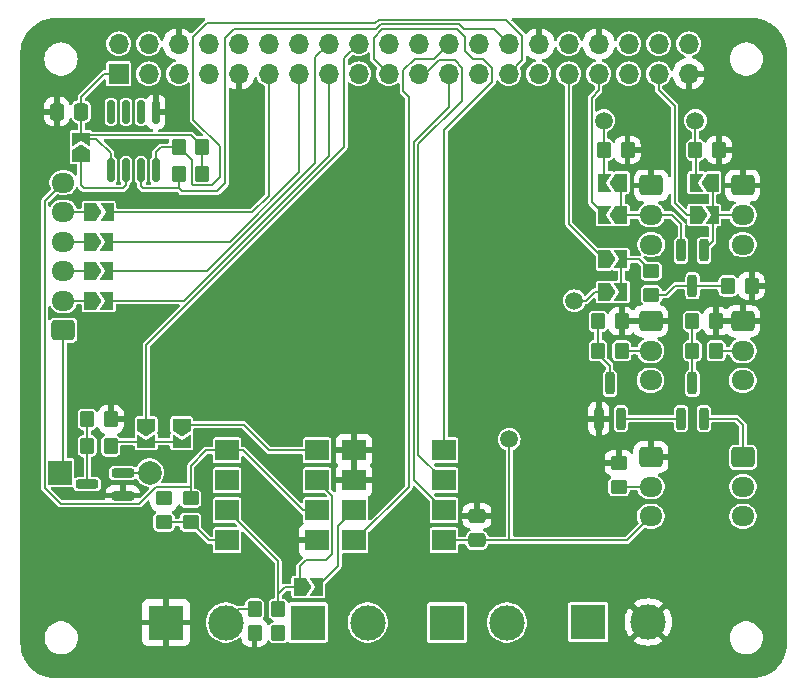
<source format=gbl>
G04 #@! TF.GenerationSoftware,KiCad,Pcbnew,8.0.5*
G04 #@! TF.CreationDate,2025-01-09T22:31:05-06:00*
G04 #@! TF.ProjectId,auxkit_HAT,6175786b-6974-45f4-9841-542e6b696361,rev?*
G04 #@! TF.SameCoordinates,Original*
G04 #@! TF.FileFunction,Copper,L2,Bot*
G04 #@! TF.FilePolarity,Positive*
%FSLAX46Y46*%
G04 Gerber Fmt 4.6, Leading zero omitted, Abs format (unit mm)*
G04 Created by KiCad (PCBNEW 8.0.5) date 2025-01-09 22:31:05*
%MOMM*%
%LPD*%
G01*
G04 APERTURE LIST*
G04 Aperture macros list*
%AMRoundRect*
0 Rectangle with rounded corners*
0 $1 Rounding radius*
0 $2 $3 $4 $5 $6 $7 $8 $9 X,Y pos of 4 corners*
0 Add a 4 corners polygon primitive as box body*
4,1,4,$2,$3,$4,$5,$6,$7,$8,$9,$2,$3,0*
0 Add four circle primitives for the rounded corners*
1,1,$1+$1,$2,$3*
1,1,$1+$1,$4,$5*
1,1,$1+$1,$6,$7*
1,1,$1+$1,$8,$9*
0 Add four rect primitives between the rounded corners*
20,1,$1+$1,$2,$3,$4,$5,0*
20,1,$1+$1,$4,$5,$6,$7,0*
20,1,$1+$1,$6,$7,$8,$9,0*
20,1,$1+$1,$8,$9,$2,$3,0*%
%AMFreePoly0*
4,1,6,0.500000,-0.750000,-0.650000,-0.750000,-0.150000,0.000000,-0.650000,0.750000,0.500000,0.750000,0.500000,-0.750000,0.500000,-0.750000,$1*%
%AMFreePoly1*
4,1,6,1.000000,0.000000,0.500000,-0.750000,-0.500000,-0.750000,-0.500000,0.750000,0.500000,0.750000,1.000000,0.000000,1.000000,0.000000,$1*%
G04 Aperture macros list end*
G04 #@! TA.AperFunction,ComponentPad*
%ADD10RoundRect,0.250000X-0.725000X0.600000X-0.725000X-0.600000X0.725000X-0.600000X0.725000X0.600000X0*%
G04 #@! TD*
G04 #@! TA.AperFunction,ComponentPad*
%ADD11O,1.950000X1.700000*%
G04 #@! TD*
G04 #@! TA.AperFunction,ComponentPad*
%ADD12C,3.000000*%
G04 #@! TD*
G04 #@! TA.AperFunction,ComponentPad*
%ADD13R,3.000000X3.000000*%
G04 #@! TD*
G04 #@! TA.AperFunction,ComponentPad*
%ADD14R,1.700000X1.700000*%
G04 #@! TD*
G04 #@! TA.AperFunction,ComponentPad*
%ADD15O,1.700000X1.700000*%
G04 #@! TD*
G04 #@! TA.AperFunction,ComponentPad*
%ADD16RoundRect,0.250000X0.725000X-0.600000X0.725000X0.600000X-0.725000X0.600000X-0.725000X-0.600000X0*%
G04 #@! TD*
G04 #@! TA.AperFunction,ComponentPad*
%ADD17C,1.500000*%
G04 #@! TD*
G04 #@! TA.AperFunction,ComponentPad*
%ADD18R,2.000000X2.000000*%
G04 #@! TD*
G04 #@! TA.AperFunction,ComponentPad*
%ADD19C,2.000000*%
G04 #@! TD*
G04 #@! TA.AperFunction,SMDPad,CuDef*
%ADD20RoundRect,0.250000X-0.450000X0.350000X-0.450000X-0.350000X0.450000X-0.350000X0.450000X0.350000X0*%
G04 #@! TD*
G04 #@! TA.AperFunction,SMDPad,CuDef*
%ADD21RoundRect,0.200000X0.200000X-0.750000X0.200000X0.750000X-0.200000X0.750000X-0.200000X-0.750000X0*%
G04 #@! TD*
G04 #@! TA.AperFunction,SMDPad,CuDef*
%ADD22RoundRect,0.250000X-0.350000X-0.450000X0.350000X-0.450000X0.350000X0.450000X-0.350000X0.450000X0*%
G04 #@! TD*
G04 #@! TA.AperFunction,SMDPad,CuDef*
%ADD23FreePoly0,0.000000*%
G04 #@! TD*
G04 #@! TA.AperFunction,SMDPad,CuDef*
%ADD24FreePoly1,0.000000*%
G04 #@! TD*
G04 #@! TA.AperFunction,SMDPad,CuDef*
%ADD25RoundRect,0.250000X0.350000X0.450000X-0.350000X0.450000X-0.350000X-0.450000X0.350000X-0.450000X0*%
G04 #@! TD*
G04 #@! TA.AperFunction,SMDPad,CuDef*
%ADD26R,2.000000X1.780000*%
G04 #@! TD*
G04 #@! TA.AperFunction,SMDPad,CuDef*
%ADD27FreePoly1,180.000000*%
G04 #@! TD*
G04 #@! TA.AperFunction,SMDPad,CuDef*
%ADD28FreePoly0,180.000000*%
G04 #@! TD*
G04 #@! TA.AperFunction,SMDPad,CuDef*
%ADD29RoundRect,0.200000X0.750000X0.200000X-0.750000X0.200000X-0.750000X-0.200000X0.750000X-0.200000X0*%
G04 #@! TD*
G04 #@! TA.AperFunction,SMDPad,CuDef*
%ADD30RoundRect,0.150000X-0.150000X0.825000X-0.150000X-0.825000X0.150000X-0.825000X0.150000X0.825000X0*%
G04 #@! TD*
G04 #@! TA.AperFunction,SMDPad,CuDef*
%ADD31RoundRect,0.250000X0.450000X-0.350000X0.450000X0.350000X-0.450000X0.350000X-0.450000X-0.350000X0*%
G04 #@! TD*
G04 #@! TA.AperFunction,SMDPad,CuDef*
%ADD32FreePoly1,270.000000*%
G04 #@! TD*
G04 #@! TA.AperFunction,SMDPad,CuDef*
%ADD33FreePoly0,270.000000*%
G04 #@! TD*
G04 #@! TA.AperFunction,SMDPad,CuDef*
%ADD34FreePoly1,90.000000*%
G04 #@! TD*
G04 #@! TA.AperFunction,SMDPad,CuDef*
%ADD35FreePoly0,90.000000*%
G04 #@! TD*
G04 #@! TA.AperFunction,SMDPad,CuDef*
%ADD36RoundRect,0.200000X-0.200000X0.750000X-0.200000X-0.750000X0.200000X-0.750000X0.200000X0.750000X0*%
G04 #@! TD*
G04 #@! TA.AperFunction,SMDPad,CuDef*
%ADD37RoundRect,0.250000X-0.475000X0.337500X-0.475000X-0.337500X0.475000X-0.337500X0.475000X0.337500X0*%
G04 #@! TD*
G04 #@! TA.AperFunction,SMDPad,CuDef*
%ADD38RoundRect,0.250000X0.337500X0.475000X-0.337500X0.475000X-0.337500X-0.475000X0.337500X-0.475000X0*%
G04 #@! TD*
G04 #@! TA.AperFunction,Conductor*
%ADD39C,0.200000*%
G04 #@! TD*
G04 APERTURE END LIST*
D10*
X177350000Y-91650000D03*
D11*
X177350000Y-94150000D03*
X177350000Y-96650000D03*
D12*
X177100000Y-128610000D03*
D13*
X172020000Y-128610000D03*
D14*
X132270000Y-82190000D03*
D15*
X132270000Y-79650000D03*
X134810000Y-82190000D03*
X134810000Y-79650000D03*
X137350000Y-82190000D03*
X137350000Y-79650000D03*
X139890000Y-82190000D03*
X139890000Y-79650000D03*
X142430000Y-82190000D03*
X142430000Y-79650000D03*
X144970000Y-82190000D03*
X144970000Y-79650000D03*
X147510000Y-82190000D03*
X147510000Y-79650000D03*
X150050000Y-82190000D03*
X150050000Y-79650000D03*
X152590000Y-82190000D03*
X152590000Y-79650000D03*
X155130000Y-82190000D03*
X155130000Y-79650000D03*
X157670000Y-82190000D03*
X157670000Y-79650000D03*
X160210000Y-82190000D03*
X160210000Y-79650000D03*
X162750000Y-82190000D03*
X162750000Y-79650000D03*
X165290000Y-82190000D03*
X165290000Y-79650000D03*
X167830000Y-82190000D03*
X167830000Y-79650000D03*
X170370000Y-82190000D03*
X170370000Y-79650000D03*
X172910000Y-82190000D03*
X172910000Y-79650000D03*
X175450000Y-82190000D03*
X175450000Y-79650000D03*
X177990000Y-82190000D03*
X177990000Y-79650000D03*
X180530000Y-82190000D03*
X180530000Y-79650000D03*
D16*
X127575000Y-103900000D03*
D11*
X127575000Y-101400000D03*
X127575000Y-98900000D03*
X127575000Y-96400000D03*
X127575000Y-93900000D03*
X127575000Y-91400000D03*
D10*
X177300000Y-103150000D03*
D11*
X177300000Y-105650000D03*
X177300000Y-108150000D03*
D13*
X160060000Y-128650000D03*
D12*
X165140000Y-128650000D03*
D10*
X177325000Y-114650000D03*
D11*
X177325000Y-117150000D03*
X177325000Y-119650000D03*
D10*
X185100000Y-103150000D03*
D11*
X185100000Y-105650000D03*
X185100000Y-108150000D03*
D17*
X173350000Y-86150000D03*
X165350000Y-113150000D03*
X181100000Y-86150000D03*
X170850000Y-101400000D03*
D13*
X136270000Y-128650000D03*
D12*
X141350000Y-128650000D03*
D10*
X185100000Y-91650000D03*
D11*
X185100000Y-94150000D03*
X185100000Y-96650000D03*
D10*
X185125000Y-114650000D03*
D11*
X185125000Y-117150000D03*
X185125000Y-119650000D03*
D13*
X148270000Y-128650000D03*
D12*
X153350000Y-128650000D03*
D18*
X127300000Y-115950000D03*
D19*
X134900000Y-115950000D03*
D20*
X136100000Y-118150000D03*
X136100000Y-120150000D03*
D21*
X174800000Y-111400000D03*
X173850000Y-108400000D03*
X172900000Y-111400000D03*
D22*
X173350000Y-88650000D03*
X175350000Y-88650000D03*
D23*
X131300000Y-101400000D03*
D24*
X129850002Y-101400000D03*
D25*
X174850000Y-105650000D03*
X172850000Y-105650000D03*
D24*
X129850000Y-98900000D03*
D23*
X131300000Y-98900000D03*
D26*
X149060000Y-114070000D03*
X149060000Y-116610000D03*
X149060000Y-119150000D03*
X149060000Y-121690000D03*
X141440000Y-121690000D03*
X141440000Y-119150000D03*
X141440000Y-116610000D03*
X141440000Y-114070000D03*
D22*
X172850000Y-103150000D03*
X174850000Y-103150000D03*
D25*
X145769619Y-129518108D03*
X143769619Y-129518108D03*
X139350000Y-90650000D03*
X137350000Y-90650000D03*
D26*
X152190000Y-121690000D03*
X152190000Y-119150000D03*
X152190000Y-116610000D03*
X152190000Y-114070000D03*
X159810000Y-114070000D03*
X159810000Y-116610000D03*
X159810000Y-119150000D03*
X159810000Y-121690000D03*
D22*
X180850000Y-103150000D03*
X182850000Y-103150000D03*
D27*
X174825000Y-91400000D03*
D28*
X173375000Y-91400000D03*
D24*
X181125000Y-94150000D03*
D23*
X182575000Y-94150000D03*
D21*
X181800000Y-111400000D03*
X180850000Y-108400000D03*
X179900000Y-111400000D03*
D29*
X132600000Y-116000000D03*
X129600000Y-116950000D03*
X132600000Y-117900000D03*
D24*
X173375000Y-97900000D03*
D23*
X174825000Y-97900000D03*
D30*
X131600000Y-85400000D03*
X132870000Y-85400000D03*
X134140000Y-85400000D03*
X135410000Y-85400000D03*
X135410000Y-90350000D03*
X134140000Y-90350000D03*
X132870000Y-90350000D03*
X131600000Y-90350000D03*
D31*
X174600000Y-117150000D03*
X174600000Y-115150000D03*
D32*
X134600000Y-111900000D03*
D33*
X134600000Y-113350000D03*
D24*
X147600000Y-125650000D03*
D23*
X149050000Y-125650000D03*
D34*
X129062500Y-89125000D03*
D35*
X129062500Y-87675000D03*
D36*
X179900000Y-97150000D03*
X180850000Y-100150000D03*
X181800000Y-97150000D03*
D24*
X129875001Y-93900000D03*
D23*
X131324999Y-93900000D03*
D22*
X143769619Y-127518108D03*
X145769619Y-127518108D03*
D27*
X182575000Y-91400000D03*
D28*
X181125000Y-91400000D03*
D37*
X162600000Y-119612500D03*
X162600000Y-121687500D03*
D25*
X131600000Y-113700000D03*
X129600000Y-113700000D03*
D27*
X174825000Y-94150000D03*
D28*
X173375000Y-94150000D03*
D24*
X173375000Y-100650000D03*
D23*
X174825000Y-100650000D03*
D32*
X137600000Y-111900000D03*
D33*
X137600000Y-113350000D03*
D25*
X131600000Y-111450000D03*
X129600000Y-111450000D03*
D31*
X138350000Y-120150000D03*
X138350000Y-118150000D03*
D25*
X139350000Y-88400000D03*
X137350000Y-88400000D03*
D31*
X177350000Y-100900000D03*
X177350000Y-98900000D03*
D22*
X183850000Y-100150000D03*
X185850000Y-100150000D03*
D38*
X129100000Y-85400000D03*
X127025000Y-85400000D03*
D24*
X129850000Y-96400000D03*
D23*
X131300000Y-96400000D03*
D22*
X181100000Y-88650000D03*
X183100000Y-88650000D03*
D25*
X182850000Y-105650000D03*
X180850000Y-105650000D03*
D39*
X129875001Y-93900000D02*
X127575000Y-93900000D01*
X174600000Y-117150000D02*
X177325000Y-117150000D01*
X174600000Y-114650000D02*
X174100000Y-115150000D01*
X163900000Y-82850000D02*
X159810000Y-86940000D01*
X161600000Y-79087500D02*
X161600000Y-80275000D01*
X163086346Y-80900000D02*
X163900000Y-81713654D01*
X160912500Y-78400000D02*
X161600000Y-79087500D01*
X162225000Y-80900000D02*
X163086346Y-80900000D01*
X163900000Y-81713654D02*
X163900000Y-82850000D01*
X153850000Y-79150000D02*
X154600000Y-78400000D01*
X159810000Y-86940000D02*
X159810000Y-114070000D01*
X154600000Y-78400000D02*
X160912500Y-78400000D01*
X153850000Y-80910000D02*
X153850000Y-79150000D01*
X161600000Y-80275000D02*
X162225000Y-80900000D01*
X155130000Y-82190000D02*
X153850000Y-80910000D01*
X161360000Y-84465000D02*
X161360000Y-81660000D01*
X159385686Y-81040000D02*
X158235686Y-82190000D01*
X157650000Y-88175000D02*
X161360000Y-84465000D01*
X159810000Y-116610000D02*
X157650000Y-114450000D01*
X157650000Y-114450000D02*
X157650000Y-88175000D01*
X158235686Y-82190000D02*
X157670000Y-82190000D01*
X161360000Y-81660000D02*
X160740000Y-81040000D01*
X160740000Y-81040000D02*
X159385686Y-81040000D01*
X159810000Y-119150000D02*
X157250000Y-116590000D01*
X157250000Y-88000000D02*
X160210000Y-85040000D01*
X157250000Y-116590000D02*
X157250000Y-88000000D01*
X160210000Y-85040000D02*
X160210000Y-82190000D01*
X156850000Y-84150000D02*
X156350000Y-83650000D01*
X152190000Y-121690000D02*
X152300000Y-121690000D01*
X152300000Y-121690000D02*
X156850000Y-117140000D01*
X156850000Y-117140000D02*
X156850000Y-84150000D01*
X156350000Y-81883654D02*
X157333654Y-80900000D01*
X158960000Y-80900000D02*
X160210000Y-79650000D01*
X156350000Y-83650000D02*
X156350000Y-81883654D01*
X157333654Y-80900000D02*
X158960000Y-80900000D01*
X165050000Y-77600000D02*
X166440000Y-78990000D01*
X139770000Y-77900000D02*
X153968628Y-77900000D01*
X166440000Y-78990000D02*
X166440000Y-81040000D01*
X138450000Y-91500000D02*
X138600000Y-91650000D01*
X135850000Y-88400000D02*
X135410000Y-88840000D01*
X135410000Y-88840000D02*
X135410000Y-90350000D01*
X140130000Y-91650000D02*
X140850000Y-90930000D01*
X138600000Y-79070000D02*
X139770000Y-77900000D01*
X166440000Y-81040000D02*
X165290000Y-82190000D01*
X140850000Y-90930000D02*
X140850000Y-88315256D01*
X153968628Y-77900000D02*
X154268628Y-77600000D01*
X138600000Y-91650000D02*
X140130000Y-91650000D01*
X138600000Y-86065256D02*
X138600000Y-79070000D01*
X137350000Y-88400000D02*
X138450000Y-89500000D01*
X137350000Y-88400000D02*
X135850000Y-88400000D01*
X138450000Y-89500000D02*
X138450000Y-91500000D01*
X140850000Y-88315256D02*
X138600000Y-86065256D01*
X154268628Y-77600000D02*
X165050000Y-77600000D01*
X137100000Y-91900000D02*
X136350000Y-91900000D01*
X140600000Y-92150000D02*
X137600000Y-92150000D01*
X137350000Y-91900000D02*
X137100000Y-91900000D01*
X141280000Y-91470000D02*
X140600000Y-92150000D01*
X164040000Y-78400000D02*
X161478186Y-78400000D01*
X137350000Y-90650000D02*
X137350000Y-91900000D01*
X137600000Y-92150000D02*
X137350000Y-91900000D01*
X161478186Y-78400000D02*
X161078186Y-78000000D01*
X141280000Y-79173654D02*
X141280000Y-91470000D01*
X134350000Y-91900000D02*
X134140000Y-91690000D01*
X142053654Y-78400000D02*
X141280000Y-79173654D01*
X161078186Y-78000000D02*
X154434314Y-78000000D01*
X154434314Y-78000000D02*
X154034314Y-78400000D01*
X154034314Y-78400000D02*
X142053654Y-78400000D01*
X134140000Y-91690000D02*
X134140000Y-90350000D01*
X165290000Y-79650000D02*
X164040000Y-78400000D01*
X136350000Y-91900000D02*
X134350000Y-91900000D01*
X138350000Y-87400000D02*
X129337500Y-87400000D01*
X131600000Y-90350000D02*
X131600000Y-88900000D01*
X131060000Y-82190000D02*
X132270000Y-82190000D01*
X129337500Y-87400000D02*
X129062500Y-87675000D01*
X139350000Y-88400000D02*
X138350000Y-87400000D01*
X129100000Y-84150000D02*
X131060000Y-82190000D01*
X129100000Y-87637500D02*
X129062500Y-87675000D01*
X128732500Y-85745000D02*
X128637500Y-85650000D01*
X129100000Y-85400000D02*
X129100000Y-87637500D01*
X131600000Y-88900000D02*
X130375000Y-87675000D01*
X130375000Y-87675000D02*
X129062500Y-87675000D01*
X129100000Y-85400000D02*
X129100000Y-84150000D01*
X139350000Y-90650000D02*
X139350000Y-88400000D01*
X175287500Y-121687500D02*
X175587500Y-121387500D01*
X135450000Y-117150000D02*
X138350000Y-117150000D01*
X149060000Y-119150000D02*
X147850000Y-119150000D01*
X175587500Y-121387500D02*
X177325000Y-119650000D01*
X162600000Y-121687500D02*
X165350000Y-121687500D01*
X127575000Y-91400000D02*
X126000000Y-92975000D01*
X165350000Y-121687500D02*
X175287500Y-121687500D01*
X162597500Y-121690000D02*
X162600000Y-121687500D01*
X126000000Y-117250000D02*
X127350000Y-118600000D01*
X138350000Y-118150000D02*
X138350000Y-115400000D01*
X175285000Y-121690000D02*
X175587500Y-121387500D01*
X134000000Y-118600000D02*
X135450000Y-117150000D01*
X141060000Y-113690000D02*
X141440000Y-114070000D01*
X147850000Y-119150000D02*
X142770000Y-114070000D01*
X127350000Y-118600000D02*
X134000000Y-118600000D01*
X142770000Y-114070000D02*
X141440000Y-114070000D01*
X165350000Y-113150000D02*
X165350000Y-121687500D01*
X141440000Y-114070000D02*
X139680000Y-114070000D01*
X159810000Y-121690000D02*
X162597500Y-121690000D01*
X126000000Y-92975000D02*
X126000000Y-117250000D01*
X138350000Y-115400000D02*
X139680000Y-114070000D01*
X132600000Y-116000000D02*
X134850000Y-116000000D01*
X134850000Y-116000000D02*
X134900000Y-115950000D01*
X127575000Y-103900000D02*
X127575000Y-115675000D01*
X127575000Y-115675000D02*
X127300000Y-115950000D01*
X182850000Y-105650000D02*
X185100000Y-105650000D01*
X177300000Y-105650000D02*
X177300000Y-105700000D01*
X174850000Y-105650000D02*
X177300000Y-105650000D01*
X132600000Y-91900000D02*
X132870000Y-91630000D01*
X132870000Y-91630000D02*
X132870000Y-90350000D01*
X129062500Y-91612500D02*
X129350000Y-91900000D01*
X129350000Y-91900000D02*
X132600000Y-91900000D01*
X129062500Y-89125000D02*
X129062500Y-91612500D01*
X174825000Y-100650000D02*
X174825000Y-97900000D01*
X177350000Y-98900000D02*
X176350000Y-97900000D01*
X176350000Y-97900000D02*
X174825000Y-97900000D01*
X181800000Y-111400000D02*
X184600000Y-111400000D01*
X184600000Y-111400000D02*
X185125000Y-111925000D01*
X185125000Y-111925000D02*
X185125000Y-114650000D01*
X173375000Y-88675000D02*
X173350000Y-88650000D01*
X129850000Y-98900000D02*
X127575000Y-98900000D01*
X173350000Y-86150000D02*
X173350000Y-88650000D01*
X173375000Y-91400000D02*
X173375000Y-88675000D01*
X171850000Y-101400000D02*
X170850000Y-101400000D01*
X172600000Y-100650000D02*
X171850000Y-101400000D01*
X129850002Y-101400000D02*
X127575000Y-101400000D01*
X173375000Y-100650000D02*
X172600000Y-100650000D01*
X181125000Y-91400000D02*
X181125000Y-88675000D01*
X181100000Y-88650000D02*
X181100000Y-86150000D01*
X181125000Y-88675000D02*
X181100000Y-88650000D01*
X129850000Y-96400000D02*
X127575000Y-96400000D01*
X179100000Y-94150000D02*
X177350000Y-94150000D01*
X179900000Y-94950000D02*
X179100000Y-94150000D01*
X174825000Y-94150000D02*
X177350000Y-94150000D01*
X179900000Y-97150000D02*
X179900000Y-94950000D01*
X174825000Y-94150000D02*
X174825000Y-91400000D01*
X177350000Y-100900000D02*
X178600000Y-100900000D01*
X183850000Y-100150000D02*
X180850000Y-100150000D01*
X179350000Y-100150000D02*
X180850000Y-100150000D01*
X178600000Y-100900000D02*
X179350000Y-100150000D01*
X172850000Y-103150000D02*
X172850000Y-105650000D01*
X173850000Y-106900000D02*
X173850000Y-108400000D01*
X172850000Y-105650000D02*
X172850000Y-105900000D01*
X172850000Y-105900000D02*
X173850000Y-106900000D01*
X180850000Y-108400000D02*
X180850000Y-105650000D01*
X180850000Y-105650000D02*
X180850000Y-103150000D01*
X129600000Y-113700000D02*
X129600000Y-111450000D01*
X129600000Y-113700000D02*
X129600000Y-116950000D01*
X145020000Y-114070000D02*
X149060000Y-114070000D01*
X137600000Y-111900000D02*
X142850000Y-111900000D01*
X142850000Y-111900000D02*
X145020000Y-114070000D01*
X179900000Y-111400000D02*
X174800000Y-111400000D01*
X141440000Y-121690000D02*
X139890000Y-121690000D01*
X139890000Y-121690000D02*
X138350000Y-120150000D01*
X136100000Y-120150000D02*
X138350000Y-120150000D01*
X148100000Y-123400000D02*
X149840000Y-123400000D01*
X145769619Y-123479619D02*
X145769619Y-127518108D01*
X149840000Y-123400000D02*
X150360000Y-122880000D01*
X141440000Y-119150000D02*
X145769619Y-123479619D01*
X145769619Y-126230381D02*
X146350000Y-125650000D01*
X147600000Y-125650000D02*
X147600000Y-123900000D01*
X150360000Y-117910000D02*
X149060000Y-116610000D01*
X147600000Y-123900000D02*
X148100000Y-123400000D01*
X146350000Y-125650000D02*
X147600000Y-125650000D01*
X145769619Y-127518108D02*
X145769619Y-126230381D01*
X150360000Y-122880000D02*
X150360000Y-117910000D01*
X143769619Y-127518108D02*
X142481892Y-127518108D01*
X142481892Y-127518108D02*
X141350000Y-128650000D01*
X134600000Y-113350000D02*
X131950000Y-113350000D01*
X137600000Y-113350000D02*
X134600000Y-113350000D01*
X131950000Y-113350000D02*
X131600000Y-113700000D01*
X182575000Y-94150000D02*
X185100000Y-94150000D01*
X182575000Y-96375000D02*
X181800000Y-97150000D01*
X182575000Y-94150000D02*
X182575000Y-96375000D01*
X182575000Y-91400000D02*
X182575000Y-94150000D01*
X150850000Y-123850000D02*
X150850000Y-120490000D01*
X149050000Y-125650000D02*
X150850000Y-123850000D01*
X150850000Y-120490000D02*
X152190000Y-119150000D01*
X143587256Y-93900000D02*
X144970000Y-92517256D01*
X144970000Y-92517256D02*
X144970000Y-82190000D01*
X131324999Y-93900000D02*
X143587256Y-93900000D01*
X141652942Y-96400000D02*
X147510000Y-90542942D01*
X131300000Y-96400000D02*
X141652942Y-96400000D01*
X147510000Y-90542942D02*
X147510000Y-82190000D01*
X148900000Y-89718628D02*
X148900000Y-80800000D01*
X139718628Y-98900000D02*
X148900000Y-89718628D01*
X148900000Y-80800000D02*
X150050000Y-79650000D01*
X131300000Y-98900000D02*
X139718628Y-98900000D01*
X137784314Y-101400000D02*
X150050000Y-89134314D01*
X150050000Y-89134314D02*
X150050000Y-82190000D01*
X131300000Y-101400000D02*
X137784314Y-101400000D01*
X151350000Y-88400000D02*
X151350000Y-80890000D01*
X134600000Y-105150000D02*
X151350000Y-88400000D01*
X134600000Y-111900000D02*
X134600000Y-105150000D01*
X151350000Y-80890000D02*
X152590000Y-79650000D01*
X170370000Y-94895000D02*
X170370000Y-82190000D01*
X173375000Y-97900000D02*
X170370000Y-94895000D01*
X179350000Y-93150000D02*
X179350000Y-84900000D01*
X177990000Y-83540000D02*
X177990000Y-82190000D01*
X181125000Y-94150000D02*
X180350000Y-94150000D01*
X180350000Y-94150000D02*
X179350000Y-93150000D01*
X179350000Y-84900000D02*
X177990000Y-83540000D01*
X173375000Y-94150000D02*
X172300000Y-93075000D01*
X172910000Y-83590000D02*
X172910000Y-82190000D01*
X172300000Y-84200000D02*
X172910000Y-83590000D01*
X172300000Y-93075000D02*
X172300000Y-84200000D01*
G04 #@! TA.AperFunction,Conductor*
G36*
X139542206Y-77490185D02*
G01*
X139587961Y-77542989D01*
X139597905Y-77612147D01*
X139568880Y-77675703D01*
X139562848Y-77682181D01*
X138514789Y-78730238D01*
X138453466Y-78763723D01*
X138383774Y-78758739D01*
X138339427Y-78730239D01*
X138221078Y-78611891D01*
X138027578Y-78476399D01*
X137813492Y-78376570D01*
X137813486Y-78376567D01*
X137600000Y-78319364D01*
X137600000Y-79216988D01*
X137542993Y-79184075D01*
X137415826Y-79150000D01*
X137284174Y-79150000D01*
X137157007Y-79184075D01*
X137100000Y-79216988D01*
X137100000Y-78319364D01*
X137099999Y-78319364D01*
X136886513Y-78376567D01*
X136886507Y-78376570D01*
X136672422Y-78476399D01*
X136672420Y-78476400D01*
X136478926Y-78611886D01*
X136478920Y-78611891D01*
X136311891Y-78778920D01*
X136311886Y-78778926D01*
X136176400Y-78972420D01*
X136176399Y-78972422D01*
X136076570Y-79186507D01*
X136076567Y-79186514D01*
X136043841Y-79308650D01*
X136007476Y-79368310D01*
X135944629Y-79398839D01*
X135875253Y-79390544D01*
X135821375Y-79346059D01*
X135805406Y-79312552D01*
X135785232Y-79246046D01*
X135687685Y-79063550D01*
X135626621Y-78989143D01*
X135556410Y-78903589D01*
X135416464Y-78788740D01*
X135396450Y-78772315D01*
X135213954Y-78674768D01*
X135015934Y-78614700D01*
X135015932Y-78614699D01*
X135015934Y-78614699D01*
X134810000Y-78594417D01*
X134604067Y-78614699D01*
X134406043Y-78674769D01*
X134302270Y-78730238D01*
X134223550Y-78772315D01*
X134223548Y-78772316D01*
X134223547Y-78772317D01*
X134063589Y-78903589D01*
X133932317Y-79063547D01*
X133932315Y-79063550D01*
X133894609Y-79134092D01*
X133834769Y-79246043D01*
X133774699Y-79444067D01*
X133754417Y-79650000D01*
X133774699Y-79855932D01*
X133790935Y-79909454D01*
X133834768Y-80053954D01*
X133932315Y-80236450D01*
X133960499Y-80270793D01*
X134063589Y-80396410D01*
X134124943Y-80446761D01*
X134223550Y-80527685D01*
X134406046Y-80625232D01*
X134604066Y-80685300D01*
X134604065Y-80685300D01*
X134622529Y-80687118D01*
X134810000Y-80705583D01*
X135015934Y-80685300D01*
X135213954Y-80625232D01*
X135396450Y-80527685D01*
X135556410Y-80396410D01*
X135687685Y-80236450D01*
X135785232Y-80053954D01*
X135805406Y-79987446D01*
X135843702Y-79929010D01*
X135907514Y-79900553D01*
X135976581Y-79911112D01*
X136028975Y-79957336D01*
X136043841Y-79991349D01*
X136076567Y-80113486D01*
X136076570Y-80113492D01*
X136176399Y-80327578D01*
X136311894Y-80521082D01*
X136478917Y-80688105D01*
X136672421Y-80823600D01*
X136886507Y-80923429D01*
X136886516Y-80923433D01*
X137008649Y-80956158D01*
X137068310Y-80992523D01*
X137098839Y-81055369D01*
X137090545Y-81124745D01*
X137046059Y-81178623D01*
X137012552Y-81194593D01*
X136946046Y-81214767D01*
X136815358Y-81284622D01*
X136763550Y-81312315D01*
X136763548Y-81312316D01*
X136763547Y-81312317D01*
X136603589Y-81443589D01*
X136472317Y-81603547D01*
X136472316Y-81603548D01*
X136472315Y-81603550D01*
X136451125Y-81643194D01*
X136374769Y-81786043D01*
X136314699Y-81984067D01*
X136294417Y-82190000D01*
X136314699Y-82395932D01*
X136314700Y-82395934D01*
X136374768Y-82593954D01*
X136472315Y-82776450D01*
X136472317Y-82776452D01*
X136603589Y-82936410D01*
X136641706Y-82967691D01*
X136763550Y-83067685D01*
X136946046Y-83165232D01*
X137144066Y-83225300D01*
X137144065Y-83225300D01*
X137162529Y-83227118D01*
X137350000Y-83245583D01*
X137555934Y-83225300D01*
X137753954Y-83165232D01*
X137936450Y-83067685D01*
X138096410Y-82936410D01*
X138096412Y-82936408D01*
X138096835Y-82936061D01*
X138161145Y-82908748D01*
X138230013Y-82920539D01*
X138281573Y-82967691D01*
X138299500Y-83031914D01*
X138299500Y-86104818D01*
X138311607Y-86150000D01*
X138319979Y-86181245D01*
X138329160Y-86197146D01*
X138329161Y-86197150D01*
X138359535Y-86249760D01*
X138359541Y-86249768D01*
X139397592Y-87287819D01*
X139431077Y-87349142D01*
X139426093Y-87418834D01*
X139384221Y-87474767D01*
X139318757Y-87499184D01*
X139309911Y-87499500D01*
X138945727Y-87499500D01*
X138938607Y-87500167D01*
X138870024Y-87486822D01*
X138839360Y-87464389D01*
X138534512Y-87159541D01*
X138534504Y-87159535D01*
X138465995Y-87119982D01*
X138465990Y-87119979D01*
X138440513Y-87113152D01*
X138389562Y-87099500D01*
X138389560Y-87099500D01*
X135751045Y-87099500D01*
X135684006Y-87079815D01*
X135638251Y-87027011D01*
X135628307Y-86957853D01*
X135657332Y-86894297D01*
X135716110Y-86856523D01*
X135716450Y-86856424D01*
X135820193Y-86826283D01*
X135820196Y-86826282D01*
X135961552Y-86742685D01*
X135961561Y-86742678D01*
X136077678Y-86626561D01*
X136077685Y-86626552D01*
X136161282Y-86485196D01*
X136161283Y-86485193D01*
X136207099Y-86327495D01*
X136207100Y-86327489D01*
X136209999Y-86290649D01*
X136210000Y-86290634D01*
X136210000Y-85650000D01*
X135284000Y-85650000D01*
X135216961Y-85630315D01*
X135171206Y-85577511D01*
X135160000Y-85526000D01*
X135160000Y-85150000D01*
X135660000Y-85150000D01*
X136210000Y-85150000D01*
X136210000Y-84509365D01*
X136209999Y-84509350D01*
X136207100Y-84472510D01*
X136207099Y-84472504D01*
X136161283Y-84314806D01*
X136161282Y-84314803D01*
X136077685Y-84173447D01*
X136077678Y-84173438D01*
X135961561Y-84057321D01*
X135961552Y-84057314D01*
X135820196Y-83973717D01*
X135820193Y-83973716D01*
X135662494Y-83927900D01*
X135662497Y-83927900D01*
X135660000Y-83927703D01*
X135660000Y-85150000D01*
X135160000Y-85150000D01*
X135160000Y-83927703D01*
X135157503Y-83927900D01*
X134999806Y-83973716D01*
X134999803Y-83973717D01*
X134858447Y-84057314D01*
X134858438Y-84057321D01*
X134742321Y-84173438D01*
X134742317Y-84173444D01*
X134690580Y-84260926D01*
X134639510Y-84308609D01*
X134570768Y-84321112D01*
X134506179Y-84294466D01*
X134496663Y-84285930D01*
X134496486Y-84285804D01*
X134496484Y-84285803D01*
X134496483Y-84285802D01*
X134391393Y-84234427D01*
X134391391Y-84234426D01*
X134323261Y-84224500D01*
X134323260Y-84224500D01*
X133956740Y-84224500D01*
X133956739Y-84224500D01*
X133888608Y-84234426D01*
X133783514Y-84285803D01*
X133700803Y-84368514D01*
X133649426Y-84473608D01*
X133639500Y-84541739D01*
X133639500Y-86258260D01*
X133649426Y-86326391D01*
X133700803Y-86431485D01*
X133783514Y-86514196D01*
X133783515Y-86514196D01*
X133783517Y-86514198D01*
X133888607Y-86565573D01*
X133922673Y-86570536D01*
X133956739Y-86575500D01*
X133956740Y-86575500D01*
X134323261Y-86575500D01*
X134345971Y-86572191D01*
X134391393Y-86565573D01*
X134496483Y-86514198D01*
X134496486Y-86514195D01*
X134504847Y-86508227D01*
X134505642Y-86509341D01*
X134557481Y-86481031D01*
X134627173Y-86486010D01*
X134683110Y-86527877D01*
X134690580Y-86539074D01*
X134742314Y-86626552D01*
X134742321Y-86626561D01*
X134858438Y-86742678D01*
X134858447Y-86742685D01*
X134999803Y-86826282D01*
X134999806Y-86826283D01*
X135103550Y-86856424D01*
X135162436Y-86894030D01*
X135191642Y-86957502D01*
X135181896Y-87026689D01*
X135136292Y-87079623D01*
X135069309Y-87099499D01*
X135068955Y-87099500D01*
X130074850Y-87099500D01*
X130007811Y-87079815D01*
X129977903Y-87052813D01*
X129973166Y-87046873D01*
X129901663Y-86989851D01*
X129812504Y-86969500D01*
X129812500Y-86969500D01*
X129524500Y-86969500D01*
X129457461Y-86949815D01*
X129411706Y-86897011D01*
X129400500Y-86845500D01*
X129400500Y-86446974D01*
X129420185Y-86379935D01*
X129472989Y-86334180D01*
X129512922Y-86323515D01*
X129522199Y-86322646D01*
X129522201Y-86322645D01*
X129522203Y-86322645D01*
X129568794Y-86306341D01*
X129650382Y-86277793D01*
X129759650Y-86197150D01*
X129840293Y-86087882D01*
X129883757Y-85963669D01*
X129885146Y-85959701D01*
X129885146Y-85959699D01*
X129888000Y-85929269D01*
X129888000Y-84870730D01*
X129885146Y-84840300D01*
X129885146Y-84840298D01*
X129851506Y-84744163D01*
X129840293Y-84712118D01*
X129759650Y-84602850D01*
X129676847Y-84541739D01*
X131099500Y-84541739D01*
X131099500Y-86258260D01*
X131109426Y-86326391D01*
X131160803Y-86431485D01*
X131243514Y-86514196D01*
X131243515Y-86514196D01*
X131243517Y-86514198D01*
X131348607Y-86565573D01*
X131382673Y-86570536D01*
X131416739Y-86575500D01*
X131416740Y-86575500D01*
X131783261Y-86575500D01*
X131805971Y-86572191D01*
X131851393Y-86565573D01*
X131956483Y-86514198D01*
X132039198Y-86431483D01*
X132090573Y-86326393D01*
X132100500Y-86258260D01*
X132100500Y-84541740D01*
X132100500Y-84541739D01*
X132369500Y-84541739D01*
X132369500Y-86258260D01*
X132379426Y-86326391D01*
X132430803Y-86431485D01*
X132513514Y-86514196D01*
X132513515Y-86514196D01*
X132513517Y-86514198D01*
X132618607Y-86565573D01*
X132652673Y-86570536D01*
X132686739Y-86575500D01*
X132686740Y-86575500D01*
X133053261Y-86575500D01*
X133075971Y-86572191D01*
X133121393Y-86565573D01*
X133226483Y-86514198D01*
X133309198Y-86431483D01*
X133360573Y-86326393D01*
X133370500Y-86258260D01*
X133370500Y-84541740D01*
X133360573Y-84473607D01*
X133309198Y-84368517D01*
X133309196Y-84368515D01*
X133309196Y-84368514D01*
X133226485Y-84285803D01*
X133121391Y-84234426D01*
X133053261Y-84224500D01*
X133053260Y-84224500D01*
X132686740Y-84224500D01*
X132686739Y-84224500D01*
X132618608Y-84234426D01*
X132513514Y-84285803D01*
X132430803Y-84368514D01*
X132379426Y-84473608D01*
X132369500Y-84541739D01*
X132100500Y-84541739D01*
X132090573Y-84473607D01*
X132039198Y-84368517D01*
X132039196Y-84368515D01*
X132039196Y-84368514D01*
X131956485Y-84285803D01*
X131851391Y-84234426D01*
X131783261Y-84224500D01*
X131783260Y-84224500D01*
X131416740Y-84224500D01*
X131416739Y-84224500D01*
X131348608Y-84234426D01*
X131243514Y-84285803D01*
X131160803Y-84368514D01*
X131109426Y-84473608D01*
X131099500Y-84541739D01*
X129676847Y-84541739D01*
X129650382Y-84522207D01*
X129650380Y-84522206D01*
X129522201Y-84477353D01*
X129512918Y-84476483D01*
X129448010Y-84450623D01*
X129407387Y-84393776D01*
X129400500Y-84353025D01*
X129400500Y-84325833D01*
X129420185Y-84258794D01*
X129436819Y-84238152D01*
X131007819Y-82667152D01*
X131069142Y-82633667D01*
X131138834Y-82638651D01*
X131194767Y-82680523D01*
X131219184Y-82745987D01*
X131219500Y-82754833D01*
X131219500Y-83059752D01*
X131231131Y-83118229D01*
X131231132Y-83118230D01*
X131275447Y-83184552D01*
X131341769Y-83228867D01*
X131341770Y-83228868D01*
X131400247Y-83240499D01*
X131400250Y-83240500D01*
X131400252Y-83240500D01*
X133139750Y-83240500D01*
X133139751Y-83240499D01*
X133154568Y-83237552D01*
X133198229Y-83228868D01*
X133198229Y-83228867D01*
X133198231Y-83228867D01*
X133264552Y-83184552D01*
X133308867Y-83118231D01*
X133308867Y-83118229D01*
X133308868Y-83118229D01*
X133318922Y-83067682D01*
X133320500Y-83059748D01*
X133320500Y-82190000D01*
X133754417Y-82190000D01*
X133774699Y-82395932D01*
X133774700Y-82395934D01*
X133834768Y-82593954D01*
X133932315Y-82776450D01*
X133932317Y-82776452D01*
X134063589Y-82936410D01*
X134101706Y-82967691D01*
X134223550Y-83067685D01*
X134406046Y-83165232D01*
X134604066Y-83225300D01*
X134604065Y-83225300D01*
X134622529Y-83227118D01*
X134810000Y-83245583D01*
X135015934Y-83225300D01*
X135213954Y-83165232D01*
X135396450Y-83067685D01*
X135556410Y-82936410D01*
X135687685Y-82776450D01*
X135785232Y-82593954D01*
X135845300Y-82395934D01*
X135865583Y-82190000D01*
X135845300Y-81984066D01*
X135785232Y-81786046D01*
X135687685Y-81603550D01*
X135625816Y-81528162D01*
X135556410Y-81443589D01*
X135406121Y-81320252D01*
X135396450Y-81312315D01*
X135213954Y-81214768D01*
X135015934Y-81154700D01*
X135015932Y-81154699D01*
X135015934Y-81154699D01*
X134810000Y-81134417D01*
X134604067Y-81154699D01*
X134469736Y-81195448D01*
X134406050Y-81214767D01*
X134406043Y-81214769D01*
X134310167Y-81266017D01*
X134223550Y-81312315D01*
X134223548Y-81312316D01*
X134223547Y-81312317D01*
X134063589Y-81443589D01*
X133932317Y-81603547D01*
X133932316Y-81603548D01*
X133932315Y-81603550D01*
X133911125Y-81643194D01*
X133834769Y-81786043D01*
X133774699Y-81984067D01*
X133754417Y-82190000D01*
X133320500Y-82190000D01*
X133320500Y-81320252D01*
X133320500Y-81320249D01*
X133320499Y-81320247D01*
X133308868Y-81261770D01*
X133308867Y-81261769D01*
X133264552Y-81195447D01*
X133198230Y-81151132D01*
X133198229Y-81151131D01*
X133139752Y-81139500D01*
X133139748Y-81139500D01*
X131400252Y-81139500D01*
X131400247Y-81139500D01*
X131341770Y-81151131D01*
X131341769Y-81151132D01*
X131275447Y-81195447D01*
X131231132Y-81261769D01*
X131231131Y-81261770D01*
X131219500Y-81320247D01*
X131219500Y-81765500D01*
X131199815Y-81832539D01*
X131147011Y-81878294D01*
X131095500Y-81889500D01*
X131020438Y-81889500D01*
X130944010Y-81909978D01*
X130875489Y-81949540D01*
X130875486Y-81949542D01*
X128859541Y-83965487D01*
X128859535Y-83965495D01*
X128819982Y-84034004D01*
X128819979Y-84034009D01*
X128799500Y-84110439D01*
X128799500Y-84353025D01*
X128779815Y-84420064D01*
X128727011Y-84465819D01*
X128687082Y-84476483D01*
X128677799Y-84477353D01*
X128677798Y-84477353D01*
X128549619Y-84522206D01*
X128549617Y-84522207D01*
X128440350Y-84602850D01*
X128359707Y-84712117D01*
X128337342Y-84776033D01*
X128296620Y-84832808D01*
X128231667Y-84858555D01*
X128163105Y-84845098D01*
X128112703Y-84796711D01*
X128102595Y-84774081D01*
X128046858Y-84605880D01*
X128046856Y-84605875D01*
X127954815Y-84456654D01*
X127830845Y-84332684D01*
X127681624Y-84240643D01*
X127681619Y-84240641D01*
X127515197Y-84185494D01*
X127515190Y-84185493D01*
X127412486Y-84175000D01*
X127275000Y-84175000D01*
X127275000Y-86624999D01*
X127412472Y-86624999D01*
X127412486Y-86624998D01*
X127515197Y-86614505D01*
X127681619Y-86559358D01*
X127681624Y-86559356D01*
X127830845Y-86467315D01*
X127954815Y-86343345D01*
X128046856Y-86194124D01*
X128046859Y-86194117D01*
X128102594Y-86025918D01*
X128142366Y-85968473D01*
X128206882Y-85941649D01*
X128275658Y-85953964D01*
X128326858Y-86001506D01*
X128337341Y-86023965D01*
X128338647Y-86027697D01*
X128359707Y-86087882D01*
X128440350Y-86197150D01*
X128549618Y-86277793D01*
X128590411Y-86292067D01*
X128677796Y-86322645D01*
X128677798Y-86322645D01*
X128677801Y-86322646D01*
X128687076Y-86323515D01*
X128751984Y-86349372D01*
X128792610Y-86406216D01*
X128799500Y-86446974D01*
X128799500Y-86845500D01*
X128779815Y-86912539D01*
X128727011Y-86958294D01*
X128675500Y-86969500D01*
X128312495Y-86969500D01*
X128266771Y-86974651D01*
X128184373Y-87014333D01*
X128127351Y-87085836D01*
X128107000Y-87174995D01*
X128107000Y-87175000D01*
X128107000Y-88325000D01*
X128107001Y-88325004D01*
X128120435Y-88398085D01*
X128120436Y-88398087D01*
X128123730Y-88403028D01*
X128144538Y-88469727D01*
X128132276Y-88525608D01*
X128127351Y-88535834D01*
X128107000Y-88624995D01*
X128107000Y-89625004D01*
X128112151Y-89670728D01*
X128151833Y-89753126D01*
X128151834Y-89753127D01*
X128223337Y-89810149D01*
X128298703Y-89827351D01*
X128312495Y-89830499D01*
X128312500Y-89830500D01*
X128638000Y-89830500D01*
X128705039Y-89850185D01*
X128750794Y-89902989D01*
X128762000Y-89954500D01*
X128762000Y-90689771D01*
X128742315Y-90756810D01*
X128689511Y-90802565D01*
X128620353Y-90812509D01*
X128556797Y-90783484D01*
X128534898Y-90758661D01*
X128515980Y-90730349D01*
X128515974Y-90730341D01*
X128369657Y-90584024D01*
X128227940Y-90489333D01*
X128197598Y-90469059D01*
X128170136Y-90457684D01*
X128006420Y-90389870D01*
X128006412Y-90389868D01*
X127803469Y-90349500D01*
X127803465Y-90349500D01*
X127346535Y-90349500D01*
X127346530Y-90349500D01*
X127143587Y-90389868D01*
X127143579Y-90389870D01*
X126952403Y-90469058D01*
X126780342Y-90584024D01*
X126634024Y-90730342D01*
X126519058Y-90902403D01*
X126439870Y-91093579D01*
X126439868Y-91093587D01*
X126399500Y-91296530D01*
X126399500Y-91503469D01*
X126439868Y-91706412D01*
X126439870Y-91706420D01*
X126519057Y-91897595D01*
X126521932Y-91902973D01*
X126519491Y-91904277D01*
X126536820Y-91959599D01*
X126518342Y-92026981D01*
X126500521Y-92049506D01*
X125815489Y-92734540D01*
X125759541Y-92790487D01*
X125759535Y-92790495D01*
X125719982Y-92859004D01*
X125719979Y-92859009D01*
X125711710Y-92889870D01*
X125699500Y-92935438D01*
X125699500Y-117289562D01*
X125708865Y-117324511D01*
X125719978Y-117365987D01*
X125738004Y-117397209D01*
X125738003Y-117397209D01*
X125759535Y-117434504D01*
X125759539Y-117434509D01*
X125759540Y-117434511D01*
X127109540Y-118784511D01*
X127165489Y-118840460D01*
X127165491Y-118840461D01*
X127165495Y-118840464D01*
X127234004Y-118880017D01*
X127234011Y-118880021D01*
X127310438Y-118900500D01*
X127310440Y-118900500D01*
X134039560Y-118900500D01*
X134039562Y-118900500D01*
X134115989Y-118880021D01*
X134184511Y-118840460D01*
X134240460Y-118784511D01*
X134688323Y-118336647D01*
X134749642Y-118303165D01*
X134819333Y-118308149D01*
X134875267Y-118350020D01*
X134899684Y-118415485D01*
X134900000Y-118424330D01*
X134900000Y-118549970D01*
X134900001Y-118549987D01*
X134910494Y-118652697D01*
X134965641Y-118819119D01*
X134965643Y-118819124D01*
X135057684Y-118968345D01*
X135181654Y-119092315D01*
X135330875Y-119184356D01*
X135330880Y-119184358D01*
X135375972Y-119199300D01*
X135433417Y-119239072D01*
X135460240Y-119303588D01*
X135447925Y-119372364D01*
X135410602Y-119416776D01*
X135327850Y-119477850D01*
X135247207Y-119587117D01*
X135247206Y-119587119D01*
X135202353Y-119715298D01*
X135202353Y-119715300D01*
X135199500Y-119745730D01*
X135199500Y-120554269D01*
X135202353Y-120584699D01*
X135202353Y-120584701D01*
X135240117Y-120692620D01*
X135247207Y-120712882D01*
X135327850Y-120822150D01*
X135437118Y-120902793D01*
X135470169Y-120914358D01*
X135565299Y-120947646D01*
X135595730Y-120950500D01*
X135595734Y-120950500D01*
X136604270Y-120950500D01*
X136634699Y-120947646D01*
X136634701Y-120947646D01*
X136699872Y-120924841D01*
X136762882Y-120902793D01*
X136872150Y-120822150D01*
X136952793Y-120712882D01*
X136980270Y-120634356D01*
X136997646Y-120584701D01*
X136997646Y-120584699D01*
X136999689Y-120562921D01*
X137025547Y-120498013D01*
X137082393Y-120457388D01*
X137123147Y-120450500D01*
X137326853Y-120450500D01*
X137393892Y-120470185D01*
X137439647Y-120522989D01*
X137450311Y-120562921D01*
X137452353Y-120584699D01*
X137452353Y-120584701D01*
X137490117Y-120692620D01*
X137497207Y-120712882D01*
X137577850Y-120822150D01*
X137687118Y-120902793D01*
X137720169Y-120914358D01*
X137815299Y-120947646D01*
X137845730Y-120950500D01*
X137845734Y-120950500D01*
X138674167Y-120950500D01*
X138741206Y-120970185D01*
X138761848Y-120986819D01*
X139649540Y-121874511D01*
X139705489Y-121930460D01*
X139705491Y-121930461D01*
X139705495Y-121930464D01*
X139774004Y-121970017D01*
X139774011Y-121970021D01*
X139850438Y-121990500D01*
X139929562Y-121990500D01*
X140115500Y-121990500D01*
X140182539Y-122010185D01*
X140228294Y-122062989D01*
X140239500Y-122114500D01*
X140239500Y-122599752D01*
X140251131Y-122658229D01*
X140251132Y-122658230D01*
X140295447Y-122724552D01*
X140361769Y-122768867D01*
X140361770Y-122768868D01*
X140420247Y-122780499D01*
X140420250Y-122780500D01*
X140420252Y-122780500D01*
X142459750Y-122780500D01*
X142459751Y-122780499D01*
X142474568Y-122777552D01*
X142518229Y-122768868D01*
X142518229Y-122768867D01*
X142518231Y-122768867D01*
X142584552Y-122724552D01*
X142628867Y-122658231D01*
X142628867Y-122658229D01*
X142628868Y-122658229D01*
X142640499Y-122599752D01*
X142640500Y-122599750D01*
X142640500Y-121074833D01*
X142660185Y-121007794D01*
X142712989Y-120962039D01*
X142782147Y-120952095D01*
X142845703Y-120981120D01*
X142852181Y-120987152D01*
X145432800Y-123567771D01*
X145466285Y-123629094D01*
X145469119Y-123655452D01*
X145469119Y-126494961D01*
X145449434Y-126562000D01*
X145396630Y-126607755D01*
X145356698Y-126618419D01*
X145334919Y-126620461D01*
X145334917Y-126620461D01*
X145206738Y-126665314D01*
X145206736Y-126665315D01*
X145097469Y-126745958D01*
X145016826Y-126855225D01*
X145016825Y-126855227D01*
X144971972Y-126983406D01*
X144971972Y-126983408D01*
X144969119Y-127013838D01*
X144969119Y-128022377D01*
X144971972Y-128052807D01*
X144971972Y-128052809D01*
X145016825Y-128180988D01*
X145016826Y-128180990D01*
X145097469Y-128290258D01*
X145206737Y-128370901D01*
X145217260Y-128374583D01*
X145292945Y-128401067D01*
X145349721Y-128441789D01*
X145375468Y-128506742D01*
X145362011Y-128575303D01*
X145313624Y-128625706D01*
X145292945Y-128635149D01*
X145206738Y-128665314D01*
X145206736Y-128665315D01*
X145097469Y-128745958D01*
X145036395Y-128828710D01*
X144980747Y-128870961D01*
X144911091Y-128876419D01*
X144849542Y-128843351D01*
X144818919Y-128794080D01*
X144803977Y-128748988D01*
X144803975Y-128748983D01*
X144711934Y-128599762D01*
X144587962Y-128475790D01*
X144508101Y-128426531D01*
X144461377Y-128374583D01*
X144450156Y-128305620D01*
X144473428Y-128247361D01*
X144522412Y-128180990D01*
X144564864Y-128059670D01*
X144567265Y-128052809D01*
X144567265Y-128052807D01*
X144570119Y-128022377D01*
X144570119Y-127013838D01*
X144567265Y-126983408D01*
X144567265Y-126983406D01*
X144522412Y-126855227D01*
X144522411Y-126855225D01*
X144441769Y-126745958D01*
X144332501Y-126665315D01*
X144332499Y-126665314D01*
X144204319Y-126620461D01*
X144173889Y-126617608D01*
X144173885Y-126617608D01*
X143365353Y-126617608D01*
X143365349Y-126617608D01*
X143334919Y-126620461D01*
X143334917Y-126620461D01*
X143206738Y-126665314D01*
X143206736Y-126665315D01*
X143097469Y-126745958D01*
X143016826Y-126855225D01*
X143016825Y-126855227D01*
X142971972Y-126983406D01*
X142971972Y-126983408D01*
X142969119Y-127013838D01*
X142969119Y-127093608D01*
X142949434Y-127160647D01*
X142896630Y-127206402D01*
X142845119Y-127217608D01*
X142442329Y-127217608D01*
X142371968Y-127236461D01*
X142302118Y-127234798D01*
X142270024Y-127219140D01*
X142202634Y-127173195D01*
X142202626Y-127173190D01*
X141973006Y-127062612D01*
X141973008Y-127062612D01*
X141729466Y-126987489D01*
X141729462Y-126987488D01*
X141729458Y-126987487D01*
X141608231Y-126969214D01*
X141477440Y-126949500D01*
X141477435Y-126949500D01*
X141222565Y-126949500D01*
X141222559Y-126949500D01*
X141065609Y-126973157D01*
X140970542Y-126987487D01*
X140970539Y-126987488D01*
X140970533Y-126987489D01*
X140726992Y-127062612D01*
X140497373Y-127173190D01*
X140497372Y-127173191D01*
X140286782Y-127316768D01*
X140099952Y-127490121D01*
X140099950Y-127490123D01*
X139941041Y-127689388D01*
X139813608Y-127910109D01*
X139720492Y-128147362D01*
X139720490Y-128147369D01*
X139663777Y-128395845D01*
X139644732Y-128649995D01*
X139644732Y-128650004D01*
X139663777Y-128904154D01*
X139711577Y-129113581D01*
X139720492Y-129152637D01*
X139810037Y-129380793D01*
X139813608Y-129389890D01*
X139840536Y-129436531D01*
X139941041Y-129610612D01*
X140099950Y-129809877D01*
X140286783Y-129983232D01*
X140497366Y-130126805D01*
X140497371Y-130126807D01*
X140497372Y-130126808D01*
X140497373Y-130126809D01*
X140589771Y-130171305D01*
X140726992Y-130237387D01*
X140726993Y-130237387D01*
X140726996Y-130237389D01*
X140970542Y-130312513D01*
X141222565Y-130350500D01*
X141477435Y-130350500D01*
X141729458Y-130312513D01*
X141973004Y-130237389D01*
X142154458Y-130150005D01*
X142202626Y-130126809D01*
X142202626Y-130126808D01*
X142202634Y-130126805D01*
X142413217Y-129983232D01*
X142461759Y-129938191D01*
X142524288Y-129907024D01*
X142593744Y-129914610D01*
X142648074Y-129958543D01*
X142669456Y-130016489D01*
X142680113Y-130120804D01*
X142735260Y-130287227D01*
X142735262Y-130287232D01*
X142827303Y-130436453D01*
X142951273Y-130560423D01*
X143100494Y-130652464D01*
X143100499Y-130652466D01*
X143266921Y-130707613D01*
X143266928Y-130707614D01*
X143369638Y-130718107D01*
X143519618Y-130718107D01*
X143519619Y-130718106D01*
X143519619Y-129392108D01*
X143539304Y-129325069D01*
X143592108Y-129279314D01*
X143643619Y-129268108D01*
X143895619Y-129268108D01*
X143962658Y-129287793D01*
X144008413Y-129340597D01*
X144019619Y-129392108D01*
X144019619Y-130718107D01*
X144169591Y-130718107D01*
X144169605Y-130718106D01*
X144272316Y-130707613D01*
X144438738Y-130652466D01*
X144438743Y-130652464D01*
X144587964Y-130560423D01*
X144711934Y-130436453D01*
X144803975Y-130287232D01*
X144803978Y-130287225D01*
X144818919Y-130242136D01*
X144858691Y-130184691D01*
X144923206Y-130157867D01*
X144991982Y-130170181D01*
X145036394Y-130207504D01*
X145097469Y-130290258D01*
X145206737Y-130370901D01*
X145245472Y-130384455D01*
X145334918Y-130415754D01*
X145365349Y-130418608D01*
X145365353Y-130418608D01*
X146173889Y-130418608D01*
X146204318Y-130415754D01*
X146204320Y-130415754D01*
X146268409Y-130393327D01*
X146332501Y-130370901D01*
X146441769Y-130290258D01*
X146441771Y-130290254D01*
X146443780Y-130288247D01*
X146446521Y-130286750D01*
X146449245Y-130284740D01*
X146449520Y-130285112D01*
X146505103Y-130254762D01*
X146574795Y-130259746D01*
X146619142Y-130288247D01*
X146625446Y-130294551D01*
X146691769Y-130338867D01*
X146691770Y-130338868D01*
X146750247Y-130350499D01*
X146750250Y-130350500D01*
X146750252Y-130350500D01*
X149789750Y-130350500D01*
X149789751Y-130350499D01*
X149804568Y-130347552D01*
X149848229Y-130338868D01*
X149848229Y-130338867D01*
X149848231Y-130338867D01*
X149914552Y-130294552D01*
X149958867Y-130228231D01*
X149958867Y-130228229D01*
X149958868Y-130228229D01*
X149970499Y-130169752D01*
X149970500Y-130169750D01*
X149970500Y-128649995D01*
X151644732Y-128649995D01*
X151644732Y-128650004D01*
X151663777Y-128904154D01*
X151711577Y-129113581D01*
X151720492Y-129152637D01*
X151810037Y-129380793D01*
X151813608Y-129389890D01*
X151840536Y-129436531D01*
X151941041Y-129610612D01*
X152099950Y-129809877D01*
X152286783Y-129983232D01*
X152497366Y-130126805D01*
X152497371Y-130126807D01*
X152497372Y-130126808D01*
X152497373Y-130126809D01*
X152589771Y-130171305D01*
X152726992Y-130237387D01*
X152726993Y-130237387D01*
X152726996Y-130237389D01*
X152970542Y-130312513D01*
X153222565Y-130350500D01*
X153477435Y-130350500D01*
X153729458Y-130312513D01*
X153973004Y-130237389D01*
X154154458Y-130150005D01*
X154202626Y-130126809D01*
X154202626Y-130126808D01*
X154202634Y-130126805D01*
X154413217Y-129983232D01*
X154600050Y-129809877D01*
X154758959Y-129610612D01*
X154886393Y-129389888D01*
X154979508Y-129152637D01*
X155036222Y-128904157D01*
X155047850Y-128748988D01*
X155055268Y-128650004D01*
X155055268Y-128649995D01*
X155036613Y-128401067D01*
X155036222Y-128395843D01*
X154979508Y-128147363D01*
X154886393Y-127910112D01*
X154758959Y-127689388D01*
X154600050Y-127490123D01*
X154413217Y-127316768D01*
X154202634Y-127173195D01*
X154202630Y-127173193D01*
X154202627Y-127173191D01*
X154202626Y-127173190D01*
X154113453Y-127130247D01*
X158359500Y-127130247D01*
X158359500Y-130169752D01*
X158371131Y-130228229D01*
X158371132Y-130228230D01*
X158415447Y-130294552D01*
X158481769Y-130338867D01*
X158481770Y-130338868D01*
X158540247Y-130350499D01*
X158540250Y-130350500D01*
X158540252Y-130350500D01*
X161579750Y-130350500D01*
X161579751Y-130350499D01*
X161594568Y-130347552D01*
X161638229Y-130338868D01*
X161638229Y-130338867D01*
X161638231Y-130338867D01*
X161704552Y-130294552D01*
X161748867Y-130228231D01*
X161748867Y-130228229D01*
X161748868Y-130228229D01*
X161760499Y-130169752D01*
X161760500Y-130169750D01*
X161760500Y-128649995D01*
X163434732Y-128649995D01*
X163434732Y-128650004D01*
X163453777Y-128904154D01*
X163501577Y-129113581D01*
X163510492Y-129152637D01*
X163600037Y-129380793D01*
X163603608Y-129389890D01*
X163630536Y-129436531D01*
X163731041Y-129610612D01*
X163889950Y-129809877D01*
X164076783Y-129983232D01*
X164287366Y-130126805D01*
X164287371Y-130126807D01*
X164287372Y-130126808D01*
X164287373Y-130126809D01*
X164379771Y-130171305D01*
X164516992Y-130237387D01*
X164516993Y-130237387D01*
X164516996Y-130237389D01*
X164760542Y-130312513D01*
X165012565Y-130350500D01*
X165267435Y-130350500D01*
X165519458Y-130312513D01*
X165763004Y-130237389D01*
X165944458Y-130150005D01*
X165992626Y-130126809D01*
X165992626Y-130126808D01*
X165992634Y-130126805D01*
X166203217Y-129983232D01*
X166390050Y-129809877D01*
X166548959Y-129610612D01*
X166676393Y-129389888D01*
X166769508Y-129152637D01*
X166826222Y-128904157D01*
X166837850Y-128748988D01*
X166845268Y-128650004D01*
X166845268Y-128649995D01*
X166826613Y-128401067D01*
X166826222Y-128395843D01*
X166769508Y-128147363D01*
X166676393Y-127910112D01*
X166548959Y-127689388D01*
X166390050Y-127490123D01*
X166203217Y-127316768D01*
X165992634Y-127173195D01*
X165992630Y-127173193D01*
X165992627Y-127173191D01*
X165992626Y-127173190D01*
X165820391Y-127090247D01*
X170319500Y-127090247D01*
X170319500Y-130129752D01*
X170331131Y-130188229D01*
X170331132Y-130188230D01*
X170375447Y-130254552D01*
X170441769Y-130298867D01*
X170441770Y-130298868D01*
X170500247Y-130310499D01*
X170500250Y-130310500D01*
X170500252Y-130310500D01*
X173539750Y-130310500D01*
X173539751Y-130310499D01*
X173554568Y-130307552D01*
X173598229Y-130298868D01*
X173598229Y-130298867D01*
X173598231Y-130298867D01*
X173664552Y-130254552D01*
X173708867Y-130188231D01*
X173708867Y-130188229D01*
X173708868Y-130188229D01*
X173720499Y-130129752D01*
X173720500Y-130129750D01*
X173720500Y-128609998D01*
X175094891Y-128609998D01*
X175094891Y-128610001D01*
X175115300Y-128895362D01*
X175176109Y-129174895D01*
X175276091Y-129442958D01*
X175413191Y-129694038D01*
X175413196Y-129694046D01*
X175519882Y-129836561D01*
X175519883Y-129836562D01*
X176414767Y-128941677D01*
X176426497Y-128969995D01*
X176509670Y-129094472D01*
X176615528Y-129200330D01*
X176740005Y-129283503D01*
X176768320Y-129295231D01*
X175873436Y-130190115D01*
X176015960Y-130296807D01*
X176015961Y-130296808D01*
X176267042Y-130433908D01*
X176267041Y-130433908D01*
X176535104Y-130533890D01*
X176814637Y-130594699D01*
X177099999Y-130615109D01*
X177100001Y-130615109D01*
X177385362Y-130594699D01*
X177664895Y-130533890D01*
X177932958Y-130433908D01*
X178184047Y-130296803D01*
X178326561Y-130190116D01*
X178326562Y-130190115D01*
X178076440Y-129939993D01*
X183994700Y-129939993D01*
X183994700Y-129940006D01*
X184013864Y-130171297D01*
X184013866Y-130171308D01*
X184070842Y-130396300D01*
X184164075Y-130608848D01*
X184291016Y-130803147D01*
X184291019Y-130803151D01*
X184291021Y-130803153D01*
X184448216Y-130973913D01*
X184448219Y-130973915D01*
X184448222Y-130973918D01*
X184631365Y-131116464D01*
X184631371Y-131116468D01*
X184631374Y-131116470D01*
X184719087Y-131163938D01*
X184817044Y-131216950D01*
X184835497Y-131226936D01*
X184872095Y-131239500D01*
X185055015Y-131302297D01*
X185055017Y-131302297D01*
X185055019Y-131302298D01*
X185283951Y-131340500D01*
X185283952Y-131340500D01*
X185516048Y-131340500D01*
X185516049Y-131340500D01*
X185744981Y-131302298D01*
X185964503Y-131226936D01*
X186168626Y-131116470D01*
X186211611Y-131083014D01*
X186242235Y-131059178D01*
X186351784Y-130973913D01*
X186508979Y-130803153D01*
X186635924Y-130608849D01*
X186729157Y-130396300D01*
X186786134Y-130171305D01*
X186786602Y-130165656D01*
X186805300Y-129940006D01*
X186805300Y-129939993D01*
X186786135Y-129708702D01*
X186786133Y-129708691D01*
X186729157Y-129483699D01*
X186635924Y-129271151D01*
X186508983Y-129076852D01*
X186508980Y-129076849D01*
X186508979Y-129076847D01*
X186351784Y-128906087D01*
X186351779Y-128906083D01*
X186351777Y-128906081D01*
X186168634Y-128763535D01*
X186168628Y-128763531D01*
X185964504Y-128653064D01*
X185964495Y-128653061D01*
X185744984Y-128577702D01*
X185573282Y-128549050D01*
X185516049Y-128539500D01*
X185283951Y-128539500D01*
X185238164Y-128547140D01*
X185055015Y-128577702D01*
X184835504Y-128653061D01*
X184835495Y-128653064D01*
X184631371Y-128763531D01*
X184631365Y-128763535D01*
X184448222Y-128906081D01*
X184448219Y-128906084D01*
X184448216Y-128906086D01*
X184448216Y-128906087D01*
X184405767Y-128952199D01*
X184291016Y-129076852D01*
X184164075Y-129271151D01*
X184070842Y-129483699D01*
X184013866Y-129708691D01*
X184013864Y-129708702D01*
X183994700Y-129939993D01*
X178076440Y-129939993D01*
X177431679Y-129295231D01*
X177459995Y-129283503D01*
X177584472Y-129200330D01*
X177690330Y-129094472D01*
X177773503Y-128969995D01*
X177785231Y-128941678D01*
X178680115Y-129836562D01*
X178680116Y-129836561D01*
X178786803Y-129694047D01*
X178923908Y-129442958D01*
X179023890Y-129174895D01*
X179084699Y-128895362D01*
X179105109Y-128610001D01*
X179105109Y-128609998D01*
X179084699Y-128324637D01*
X179023890Y-128045104D01*
X178923908Y-127777041D01*
X178786808Y-127525961D01*
X178786807Y-127525960D01*
X178680115Y-127383436D01*
X177785231Y-128278320D01*
X177773503Y-128250005D01*
X177690330Y-128125528D01*
X177584472Y-128019670D01*
X177459995Y-127936497D01*
X177431678Y-127924767D01*
X178326562Y-127029883D01*
X178326561Y-127029882D01*
X178184046Y-126923196D01*
X178184038Y-126923191D01*
X177932957Y-126786091D01*
X177932958Y-126786091D01*
X177664895Y-126686109D01*
X177385362Y-126625300D01*
X177100001Y-126604891D01*
X177099999Y-126604891D01*
X176814637Y-126625300D01*
X176535104Y-126686109D01*
X176267041Y-126786091D01*
X176015961Y-126923191D01*
X176015953Y-126923196D01*
X175873437Y-127029882D01*
X175873436Y-127029883D01*
X176768321Y-127924767D01*
X176740005Y-127936497D01*
X176615528Y-128019670D01*
X176509670Y-128125528D01*
X176426497Y-128250005D01*
X176414768Y-128278321D01*
X175519883Y-127383436D01*
X175519882Y-127383437D01*
X175413196Y-127525953D01*
X175413191Y-127525961D01*
X175276091Y-127777041D01*
X175176109Y-128045104D01*
X175115300Y-128324637D01*
X175094891Y-128609998D01*
X173720500Y-128609998D01*
X173720500Y-127090249D01*
X173720499Y-127090247D01*
X173708868Y-127031770D01*
X173708867Y-127031769D01*
X173664552Y-126965447D01*
X173598230Y-126921132D01*
X173598229Y-126921131D01*
X173539752Y-126909500D01*
X173539748Y-126909500D01*
X170500252Y-126909500D01*
X170500247Y-126909500D01*
X170441770Y-126921131D01*
X170441769Y-126921132D01*
X170375447Y-126965447D01*
X170331132Y-127031769D01*
X170331131Y-127031770D01*
X170319500Y-127090247D01*
X165820391Y-127090247D01*
X165763006Y-127062612D01*
X165763008Y-127062612D01*
X165519466Y-126987489D01*
X165519462Y-126987488D01*
X165519458Y-126987487D01*
X165398231Y-126969214D01*
X165267440Y-126949500D01*
X165267435Y-126949500D01*
X165012565Y-126949500D01*
X165012559Y-126949500D01*
X164855609Y-126973157D01*
X164760542Y-126987487D01*
X164760539Y-126987488D01*
X164760533Y-126987489D01*
X164516992Y-127062612D01*
X164287373Y-127173190D01*
X164287372Y-127173191D01*
X164076782Y-127316768D01*
X163889952Y-127490121D01*
X163889950Y-127490123D01*
X163731041Y-127689388D01*
X163603608Y-127910109D01*
X163510492Y-128147362D01*
X163510490Y-128147369D01*
X163453777Y-128395845D01*
X163434732Y-128649995D01*
X161760500Y-128649995D01*
X161760500Y-127130249D01*
X161760499Y-127130247D01*
X161748868Y-127071770D01*
X161748867Y-127071769D01*
X161704552Y-127005447D01*
X161638230Y-126961132D01*
X161638229Y-126961131D01*
X161579752Y-126949500D01*
X161579748Y-126949500D01*
X158540252Y-126949500D01*
X158540247Y-126949500D01*
X158481770Y-126961131D01*
X158481769Y-126961132D01*
X158415447Y-127005447D01*
X158371132Y-127071769D01*
X158371131Y-127071770D01*
X158359500Y-127130247D01*
X154113453Y-127130247D01*
X153973006Y-127062612D01*
X153973008Y-127062612D01*
X153729466Y-126987489D01*
X153729462Y-126987488D01*
X153729458Y-126987487D01*
X153608231Y-126969214D01*
X153477440Y-126949500D01*
X153477435Y-126949500D01*
X153222565Y-126949500D01*
X153222559Y-126949500D01*
X153065609Y-126973157D01*
X152970542Y-126987487D01*
X152970539Y-126987488D01*
X152970533Y-126987489D01*
X152726992Y-127062612D01*
X152497373Y-127173190D01*
X152497372Y-127173191D01*
X152286782Y-127316768D01*
X152099952Y-127490121D01*
X152099950Y-127490123D01*
X151941041Y-127689388D01*
X151813608Y-127910109D01*
X151720492Y-128147362D01*
X151720490Y-128147369D01*
X151663777Y-128395845D01*
X151644732Y-128649995D01*
X149970500Y-128649995D01*
X149970500Y-127130249D01*
X149970499Y-127130247D01*
X149958868Y-127071770D01*
X149958867Y-127071769D01*
X149914552Y-127005447D01*
X149848230Y-126961132D01*
X149848229Y-126961131D01*
X149789752Y-126949500D01*
X149789748Y-126949500D01*
X146750252Y-126949500D01*
X146750247Y-126949500D01*
X146679790Y-126963515D01*
X146679240Y-126960754D01*
X146627923Y-126966272D01*
X146565444Y-126934996D01*
X146532899Y-126885199D01*
X146522412Y-126855226D01*
X146441769Y-126745958D01*
X146332501Y-126665315D01*
X146332499Y-126665314D01*
X146204319Y-126620461D01*
X146182540Y-126618419D01*
X146117632Y-126592561D01*
X146077007Y-126535715D01*
X146070119Y-126494961D01*
X146070119Y-126406214D01*
X146089804Y-126339175D01*
X146106438Y-126318533D01*
X146438152Y-125986819D01*
X146499475Y-125953334D01*
X146525833Y-125950500D01*
X146770500Y-125950500D01*
X146837539Y-125970185D01*
X146883294Y-126022989D01*
X146894500Y-126074500D01*
X146894500Y-126400004D01*
X146899651Y-126445728D01*
X146939333Y-126528126D01*
X146939334Y-126528127D01*
X147010837Y-126585149D01*
X147077428Y-126600348D01*
X147099995Y-126605499D01*
X147100000Y-126605500D01*
X148099993Y-126605500D01*
X148100000Y-126605500D01*
X148117487Y-126604755D01*
X148204595Y-126576890D01*
X148204596Y-126576888D01*
X148211063Y-126574820D01*
X148280912Y-126573142D01*
X148302647Y-126581205D01*
X148310835Y-126585147D01*
X148310837Y-126585149D01*
X148377428Y-126600348D01*
X148399995Y-126605499D01*
X148400000Y-126605500D01*
X149550003Y-126605500D01*
X149550003Y-126605499D01*
X149595728Y-126600348D01*
X149678127Y-126560666D01*
X149735149Y-126489163D01*
X149755500Y-126400000D01*
X149755500Y-125420833D01*
X149775185Y-125353794D01*
X149791819Y-125333152D01*
X150433305Y-124691666D01*
X151090460Y-124034511D01*
X151101154Y-124015988D01*
X151130021Y-123965989D01*
X151150500Y-123889562D01*
X151150500Y-122904500D01*
X151170185Y-122837461D01*
X151222989Y-122791706D01*
X151274500Y-122780500D01*
X153209750Y-122780500D01*
X153209751Y-122780499D01*
X153224568Y-122777552D01*
X153268229Y-122768868D01*
X153268229Y-122768867D01*
X153268231Y-122768867D01*
X153334552Y-122724552D01*
X153378867Y-122658231D01*
X153378867Y-122658229D01*
X153378868Y-122658229D01*
X153390499Y-122599752D01*
X153390500Y-122599750D01*
X153390500Y-121075833D01*
X153410185Y-121008794D01*
X153426819Y-120988152D01*
X153634724Y-120780247D01*
X158609500Y-120780247D01*
X158609500Y-122599752D01*
X158621131Y-122658229D01*
X158621132Y-122658230D01*
X158665447Y-122724552D01*
X158731769Y-122768867D01*
X158731770Y-122768868D01*
X158790247Y-122780499D01*
X158790250Y-122780500D01*
X158790252Y-122780500D01*
X160829750Y-122780500D01*
X160829751Y-122780499D01*
X160844568Y-122777552D01*
X160888229Y-122768868D01*
X160888229Y-122768867D01*
X160888231Y-122768867D01*
X160954552Y-122724552D01*
X160998867Y-122658231D01*
X160998867Y-122658229D01*
X160998868Y-122658229D01*
X161010499Y-122599752D01*
X161010500Y-122599750D01*
X161010500Y-122114500D01*
X161030185Y-122047461D01*
X161082989Y-122001706D01*
X161134500Y-121990500D01*
X161553260Y-121990500D01*
X161620299Y-122010185D01*
X161666054Y-122062989D01*
X161676718Y-122102922D01*
X161677353Y-122109699D01*
X161677353Y-122109701D01*
X161722206Y-122237880D01*
X161722207Y-122237882D01*
X161802850Y-122347150D01*
X161912118Y-122427793D01*
X161954845Y-122442744D01*
X162040299Y-122472646D01*
X162070730Y-122475500D01*
X162070734Y-122475500D01*
X163129270Y-122475500D01*
X163159699Y-122472646D01*
X163159701Y-122472646D01*
X163223790Y-122450219D01*
X163287882Y-122427793D01*
X163397150Y-122347150D01*
X163477793Y-122237882D01*
X163522646Y-122109699D01*
X163523515Y-122100423D01*
X163549372Y-122035516D01*
X163606216Y-121994890D01*
X163646974Y-121988000D01*
X165310438Y-121988000D01*
X165389562Y-121988000D01*
X175219784Y-121988000D01*
X175237268Y-121990301D01*
X175237382Y-121989439D01*
X175245436Y-121990499D01*
X175245438Y-121990500D01*
X175245440Y-121990500D01*
X175324560Y-121990500D01*
X175324562Y-121990500D01*
X175400988Y-121970021D01*
X175469511Y-121930460D01*
X175827960Y-121572011D01*
X176726284Y-120673685D01*
X176787605Y-120640202D01*
X176857296Y-120645186D01*
X176861416Y-120646807D01*
X176893580Y-120660130D01*
X177056955Y-120692627D01*
X177096530Y-120700499D01*
X177096534Y-120700500D01*
X177096535Y-120700500D01*
X177553466Y-120700500D01*
X177553467Y-120700499D01*
X177756420Y-120660130D01*
X177947598Y-120580941D01*
X178119655Y-120465977D01*
X178265977Y-120319655D01*
X178380941Y-120147598D01*
X178460130Y-119956420D01*
X178500500Y-119753465D01*
X178500500Y-119546535D01*
X178500499Y-119546530D01*
X183949500Y-119546530D01*
X183949500Y-119753469D01*
X183989868Y-119956412D01*
X183989870Y-119956420D01*
X184069059Y-120147598D01*
X184123825Y-120229562D01*
X184184024Y-120319657D01*
X184330342Y-120465975D01*
X184330345Y-120465977D01*
X184502402Y-120580941D01*
X184693580Y-120660130D01*
X184856955Y-120692627D01*
X184896530Y-120700499D01*
X184896534Y-120700500D01*
X184896535Y-120700500D01*
X185353466Y-120700500D01*
X185353467Y-120700499D01*
X185556420Y-120660130D01*
X185747598Y-120580941D01*
X185919655Y-120465977D01*
X186065977Y-120319655D01*
X186180941Y-120147598D01*
X186260130Y-119956420D01*
X186300500Y-119753465D01*
X186300500Y-119546535D01*
X186260130Y-119343580D01*
X186180941Y-119152402D01*
X186065977Y-118980345D01*
X186065975Y-118980342D01*
X185919657Y-118834024D01*
X185833626Y-118776541D01*
X185747598Y-118719059D01*
X185732685Y-118712882D01*
X185556420Y-118639870D01*
X185556412Y-118639868D01*
X185353469Y-118599500D01*
X185353465Y-118599500D01*
X184896535Y-118599500D01*
X184896530Y-118599500D01*
X184693587Y-118639868D01*
X184693579Y-118639870D01*
X184502403Y-118719058D01*
X184330342Y-118834024D01*
X184184024Y-118980342D01*
X184069058Y-119152403D01*
X183989870Y-119343579D01*
X183989868Y-119343587D01*
X183949500Y-119546530D01*
X178500499Y-119546530D01*
X178460130Y-119343580D01*
X178380941Y-119152402D01*
X178265977Y-118980345D01*
X178265975Y-118980342D01*
X178119657Y-118834024D01*
X178033626Y-118776541D01*
X177947598Y-118719059D01*
X177932685Y-118712882D01*
X177756420Y-118639870D01*
X177756412Y-118639868D01*
X177553469Y-118599500D01*
X177553465Y-118599500D01*
X177096535Y-118599500D01*
X177096530Y-118599500D01*
X176893587Y-118639868D01*
X176893579Y-118639870D01*
X176702403Y-118719058D01*
X176530342Y-118834024D01*
X176384024Y-118980342D01*
X176269058Y-119152403D01*
X176189870Y-119343579D01*
X176189868Y-119343587D01*
X176149500Y-119546530D01*
X176149500Y-119753469D01*
X176189868Y-119956412D01*
X176189870Y-119956420D01*
X176269057Y-120147595D01*
X176271932Y-120152973D01*
X176269491Y-120154277D01*
X176286820Y-120209599D01*
X176268342Y-120276981D01*
X176250521Y-120299506D01*
X175402989Y-121147040D01*
X175199348Y-121350681D01*
X175138025Y-121384166D01*
X175111667Y-121387000D01*
X165774500Y-121387000D01*
X165707461Y-121367315D01*
X165661706Y-121314511D01*
X165650500Y-121263000D01*
X165650500Y-115400000D01*
X173400001Y-115400000D01*
X173400001Y-115549986D01*
X173410494Y-115652697D01*
X173465641Y-115819119D01*
X173465643Y-115819124D01*
X173557684Y-115968345D01*
X173681654Y-116092315D01*
X173830875Y-116184356D01*
X173830880Y-116184358D01*
X173875972Y-116199300D01*
X173933417Y-116239072D01*
X173960240Y-116303588D01*
X173947925Y-116372364D01*
X173910602Y-116416776D01*
X173827850Y-116477850D01*
X173747207Y-116587117D01*
X173747206Y-116587119D01*
X173702353Y-116715298D01*
X173702353Y-116715300D01*
X173699500Y-116745730D01*
X173699500Y-117554269D01*
X173702353Y-117584699D01*
X173702353Y-117584701D01*
X173742874Y-117700499D01*
X173747207Y-117712882D01*
X173827850Y-117822150D01*
X173937118Y-117902793D01*
X173979845Y-117917744D01*
X174065299Y-117947646D01*
X174095730Y-117950500D01*
X174095734Y-117950500D01*
X175104270Y-117950500D01*
X175134699Y-117947646D01*
X175134701Y-117947646D01*
X175198790Y-117925219D01*
X175262882Y-117902793D01*
X175372150Y-117822150D01*
X175452793Y-117712882D01*
X175489710Y-117607379D01*
X175497646Y-117584701D01*
X175497646Y-117584699D01*
X175499689Y-117562921D01*
X175525547Y-117498013D01*
X175582393Y-117457388D01*
X175623147Y-117450500D01*
X176104564Y-117450500D01*
X176171603Y-117470185D01*
X176217358Y-117522989D01*
X176219121Y-117527039D01*
X176230399Y-117554266D01*
X176269058Y-117647596D01*
X176384024Y-117819657D01*
X176530342Y-117965975D01*
X176530345Y-117965977D01*
X176702402Y-118080941D01*
X176893580Y-118160130D01*
X177096530Y-118200499D01*
X177096534Y-118200500D01*
X177096535Y-118200500D01*
X177553466Y-118200500D01*
X177553467Y-118200499D01*
X177756420Y-118160130D01*
X177947598Y-118080941D01*
X178119655Y-117965977D01*
X178265977Y-117819655D01*
X178380941Y-117647598D01*
X178460130Y-117456420D01*
X178500500Y-117253465D01*
X178500500Y-117046535D01*
X178500499Y-117046530D01*
X183949500Y-117046530D01*
X183949500Y-117253469D01*
X183989868Y-117456412D01*
X183989870Y-117456420D01*
X184069058Y-117647596D01*
X184184024Y-117819657D01*
X184330342Y-117965975D01*
X184330345Y-117965977D01*
X184502402Y-118080941D01*
X184693580Y-118160130D01*
X184896530Y-118200499D01*
X184896534Y-118200500D01*
X184896535Y-118200500D01*
X185353466Y-118200500D01*
X185353467Y-118200499D01*
X185556420Y-118160130D01*
X185747598Y-118080941D01*
X185919655Y-117965977D01*
X186065977Y-117819655D01*
X186180941Y-117647598D01*
X186260130Y-117456420D01*
X186300500Y-117253465D01*
X186300500Y-117046535D01*
X186260130Y-116843580D01*
X186180941Y-116652402D01*
X186065977Y-116480345D01*
X186065975Y-116480342D01*
X185919657Y-116334024D01*
X185833173Y-116276238D01*
X185747598Y-116219059D01*
X185663825Y-116184359D01*
X185556420Y-116139870D01*
X185556412Y-116139868D01*
X185353469Y-116099500D01*
X185353465Y-116099500D01*
X184896535Y-116099500D01*
X184896530Y-116099500D01*
X184693587Y-116139868D01*
X184693579Y-116139870D01*
X184502403Y-116219058D01*
X184330342Y-116334024D01*
X184184024Y-116480342D01*
X184069058Y-116652403D01*
X183989870Y-116843579D01*
X183989868Y-116843587D01*
X183949500Y-117046530D01*
X178500499Y-117046530D01*
X178460130Y-116843580D01*
X178380941Y-116652402D01*
X178265977Y-116480345D01*
X178265975Y-116480342D01*
X178119657Y-116334024D01*
X178055972Y-116291472D01*
X177959632Y-116227100D01*
X177914829Y-116173490D01*
X177906121Y-116104165D01*
X177936275Y-116041137D01*
X177995718Y-116004417D01*
X178028524Y-115999999D01*
X178099971Y-115999999D01*
X178099987Y-115999998D01*
X178202697Y-115989505D01*
X178369119Y-115934358D01*
X178369124Y-115934356D01*
X178518345Y-115842315D01*
X178642315Y-115718345D01*
X178734356Y-115569124D01*
X178734358Y-115569119D01*
X178789505Y-115402697D01*
X178789506Y-115402690D01*
X178799999Y-115299986D01*
X178800000Y-115299973D01*
X178800000Y-114900000D01*
X177729146Y-114900000D01*
X177767630Y-114833343D01*
X177800000Y-114712535D01*
X177800000Y-114587465D01*
X177767630Y-114466657D01*
X177729146Y-114400000D01*
X178799999Y-114400000D01*
X178799999Y-114000028D01*
X178799998Y-114000013D01*
X178789505Y-113897302D01*
X178734358Y-113730880D01*
X178734356Y-113730875D01*
X178642315Y-113581654D01*
X178518345Y-113457684D01*
X178369124Y-113365643D01*
X178369119Y-113365641D01*
X178202697Y-113310494D01*
X178202690Y-113310493D01*
X178099986Y-113300000D01*
X177575000Y-113300000D01*
X177575000Y-114245854D01*
X177508343Y-114207370D01*
X177387535Y-114175000D01*
X177262465Y-114175000D01*
X177141657Y-114207370D01*
X177075000Y-114245854D01*
X177075000Y-113300000D01*
X176550028Y-113300000D01*
X176550012Y-113300001D01*
X176447302Y-113310494D01*
X176280880Y-113365641D01*
X176280875Y-113365643D01*
X176131654Y-113457684D01*
X176007684Y-113581654D01*
X175915643Y-113730875D01*
X175915641Y-113730880D01*
X175860494Y-113897302D01*
X175860493Y-113897309D01*
X175850000Y-114000013D01*
X175850000Y-114239977D01*
X175830315Y-114307016D01*
X175777511Y-114352771D01*
X175708353Y-114362715D01*
X175644797Y-114333690D01*
X175638319Y-114327658D01*
X175518345Y-114207684D01*
X175369124Y-114115643D01*
X175369119Y-114115641D01*
X175202697Y-114060494D01*
X175202690Y-114060493D01*
X175099986Y-114050000D01*
X174850000Y-114050000D01*
X174850000Y-115276000D01*
X174830315Y-115343039D01*
X174777511Y-115388794D01*
X174726000Y-115400000D01*
X173400001Y-115400000D01*
X165650500Y-115400000D01*
X165650500Y-114750013D01*
X173400000Y-114750013D01*
X173400000Y-114900000D01*
X174350000Y-114900000D01*
X174350000Y-114050000D01*
X174100029Y-114050000D01*
X174100012Y-114050001D01*
X173997302Y-114060494D01*
X173830880Y-114115641D01*
X173830875Y-114115643D01*
X173681654Y-114207684D01*
X173557684Y-114331654D01*
X173465643Y-114480875D01*
X173465641Y-114480880D01*
X173410494Y-114647302D01*
X173410493Y-114647309D01*
X173400000Y-114750013D01*
X165650500Y-114750013D01*
X165650500Y-114141462D01*
X165670185Y-114074423D01*
X165716044Y-114032105D01*
X165880625Y-113944136D01*
X166025357Y-113825357D01*
X166144136Y-113680625D01*
X166232396Y-113515501D01*
X166286747Y-113336331D01*
X166305099Y-113150000D01*
X166286747Y-112963669D01*
X166232396Y-112784499D01*
X166189942Y-112705072D01*
X166144137Y-112619376D01*
X166144135Y-112619373D01*
X166025357Y-112474642D01*
X165880626Y-112355864D01*
X165880623Y-112355862D01*
X165715502Y-112267604D01*
X165536333Y-112213253D01*
X165536331Y-112213252D01*
X165468606Y-112206582D01*
X172000001Y-112206582D01*
X172006408Y-112277102D01*
X172006409Y-112277107D01*
X172056981Y-112439396D01*
X172144927Y-112584877D01*
X172265122Y-112705072D01*
X172410604Y-112793019D01*
X172410603Y-112793019D01*
X172572894Y-112843590D01*
X172572893Y-112843590D01*
X172643408Y-112849998D01*
X172643426Y-112849999D01*
X173150000Y-112849999D01*
X173156581Y-112849999D01*
X173227102Y-112843591D01*
X173227107Y-112843590D01*
X173389396Y-112793018D01*
X173534877Y-112705072D01*
X173655072Y-112584877D01*
X173743019Y-112439395D01*
X173793590Y-112277106D01*
X173800000Y-112206572D01*
X173800000Y-111650000D01*
X173150000Y-111650000D01*
X173150000Y-112849999D01*
X172643426Y-112849999D01*
X172649999Y-112849998D01*
X172650000Y-112849998D01*
X172650000Y-111650000D01*
X172000001Y-111650000D01*
X172000001Y-112206582D01*
X165468606Y-112206582D01*
X165350000Y-112194901D01*
X165163668Y-112213252D01*
X165163666Y-112213253D01*
X164984497Y-112267604D01*
X164819376Y-112355862D01*
X164819373Y-112355864D01*
X164674642Y-112474642D01*
X164555864Y-112619373D01*
X164555862Y-112619376D01*
X164467604Y-112784497D01*
X164413253Y-112963666D01*
X164413252Y-112963668D01*
X164394901Y-113150000D01*
X164413252Y-113336331D01*
X164413253Y-113336333D01*
X164467604Y-113515502D01*
X164555862Y-113680623D01*
X164555864Y-113680626D01*
X164674642Y-113825357D01*
X164762316Y-113897309D01*
X164819375Y-113944136D01*
X164983955Y-114032105D01*
X165033797Y-114081066D01*
X165049500Y-114141462D01*
X165049500Y-121263000D01*
X165029815Y-121330039D01*
X164977011Y-121375794D01*
X164925500Y-121387000D01*
X163646974Y-121387000D01*
X163579935Y-121367315D01*
X163534180Y-121314511D01*
X163523515Y-121274577D01*
X163522646Y-121265301D01*
X163522645Y-121265298D01*
X163522645Y-121265296D01*
X163477793Y-121137119D01*
X163477792Y-121137117D01*
X163397150Y-121027850D01*
X163287882Y-120947207D01*
X163287880Y-120947206D01*
X163223967Y-120924842D01*
X163167191Y-120884120D01*
X163141444Y-120819168D01*
X163154901Y-120750606D01*
X163203288Y-120700203D01*
X163225918Y-120690095D01*
X163394119Y-120634358D01*
X163394124Y-120634356D01*
X163543345Y-120542315D01*
X163667315Y-120418345D01*
X163759356Y-120269124D01*
X163759358Y-120269119D01*
X163814505Y-120102697D01*
X163814506Y-120102690D01*
X163824999Y-119999986D01*
X163825000Y-119999973D01*
X163825000Y-119862500D01*
X161375001Y-119862500D01*
X161375001Y-119999986D01*
X161385494Y-120102697D01*
X161440641Y-120269119D01*
X161440643Y-120269124D01*
X161532684Y-120418345D01*
X161656654Y-120542315D01*
X161805875Y-120634356D01*
X161805882Y-120634359D01*
X161974081Y-120690094D01*
X162031526Y-120729866D01*
X162058350Y-120794382D01*
X162046035Y-120863158D01*
X161998493Y-120914358D01*
X161976035Y-120924841D01*
X161934422Y-120939402D01*
X161912118Y-120947207D01*
X161912117Y-120947207D01*
X161912116Y-120947208D01*
X161802850Y-121027850D01*
X161722207Y-121137117D01*
X161722206Y-121137119D01*
X161677353Y-121265298D01*
X161677353Y-121265300D01*
X161676249Y-121277078D01*
X161650391Y-121341987D01*
X161593545Y-121382611D01*
X161552791Y-121389500D01*
X161134500Y-121389500D01*
X161067461Y-121369815D01*
X161021706Y-121317011D01*
X161010500Y-121265500D01*
X161010500Y-120780249D01*
X161010499Y-120780247D01*
X160998868Y-120721770D01*
X160998867Y-120721769D01*
X160954552Y-120655447D01*
X160888230Y-120611132D01*
X160888229Y-120611131D01*
X160829752Y-120599500D01*
X160829748Y-120599500D01*
X158790252Y-120599500D01*
X158790247Y-120599500D01*
X158731770Y-120611131D01*
X158731769Y-120611132D01*
X158665447Y-120655447D01*
X158621132Y-120721769D01*
X158621131Y-120721770D01*
X158609500Y-120780247D01*
X153634724Y-120780247D01*
X155230615Y-119184356D01*
X157090460Y-117324511D01*
X157130022Y-117255988D01*
X157150500Y-117179562D01*
X157150500Y-117179557D01*
X157150720Y-117178736D01*
X157187084Y-117119075D01*
X157249930Y-117088545D01*
X157319306Y-117096839D01*
X157358176Y-117123147D01*
X158573181Y-118338152D01*
X158606666Y-118399475D01*
X158609500Y-118425833D01*
X158609500Y-120059752D01*
X158621131Y-120118229D01*
X158621132Y-120118230D01*
X158665447Y-120184552D01*
X158731769Y-120228867D01*
X158731770Y-120228868D01*
X158790247Y-120240499D01*
X158790250Y-120240500D01*
X158790252Y-120240500D01*
X160829750Y-120240500D01*
X160829751Y-120240499D01*
X160844568Y-120237552D01*
X160888229Y-120228868D01*
X160888229Y-120228867D01*
X160888231Y-120228867D01*
X160954552Y-120184552D01*
X160998867Y-120118231D01*
X160998867Y-120118229D01*
X160998868Y-120118229D01*
X161010499Y-120059752D01*
X161010500Y-120059750D01*
X161010500Y-119225013D01*
X161375000Y-119225013D01*
X161375000Y-119362500D01*
X162350000Y-119362500D01*
X162850000Y-119362500D01*
X163824999Y-119362500D01*
X163824999Y-119225028D01*
X163824998Y-119225013D01*
X163814505Y-119122302D01*
X163759358Y-118955880D01*
X163759356Y-118955875D01*
X163667315Y-118806654D01*
X163543345Y-118682684D01*
X163394124Y-118590643D01*
X163394119Y-118590641D01*
X163227697Y-118535494D01*
X163227690Y-118535493D01*
X163124986Y-118525000D01*
X162850000Y-118525000D01*
X162850000Y-119362500D01*
X162350000Y-119362500D01*
X162350000Y-118525000D01*
X162075029Y-118525000D01*
X162075012Y-118525001D01*
X161972302Y-118535494D01*
X161805880Y-118590641D01*
X161805875Y-118590643D01*
X161656654Y-118682684D01*
X161532684Y-118806654D01*
X161440643Y-118955875D01*
X161440641Y-118955880D01*
X161385494Y-119122302D01*
X161385493Y-119122309D01*
X161375000Y-119225013D01*
X161010500Y-119225013D01*
X161010500Y-118240249D01*
X161010499Y-118240247D01*
X160998868Y-118181770D01*
X160998867Y-118181769D01*
X160954552Y-118115447D01*
X160888230Y-118071132D01*
X160888229Y-118071131D01*
X160829752Y-118059500D01*
X160829748Y-118059500D01*
X159195833Y-118059500D01*
X159128794Y-118039815D01*
X159108152Y-118023181D01*
X158997152Y-117912181D01*
X158963667Y-117850858D01*
X158968651Y-117781166D01*
X159010523Y-117725233D01*
X159075987Y-117700816D01*
X159084833Y-117700500D01*
X160829750Y-117700500D01*
X160829751Y-117700499D01*
X160844568Y-117697552D01*
X160888229Y-117688868D01*
X160888229Y-117688867D01*
X160888231Y-117688867D01*
X160954552Y-117644552D01*
X160998867Y-117578231D01*
X160998867Y-117578229D01*
X160998868Y-117578229D01*
X161010499Y-117519752D01*
X161010500Y-117519750D01*
X161010500Y-115700249D01*
X161010499Y-115700247D01*
X160998868Y-115641770D01*
X160998867Y-115641769D01*
X160954552Y-115575447D01*
X160888230Y-115531132D01*
X160888229Y-115531131D01*
X160829752Y-115519500D01*
X160829748Y-115519500D01*
X159195833Y-115519500D01*
X159128794Y-115499815D01*
X159108152Y-115483181D01*
X158997152Y-115372181D01*
X158963667Y-115310858D01*
X158968651Y-115241166D01*
X159010523Y-115185233D01*
X159075987Y-115160816D01*
X159084833Y-115160500D01*
X160829750Y-115160500D01*
X160829751Y-115160499D01*
X160844568Y-115157552D01*
X160888229Y-115148868D01*
X160888229Y-115148867D01*
X160888231Y-115148867D01*
X160954552Y-115104552D01*
X160998867Y-115038231D01*
X160998867Y-115038229D01*
X160998868Y-115038229D01*
X161010499Y-114979752D01*
X161010500Y-114979750D01*
X161010500Y-113160249D01*
X161010499Y-113160247D01*
X160998868Y-113101770D01*
X160998867Y-113101769D01*
X160954552Y-113035447D01*
X160888230Y-112991132D01*
X160888229Y-112991131D01*
X160829752Y-112979500D01*
X160829748Y-112979500D01*
X160234500Y-112979500D01*
X160167461Y-112959815D01*
X160121706Y-112907011D01*
X160110500Y-112855500D01*
X160110500Y-110593427D01*
X172000000Y-110593427D01*
X172000000Y-111150000D01*
X172650000Y-111150000D01*
X173150000Y-111150000D01*
X173799999Y-111150000D01*
X173799999Y-110618475D01*
X174199500Y-110618475D01*
X174199500Y-112181517D01*
X174205936Y-112222150D01*
X174214354Y-112275304D01*
X174271950Y-112388342D01*
X174271952Y-112388344D01*
X174271954Y-112388347D01*
X174361652Y-112478045D01*
X174361654Y-112478046D01*
X174361658Y-112478050D01*
X174474694Y-112535645D01*
X174474698Y-112535647D01*
X174568475Y-112550499D01*
X174568481Y-112550500D01*
X175031518Y-112550499D01*
X175125304Y-112535646D01*
X175238342Y-112478050D01*
X175328050Y-112388342D01*
X175385646Y-112275304D01*
X175385646Y-112275302D01*
X175385647Y-112275301D01*
X175400500Y-112181524D01*
X175400500Y-111824500D01*
X175420185Y-111757461D01*
X175472989Y-111711706D01*
X175524500Y-111700500D01*
X179175501Y-111700500D01*
X179242540Y-111720185D01*
X179288295Y-111772989D01*
X179299501Y-111824500D01*
X179299501Y-112181518D01*
X179314354Y-112275304D01*
X179371950Y-112388342D01*
X179371952Y-112388344D01*
X179371954Y-112388347D01*
X179461652Y-112478045D01*
X179461654Y-112478046D01*
X179461658Y-112478050D01*
X179574694Y-112535645D01*
X179574698Y-112535647D01*
X179668475Y-112550499D01*
X179668481Y-112550500D01*
X180131518Y-112550499D01*
X180225304Y-112535646D01*
X180338342Y-112478050D01*
X180428050Y-112388342D01*
X180485646Y-112275304D01*
X180485646Y-112275302D01*
X180485647Y-112275301D01*
X180497494Y-112200500D01*
X180500500Y-112181519D01*
X180500499Y-110618482D01*
X180500498Y-110618475D01*
X181199500Y-110618475D01*
X181199500Y-112181517D01*
X181205936Y-112222150D01*
X181214354Y-112275304D01*
X181271950Y-112388342D01*
X181271952Y-112388344D01*
X181271954Y-112388347D01*
X181361652Y-112478045D01*
X181361654Y-112478046D01*
X181361658Y-112478050D01*
X181474694Y-112535645D01*
X181474698Y-112535647D01*
X181568475Y-112550499D01*
X181568481Y-112550500D01*
X182031518Y-112550499D01*
X182125304Y-112535646D01*
X182238342Y-112478050D01*
X182328050Y-112388342D01*
X182385646Y-112275304D01*
X182385646Y-112275302D01*
X182385647Y-112275301D01*
X182400500Y-112181524D01*
X182400500Y-111824500D01*
X182420185Y-111757461D01*
X182472989Y-111711706D01*
X182524500Y-111700500D01*
X184424167Y-111700500D01*
X184491206Y-111720185D01*
X184511848Y-111736819D01*
X184788181Y-112013152D01*
X184821666Y-112074475D01*
X184824500Y-112100833D01*
X184824500Y-113475500D01*
X184804815Y-113542539D01*
X184752011Y-113588294D01*
X184700500Y-113599500D01*
X184345730Y-113599500D01*
X184315300Y-113602353D01*
X184315298Y-113602353D01*
X184187119Y-113647206D01*
X184187117Y-113647207D01*
X184077850Y-113727850D01*
X183997207Y-113837117D01*
X183997206Y-113837119D01*
X183952353Y-113965298D01*
X183952353Y-113965300D01*
X183949500Y-113995730D01*
X183949500Y-115304269D01*
X183952353Y-115334699D01*
X183952353Y-115334701D01*
X183997206Y-115462880D01*
X183997207Y-115462882D01*
X184077850Y-115572150D01*
X184187118Y-115652793D01*
X184229845Y-115667744D01*
X184315299Y-115697646D01*
X184345730Y-115700500D01*
X184345734Y-115700500D01*
X185904270Y-115700500D01*
X185934699Y-115697646D01*
X185934701Y-115697646D01*
X186007548Y-115672155D01*
X186062882Y-115652793D01*
X186172150Y-115572150D01*
X186252793Y-115462882D01*
X186275219Y-115398790D01*
X186297646Y-115334701D01*
X186297646Y-115334699D01*
X186300500Y-115304269D01*
X186300500Y-113995730D01*
X186297646Y-113965300D01*
X186297646Y-113965298D01*
X186257302Y-113850004D01*
X186252793Y-113837118D01*
X186172150Y-113727850D01*
X186062882Y-113647207D01*
X186062880Y-113647206D01*
X185934700Y-113602353D01*
X185904270Y-113599500D01*
X185904266Y-113599500D01*
X185549500Y-113599500D01*
X185482461Y-113579815D01*
X185436706Y-113527011D01*
X185425500Y-113475500D01*
X185425500Y-111885439D01*
X185405020Y-111809009D01*
X185405017Y-111809004D01*
X185365464Y-111740495D01*
X185365458Y-111740487D01*
X184784512Y-111159541D01*
X184784507Y-111159537D01*
X184767124Y-111149502D01*
X184767120Y-111149498D01*
X184767120Y-111149499D01*
X184719509Y-111122011D01*
X184715990Y-111119979D01*
X184690513Y-111113152D01*
X184639562Y-111099500D01*
X184639560Y-111099500D01*
X182524499Y-111099500D01*
X182457460Y-111079815D01*
X182411705Y-111027011D01*
X182400499Y-110975500D01*
X182400499Y-110618482D01*
X182400498Y-110618475D01*
X182385646Y-110524696D01*
X182328050Y-110411658D01*
X182328046Y-110411654D01*
X182328045Y-110411652D01*
X182238347Y-110321954D01*
X182238344Y-110321952D01*
X182238342Y-110321950D01*
X182161517Y-110282805D01*
X182125301Y-110264352D01*
X182031524Y-110249500D01*
X181568482Y-110249500D01*
X181487519Y-110262323D01*
X181474696Y-110264354D01*
X181361658Y-110321950D01*
X181361657Y-110321951D01*
X181361652Y-110321954D01*
X181271954Y-110411652D01*
X181271951Y-110411657D01*
X181214352Y-110524698D01*
X181199500Y-110618475D01*
X180500498Y-110618475D01*
X180485646Y-110524696D01*
X180428050Y-110411658D01*
X180428046Y-110411654D01*
X180428045Y-110411652D01*
X180338347Y-110321954D01*
X180338344Y-110321952D01*
X180338342Y-110321950D01*
X180261517Y-110282805D01*
X180225301Y-110264352D01*
X180131524Y-110249500D01*
X179668482Y-110249500D01*
X179587519Y-110262323D01*
X179574696Y-110264354D01*
X179461658Y-110321950D01*
X179461657Y-110321951D01*
X179461652Y-110321954D01*
X179371954Y-110411652D01*
X179371951Y-110411657D01*
X179314352Y-110524698D01*
X179299500Y-110618475D01*
X179299500Y-110975500D01*
X179279815Y-111042539D01*
X179227011Y-111088294D01*
X179175500Y-111099500D01*
X175524499Y-111099500D01*
X175457460Y-111079815D01*
X175411705Y-111027011D01*
X175400499Y-110975500D01*
X175400499Y-110618482D01*
X175400498Y-110618475D01*
X175385646Y-110524696D01*
X175328050Y-110411658D01*
X175328046Y-110411654D01*
X175328045Y-110411652D01*
X175238347Y-110321954D01*
X175238344Y-110321952D01*
X175238342Y-110321950D01*
X175161517Y-110282805D01*
X175125301Y-110264352D01*
X175031524Y-110249500D01*
X174568482Y-110249500D01*
X174487519Y-110262323D01*
X174474696Y-110264354D01*
X174361658Y-110321950D01*
X174361657Y-110321951D01*
X174361652Y-110321954D01*
X174271954Y-110411652D01*
X174271951Y-110411657D01*
X174214352Y-110524698D01*
X174199500Y-110618475D01*
X173799999Y-110618475D01*
X173799999Y-110593417D01*
X173793591Y-110522897D01*
X173793590Y-110522892D01*
X173743018Y-110360603D01*
X173655072Y-110215122D01*
X173534877Y-110094927D01*
X173389395Y-110006980D01*
X173389396Y-110006980D01*
X173227105Y-109956409D01*
X173227106Y-109956409D01*
X173156572Y-109950000D01*
X173150000Y-109950000D01*
X173150000Y-111150000D01*
X172650000Y-111150000D01*
X172650000Y-109950000D01*
X172649999Y-109949999D01*
X172643436Y-109950000D01*
X172643417Y-109950001D01*
X172572897Y-109956408D01*
X172572892Y-109956409D01*
X172410603Y-110006981D01*
X172265122Y-110094927D01*
X172144927Y-110215122D01*
X172056980Y-110360604D01*
X172006409Y-110522893D01*
X172000000Y-110593427D01*
X160110500Y-110593427D01*
X160110500Y-102645730D01*
X172049500Y-102645730D01*
X172049500Y-103654269D01*
X172052353Y-103684699D01*
X172052353Y-103684701D01*
X172097206Y-103812880D01*
X172097207Y-103812882D01*
X172177850Y-103922150D01*
X172287118Y-104002793D01*
X172318063Y-104013621D01*
X172415295Y-104047645D01*
X172415299Y-104047645D01*
X172415301Y-104047646D01*
X172437078Y-104049688D01*
X172501984Y-104075544D01*
X172542610Y-104132388D01*
X172549500Y-104173146D01*
X172549500Y-104626853D01*
X172529815Y-104693892D01*
X172477011Y-104739647D01*
X172437079Y-104750311D01*
X172415300Y-104752353D01*
X172415298Y-104752353D01*
X172287119Y-104797206D01*
X172287117Y-104797207D01*
X172177850Y-104877850D01*
X172097207Y-104987117D01*
X172097206Y-104987119D01*
X172052353Y-105115298D01*
X172052353Y-105115300D01*
X172049500Y-105145730D01*
X172049500Y-106154269D01*
X172052353Y-106184699D01*
X172052353Y-106184701D01*
X172094389Y-106304829D01*
X172097207Y-106312882D01*
X172177850Y-106422150D01*
X172287118Y-106502793D01*
X172329845Y-106517744D01*
X172415299Y-106547646D01*
X172445730Y-106550500D01*
X172445734Y-106550500D01*
X173024167Y-106550500D01*
X173091206Y-106570185D01*
X173111848Y-106586819D01*
X173513181Y-106988152D01*
X173546666Y-107049475D01*
X173549500Y-107075833D01*
X173549500Y-107175728D01*
X173529815Y-107242767D01*
X173481796Y-107286212D01*
X173411659Y-107321949D01*
X173411652Y-107321954D01*
X173321954Y-107411652D01*
X173321951Y-107411657D01*
X173264352Y-107524698D01*
X173249500Y-107618475D01*
X173249500Y-109181517D01*
X173252507Y-109200500D01*
X173264354Y-109275304D01*
X173321950Y-109388342D01*
X173321952Y-109388344D01*
X173321954Y-109388347D01*
X173411652Y-109478045D01*
X173411654Y-109478046D01*
X173411658Y-109478050D01*
X173524694Y-109535645D01*
X173524698Y-109535647D01*
X173618475Y-109550499D01*
X173618481Y-109550500D01*
X174081518Y-109550499D01*
X174175304Y-109535646D01*
X174288342Y-109478050D01*
X174378050Y-109388342D01*
X174435646Y-109275304D01*
X174435646Y-109275302D01*
X174435647Y-109275301D01*
X174450499Y-109181524D01*
X174450500Y-109181519D01*
X174450499Y-108046530D01*
X176124500Y-108046530D01*
X176124500Y-108253469D01*
X176164868Y-108456412D01*
X176164870Y-108456420D01*
X176244058Y-108647596D01*
X176359024Y-108819657D01*
X176505342Y-108965975D01*
X176505345Y-108965977D01*
X176677402Y-109080941D01*
X176868580Y-109160130D01*
X177071530Y-109200499D01*
X177071534Y-109200500D01*
X177071535Y-109200500D01*
X177528466Y-109200500D01*
X177528467Y-109200499D01*
X177731420Y-109160130D01*
X177922598Y-109080941D01*
X178094655Y-108965977D01*
X178240977Y-108819655D01*
X178355941Y-108647598D01*
X178435130Y-108456420D01*
X178475500Y-108253465D01*
X178475500Y-108046535D01*
X178435130Y-107843580D01*
X178355941Y-107652402D01*
X178240977Y-107480345D01*
X178240975Y-107480342D01*
X178094657Y-107334024D01*
X177984507Y-107260425D01*
X177922598Y-107219059D01*
X177817988Y-107175728D01*
X177731420Y-107139870D01*
X177731412Y-107139868D01*
X177528469Y-107099500D01*
X177528465Y-107099500D01*
X177071535Y-107099500D01*
X177071530Y-107099500D01*
X176868587Y-107139868D01*
X176868579Y-107139870D01*
X176677403Y-107219058D01*
X176505342Y-107334024D01*
X176359024Y-107480342D01*
X176244058Y-107652403D01*
X176164870Y-107843579D01*
X176164868Y-107843587D01*
X176124500Y-108046530D01*
X174450499Y-108046530D01*
X174450499Y-107618482D01*
X174435646Y-107524696D01*
X174378050Y-107411658D01*
X174378046Y-107411654D01*
X174378045Y-107411652D01*
X174288347Y-107321954D01*
X174288343Y-107321951D01*
X174288342Y-107321950D01*
X174286582Y-107321053D01*
X174218204Y-107286212D01*
X174167408Y-107238237D01*
X174150500Y-107175728D01*
X174150500Y-106860440D01*
X174150500Y-106860438D01*
X174130022Y-106784012D01*
X174090460Y-106715489D01*
X173679800Y-106304829D01*
X173646315Y-106243506D01*
X173646339Y-106190678D01*
X173647645Y-106184701D01*
X173647646Y-106184699D01*
X173650500Y-106154266D01*
X173650500Y-105145734D01*
X173650500Y-105145730D01*
X174049500Y-105145730D01*
X174049500Y-106154269D01*
X174052353Y-106184699D01*
X174052353Y-106184701D01*
X174094389Y-106304829D01*
X174097207Y-106312882D01*
X174177850Y-106422150D01*
X174287118Y-106502793D01*
X174329845Y-106517744D01*
X174415299Y-106547646D01*
X174445730Y-106550500D01*
X174445734Y-106550500D01*
X175254270Y-106550500D01*
X175284699Y-106547646D01*
X175284701Y-106547646D01*
X175348790Y-106525219D01*
X175412882Y-106502793D01*
X175522150Y-106422150D01*
X175602793Y-106312882D01*
X175645554Y-106190678D01*
X175647646Y-106184701D01*
X175647646Y-106184699D01*
X175650500Y-106154269D01*
X175650500Y-106074500D01*
X175670185Y-106007461D01*
X175722989Y-105961706D01*
X175774500Y-105950500D01*
X176079564Y-105950500D01*
X176146603Y-105970185D01*
X176192358Y-106022989D01*
X176194121Y-106027039D01*
X176244059Y-106147598D01*
X176268843Y-106184690D01*
X176359024Y-106319657D01*
X176505342Y-106465975D01*
X176505345Y-106465977D01*
X176677402Y-106580941D01*
X176868580Y-106660130D01*
X177071530Y-106700499D01*
X177071534Y-106700500D01*
X177071535Y-106700500D01*
X177528466Y-106700500D01*
X177528467Y-106700499D01*
X177731420Y-106660130D01*
X177922598Y-106580941D01*
X178094655Y-106465977D01*
X178240977Y-106319655D01*
X178355941Y-106147598D01*
X178435130Y-105956420D01*
X178475500Y-105753465D01*
X178475500Y-105546535D01*
X178435130Y-105343580D01*
X178355941Y-105152402D01*
X178240977Y-104980345D01*
X178240975Y-104980342D01*
X178094657Y-104834024D01*
X178049618Y-104803930D01*
X177934632Y-104727100D01*
X177889829Y-104673490D01*
X177881121Y-104604165D01*
X177911275Y-104541137D01*
X177970718Y-104504417D01*
X178003524Y-104499999D01*
X178074971Y-104499999D01*
X178074987Y-104499998D01*
X178177697Y-104489505D01*
X178344119Y-104434358D01*
X178344124Y-104434356D01*
X178493345Y-104342315D01*
X178617315Y-104218345D01*
X178709356Y-104069124D01*
X178709358Y-104069119D01*
X178764505Y-103902697D01*
X178764506Y-103902690D01*
X178774999Y-103799986D01*
X178775000Y-103799973D01*
X178775000Y-103400000D01*
X177704146Y-103400000D01*
X177742630Y-103333343D01*
X177775000Y-103212535D01*
X177775000Y-103087465D01*
X177742630Y-102966657D01*
X177704146Y-102900000D01*
X178774999Y-102900000D01*
X178774999Y-102645730D01*
X180049500Y-102645730D01*
X180049500Y-103654269D01*
X180052353Y-103684699D01*
X180052353Y-103684701D01*
X180097206Y-103812880D01*
X180097207Y-103812882D01*
X180177850Y-103922150D01*
X180287118Y-104002793D01*
X180318063Y-104013621D01*
X180415295Y-104047645D01*
X180415299Y-104047645D01*
X180415301Y-104047646D01*
X180437078Y-104049688D01*
X180501984Y-104075544D01*
X180542610Y-104132388D01*
X180549500Y-104173146D01*
X180549500Y-104626853D01*
X180529815Y-104693892D01*
X180477011Y-104739647D01*
X180437079Y-104750311D01*
X180415300Y-104752353D01*
X180415298Y-104752353D01*
X180287119Y-104797206D01*
X180287117Y-104797207D01*
X180177850Y-104877850D01*
X180097207Y-104987117D01*
X180097206Y-104987119D01*
X180052353Y-105115298D01*
X180052353Y-105115300D01*
X180049500Y-105145730D01*
X180049500Y-106154269D01*
X180052353Y-106184699D01*
X180052353Y-106184701D01*
X180094389Y-106304829D01*
X180097207Y-106312882D01*
X180177850Y-106422150D01*
X180287118Y-106502793D01*
X180318063Y-106513621D01*
X180415295Y-106547645D01*
X180415299Y-106547645D01*
X180415301Y-106547646D01*
X180437078Y-106549688D01*
X180501984Y-106575544D01*
X180542610Y-106632388D01*
X180549500Y-106673146D01*
X180549500Y-107175728D01*
X180529815Y-107242767D01*
X180481796Y-107286212D01*
X180411659Y-107321949D01*
X180411652Y-107321954D01*
X180321954Y-107411652D01*
X180321951Y-107411657D01*
X180264352Y-107524698D01*
X180249500Y-107618475D01*
X180249500Y-109181517D01*
X180252507Y-109200500D01*
X180264354Y-109275304D01*
X180321950Y-109388342D01*
X180321952Y-109388344D01*
X180321954Y-109388347D01*
X180411652Y-109478045D01*
X180411654Y-109478046D01*
X180411658Y-109478050D01*
X180524694Y-109535645D01*
X180524698Y-109535647D01*
X180618475Y-109550499D01*
X180618481Y-109550500D01*
X181081518Y-109550499D01*
X181175304Y-109535646D01*
X181288342Y-109478050D01*
X181378050Y-109388342D01*
X181435646Y-109275304D01*
X181435646Y-109275302D01*
X181435647Y-109275301D01*
X181450499Y-109181524D01*
X181450500Y-109181519D01*
X181450499Y-108046530D01*
X183924500Y-108046530D01*
X183924500Y-108253469D01*
X183964868Y-108456412D01*
X183964870Y-108456420D01*
X184044058Y-108647596D01*
X184159024Y-108819657D01*
X184305342Y-108965975D01*
X184305345Y-108965977D01*
X184477402Y-109080941D01*
X184668580Y-109160130D01*
X184871530Y-109200499D01*
X184871534Y-109200500D01*
X184871535Y-109200500D01*
X185328466Y-109200500D01*
X185328467Y-109200499D01*
X185531420Y-109160130D01*
X185722598Y-109080941D01*
X185894655Y-108965977D01*
X186040977Y-108819655D01*
X186155941Y-108647598D01*
X186235130Y-108456420D01*
X186275500Y-108253465D01*
X186275500Y-108046535D01*
X186235130Y-107843580D01*
X186155941Y-107652402D01*
X186040977Y-107480345D01*
X186040975Y-107480342D01*
X185894657Y-107334024D01*
X185784507Y-107260425D01*
X185722598Y-107219059D01*
X185617988Y-107175728D01*
X185531420Y-107139870D01*
X185531412Y-107139868D01*
X185328469Y-107099500D01*
X185328465Y-107099500D01*
X184871535Y-107099500D01*
X184871530Y-107099500D01*
X184668587Y-107139868D01*
X184668579Y-107139870D01*
X184477403Y-107219058D01*
X184305342Y-107334024D01*
X184159024Y-107480342D01*
X184044058Y-107652403D01*
X183964870Y-107843579D01*
X183964868Y-107843587D01*
X183924500Y-108046530D01*
X181450499Y-108046530D01*
X181450499Y-107618482D01*
X181435646Y-107524696D01*
X181378050Y-107411658D01*
X181378046Y-107411654D01*
X181378045Y-107411652D01*
X181288347Y-107321954D01*
X181288343Y-107321951D01*
X181288342Y-107321950D01*
X181286582Y-107321053D01*
X181218204Y-107286212D01*
X181167408Y-107238237D01*
X181150500Y-107175728D01*
X181150500Y-106673146D01*
X181170185Y-106606107D01*
X181222989Y-106560352D01*
X181262919Y-106549688D01*
X181284699Y-106547646D01*
X181284701Y-106547645D01*
X181284704Y-106547645D01*
X181350991Y-106524449D01*
X181412882Y-106502793D01*
X181522150Y-106422150D01*
X181602793Y-106312882D01*
X181645554Y-106190678D01*
X181647646Y-106184701D01*
X181647646Y-106184699D01*
X181650500Y-106154269D01*
X181650500Y-105145730D01*
X182049500Y-105145730D01*
X182049500Y-106154269D01*
X182052353Y-106184699D01*
X182052353Y-106184701D01*
X182094389Y-106304829D01*
X182097207Y-106312882D01*
X182177850Y-106422150D01*
X182287118Y-106502793D01*
X182329845Y-106517744D01*
X182415299Y-106547646D01*
X182445730Y-106550500D01*
X182445734Y-106550500D01*
X183254270Y-106550500D01*
X183284699Y-106547646D01*
X183284701Y-106547646D01*
X183348790Y-106525219D01*
X183412882Y-106502793D01*
X183522150Y-106422150D01*
X183602793Y-106312882D01*
X183645554Y-106190678D01*
X183647646Y-106184701D01*
X183647646Y-106184699D01*
X183650500Y-106154269D01*
X183650500Y-106074500D01*
X183670185Y-106007461D01*
X183722989Y-105961706D01*
X183774500Y-105950500D01*
X183879564Y-105950500D01*
X183946603Y-105970185D01*
X183992358Y-106022989D01*
X183994121Y-106027039D01*
X184044059Y-106147598D01*
X184068843Y-106184690D01*
X184159024Y-106319657D01*
X184305342Y-106465975D01*
X184305345Y-106465977D01*
X184477402Y-106580941D01*
X184668580Y-106660130D01*
X184871530Y-106700499D01*
X184871534Y-106700500D01*
X184871535Y-106700500D01*
X185328466Y-106700500D01*
X185328467Y-106700499D01*
X185531420Y-106660130D01*
X185722598Y-106580941D01*
X185894655Y-106465977D01*
X186040977Y-106319655D01*
X186155941Y-106147598D01*
X186235130Y-105956420D01*
X186275500Y-105753465D01*
X186275500Y-105546535D01*
X186235130Y-105343580D01*
X186155941Y-105152402D01*
X186040977Y-104980345D01*
X186040975Y-104980342D01*
X185894657Y-104834024D01*
X185849618Y-104803930D01*
X185734632Y-104727100D01*
X185689829Y-104673490D01*
X185681121Y-104604165D01*
X185711275Y-104541137D01*
X185770718Y-104504417D01*
X185803524Y-104499999D01*
X185874971Y-104499999D01*
X185874987Y-104499998D01*
X185977697Y-104489505D01*
X186144119Y-104434358D01*
X186144124Y-104434356D01*
X186293345Y-104342315D01*
X186417315Y-104218345D01*
X186509356Y-104069124D01*
X186509358Y-104069119D01*
X186564505Y-103902697D01*
X186564506Y-103902690D01*
X186574999Y-103799986D01*
X186575000Y-103799973D01*
X186575000Y-103400000D01*
X185504146Y-103400000D01*
X185542630Y-103333343D01*
X185575000Y-103212535D01*
X185575000Y-103087465D01*
X185542630Y-102966657D01*
X185504146Y-102900000D01*
X186574999Y-102900000D01*
X186574999Y-102500028D01*
X186574998Y-102500013D01*
X186564505Y-102397302D01*
X186509358Y-102230880D01*
X186509356Y-102230875D01*
X186417315Y-102081654D01*
X186293345Y-101957684D01*
X186144124Y-101865643D01*
X186144119Y-101865641D01*
X185977697Y-101810494D01*
X185977690Y-101810493D01*
X185874986Y-101800000D01*
X185350000Y-101800000D01*
X185350000Y-102745854D01*
X185283343Y-102707370D01*
X185162535Y-102675000D01*
X185037465Y-102675000D01*
X184916657Y-102707370D01*
X184850000Y-102745854D01*
X184850000Y-101800000D01*
X184325028Y-101800000D01*
X184325012Y-101800001D01*
X184222302Y-101810494D01*
X184055880Y-101865641D01*
X184055875Y-101865643D01*
X183906657Y-101957682D01*
X183792293Y-102072045D01*
X183730969Y-102105529D01*
X183661277Y-102100544D01*
X183639515Y-102089901D01*
X183519130Y-102015646D01*
X183519119Y-102015641D01*
X183352697Y-101960494D01*
X183352690Y-101960493D01*
X183249986Y-101950000D01*
X183100000Y-101950000D01*
X183100000Y-102900000D01*
X184695854Y-102900000D01*
X184657370Y-102966657D01*
X184625000Y-103087465D01*
X184625000Y-103212535D01*
X184657370Y-103333343D01*
X184695854Y-103400000D01*
X183100000Y-103400000D01*
X183100000Y-104349999D01*
X183249972Y-104349999D01*
X183249986Y-104349998D01*
X183352697Y-104339505D01*
X183519119Y-104284358D01*
X183519130Y-104284353D01*
X183639516Y-104210098D01*
X183706908Y-104191657D01*
X183773572Y-104212579D01*
X183792294Y-104227955D01*
X183906654Y-104342315D01*
X184055875Y-104434356D01*
X184055880Y-104434358D01*
X184222302Y-104489505D01*
X184222309Y-104489506D01*
X184325019Y-104499999D01*
X184396471Y-104499999D01*
X184463511Y-104519683D01*
X184509267Y-104572486D01*
X184519211Y-104641644D01*
X184490187Y-104705200D01*
X184465364Y-104727101D01*
X184305345Y-104834022D01*
X184305341Y-104834025D01*
X184159024Y-104980342D01*
X184044058Y-105152403D01*
X183994125Y-105272953D01*
X183950284Y-105327356D01*
X183883990Y-105349421D01*
X183879564Y-105349500D01*
X183774500Y-105349500D01*
X183707461Y-105329815D01*
X183661706Y-105277011D01*
X183650500Y-105225500D01*
X183650500Y-105145730D01*
X183647646Y-105115300D01*
X183647646Y-105115298D01*
X183602793Y-104987119D01*
X183602792Y-104987117D01*
X183590296Y-104970185D01*
X183522150Y-104877850D01*
X183412882Y-104797207D01*
X183412880Y-104797206D01*
X183284700Y-104752353D01*
X183254270Y-104749500D01*
X183254266Y-104749500D01*
X182445734Y-104749500D01*
X182445730Y-104749500D01*
X182415300Y-104752353D01*
X182415298Y-104752353D01*
X182287119Y-104797206D01*
X182287117Y-104797207D01*
X182177850Y-104877850D01*
X182097207Y-104987117D01*
X182097206Y-104987119D01*
X182052353Y-105115298D01*
X182052353Y-105115300D01*
X182049500Y-105145730D01*
X181650500Y-105145730D01*
X181647646Y-105115300D01*
X181647646Y-105115298D01*
X181602793Y-104987119D01*
X181602792Y-104987117D01*
X181590296Y-104970185D01*
X181522150Y-104877850D01*
X181412882Y-104797207D01*
X181412880Y-104797206D01*
X181284700Y-104752353D01*
X181262921Y-104750311D01*
X181198013Y-104724453D01*
X181157388Y-104667607D01*
X181150500Y-104626853D01*
X181150500Y-104173146D01*
X181170185Y-104106107D01*
X181222989Y-104060352D01*
X181262919Y-104049688D01*
X181284699Y-104047646D01*
X181284701Y-104047645D01*
X181284704Y-104047645D01*
X181350991Y-104024449D01*
X181412882Y-104002793D01*
X181522150Y-103922150D01*
X181583225Y-103839395D01*
X181638870Y-103797147D01*
X181708526Y-103791688D01*
X181770075Y-103824755D01*
X181800699Y-103874026D01*
X181815642Y-103919121D01*
X181815643Y-103919124D01*
X181907684Y-104068345D01*
X182031654Y-104192315D01*
X182180875Y-104284356D01*
X182180880Y-104284358D01*
X182347302Y-104339505D01*
X182347309Y-104339506D01*
X182450019Y-104349999D01*
X182599999Y-104349999D01*
X182600000Y-104349998D01*
X182600000Y-101950000D01*
X182450027Y-101950000D01*
X182450012Y-101950001D01*
X182347302Y-101960494D01*
X182180880Y-102015641D01*
X182180875Y-102015643D01*
X182031654Y-102107684D01*
X181907684Y-102231654D01*
X181815643Y-102380875D01*
X181815640Y-102380883D01*
X181800698Y-102425974D01*
X181760925Y-102483418D01*
X181696409Y-102510240D01*
X181627633Y-102497924D01*
X181583223Y-102460601D01*
X181522151Y-102377851D01*
X181491866Y-102355500D01*
X181412882Y-102297207D01*
X181412880Y-102297206D01*
X181284700Y-102252353D01*
X181254270Y-102249500D01*
X181254266Y-102249500D01*
X180445734Y-102249500D01*
X180445730Y-102249500D01*
X180415300Y-102252353D01*
X180415298Y-102252353D01*
X180287119Y-102297206D01*
X180287117Y-102297207D01*
X180177850Y-102377850D01*
X180097207Y-102487117D01*
X180097206Y-102487119D01*
X180052353Y-102615298D01*
X180052353Y-102615300D01*
X180049500Y-102645730D01*
X178774999Y-102645730D01*
X178774999Y-102500028D01*
X178774998Y-102500013D01*
X178764505Y-102397302D01*
X178709358Y-102230880D01*
X178709356Y-102230875D01*
X178617315Y-102081654D01*
X178493345Y-101957684D01*
X178344124Y-101865643D01*
X178344119Y-101865641D01*
X178177697Y-101810494D01*
X178177683Y-101810491D01*
X178164398Y-101809134D01*
X178099707Y-101782735D01*
X178059559Y-101725553D01*
X178056699Y-101655742D01*
X178092035Y-101595467D01*
X178103357Y-101586019D01*
X178122150Y-101572150D01*
X178202793Y-101462882D01*
X178225219Y-101398790D01*
X178247646Y-101334701D01*
X178247646Y-101334699D01*
X178249689Y-101312921D01*
X178275547Y-101248013D01*
X178332393Y-101207388D01*
X178373147Y-101200500D01*
X178639560Y-101200500D01*
X178639562Y-101200500D01*
X178715989Y-101180021D01*
X178784511Y-101140460D01*
X178840460Y-101084511D01*
X179438152Y-100486819D01*
X179499475Y-100453334D01*
X179525833Y-100450500D01*
X180125501Y-100450500D01*
X180192540Y-100470185D01*
X180238295Y-100522989D01*
X180249501Y-100574500D01*
X180249501Y-100931518D01*
X180264354Y-101025304D01*
X180321950Y-101138342D01*
X180321952Y-101138344D01*
X180321954Y-101138347D01*
X180411652Y-101228045D01*
X180411654Y-101228046D01*
X180411658Y-101228050D01*
X180522164Y-101284356D01*
X180524698Y-101285647D01*
X180618475Y-101300499D01*
X180618481Y-101300500D01*
X181081518Y-101300499D01*
X181175304Y-101285646D01*
X181288342Y-101228050D01*
X181378050Y-101138342D01*
X181435646Y-101025304D01*
X181435646Y-101025302D01*
X181435647Y-101025301D01*
X181450500Y-100931524D01*
X181450500Y-100574500D01*
X181470185Y-100507461D01*
X181522989Y-100461706D01*
X181574500Y-100450500D01*
X182925500Y-100450500D01*
X182992539Y-100470185D01*
X183038294Y-100522989D01*
X183049500Y-100574500D01*
X183049500Y-100654269D01*
X183052353Y-100684699D01*
X183052353Y-100684701D01*
X183091701Y-100797147D01*
X183097207Y-100812882D01*
X183177850Y-100922150D01*
X183287118Y-101002793D01*
X183329845Y-101017744D01*
X183415299Y-101047646D01*
X183445730Y-101050500D01*
X183445734Y-101050500D01*
X184254270Y-101050500D01*
X184284699Y-101047646D01*
X184284701Y-101047646D01*
X184355268Y-101022953D01*
X184412882Y-101002793D01*
X184522150Y-100922150D01*
X184583225Y-100839395D01*
X184638870Y-100797147D01*
X184708526Y-100791688D01*
X184770075Y-100824755D01*
X184800699Y-100874026D01*
X184815642Y-100919121D01*
X184815643Y-100919124D01*
X184907684Y-101068345D01*
X185031654Y-101192315D01*
X185180875Y-101284356D01*
X185180880Y-101284358D01*
X185347302Y-101339505D01*
X185347309Y-101339506D01*
X185450019Y-101349999D01*
X185599999Y-101349999D01*
X186100000Y-101349999D01*
X186249972Y-101349999D01*
X186249986Y-101349998D01*
X186352697Y-101339505D01*
X186519119Y-101284358D01*
X186519124Y-101284356D01*
X186668345Y-101192315D01*
X186792315Y-101068345D01*
X186884356Y-100919124D01*
X186884358Y-100919119D01*
X186939505Y-100752697D01*
X186939506Y-100752690D01*
X186949999Y-100649986D01*
X186950000Y-100649973D01*
X186950000Y-100400000D01*
X186100000Y-100400000D01*
X186100000Y-101349999D01*
X185599999Y-101349999D01*
X185600000Y-101349998D01*
X185600000Y-99900000D01*
X186100000Y-99900000D01*
X186949999Y-99900000D01*
X186949999Y-99650028D01*
X186949998Y-99650013D01*
X186939505Y-99547302D01*
X186884358Y-99380880D01*
X186884356Y-99380875D01*
X186792315Y-99231654D01*
X186668345Y-99107684D01*
X186519124Y-99015643D01*
X186519119Y-99015641D01*
X186352697Y-98960494D01*
X186352690Y-98960493D01*
X186249986Y-98950000D01*
X186100000Y-98950000D01*
X186100000Y-99900000D01*
X185600000Y-99900000D01*
X185600000Y-98950000D01*
X185450027Y-98950000D01*
X185450012Y-98950001D01*
X185347302Y-98960494D01*
X185180880Y-99015641D01*
X185180875Y-99015643D01*
X185031654Y-99107684D01*
X184907684Y-99231654D01*
X184815643Y-99380875D01*
X184815640Y-99380883D01*
X184800698Y-99425974D01*
X184760925Y-99483418D01*
X184696409Y-99510240D01*
X184627633Y-99497924D01*
X184583223Y-99460601D01*
X184522151Y-99377851D01*
X184509456Y-99368482D01*
X184412882Y-99297207D01*
X184412880Y-99297206D01*
X184284700Y-99252353D01*
X184254270Y-99249500D01*
X184254266Y-99249500D01*
X183445734Y-99249500D01*
X183445730Y-99249500D01*
X183415300Y-99252353D01*
X183415298Y-99252353D01*
X183287119Y-99297206D01*
X183287117Y-99297207D01*
X183177850Y-99377850D01*
X183097207Y-99487117D01*
X183097206Y-99487119D01*
X183052353Y-99615298D01*
X183052353Y-99615300D01*
X183049500Y-99645730D01*
X183049500Y-99725500D01*
X183029815Y-99792539D01*
X182977011Y-99838294D01*
X182925500Y-99849500D01*
X181574499Y-99849500D01*
X181507460Y-99829815D01*
X181461705Y-99777011D01*
X181450499Y-99725500D01*
X181450499Y-99368482D01*
X181445149Y-99334701D01*
X181435646Y-99274696D01*
X181378050Y-99161658D01*
X181378046Y-99161654D01*
X181378045Y-99161652D01*
X181288347Y-99071954D01*
X181288344Y-99071952D01*
X181288342Y-99071950D01*
X181211517Y-99032805D01*
X181175301Y-99014352D01*
X181081524Y-98999500D01*
X180618482Y-98999500D01*
X180537519Y-99012323D01*
X180524696Y-99014354D01*
X180411658Y-99071950D01*
X180411657Y-99071951D01*
X180411652Y-99071954D01*
X180321954Y-99161652D01*
X180321951Y-99161657D01*
X180264352Y-99274698D01*
X180249500Y-99368475D01*
X180249500Y-99725500D01*
X180229815Y-99792539D01*
X180177011Y-99838294D01*
X180125500Y-99849500D01*
X179310438Y-99849500D01*
X179243039Y-99867559D01*
X179234007Y-99869980D01*
X179182014Y-99899999D01*
X179165492Y-99909537D01*
X179165487Y-99909541D01*
X178511848Y-100563181D01*
X178450525Y-100596666D01*
X178424167Y-100599500D01*
X178373147Y-100599500D01*
X178306108Y-100579815D01*
X178260353Y-100527011D01*
X178249689Y-100487079D01*
X178247646Y-100465300D01*
X178247646Y-100465298D01*
X178214006Y-100369163D01*
X178202793Y-100337118D01*
X178122150Y-100227850D01*
X178012882Y-100147207D01*
X178012880Y-100147206D01*
X177884700Y-100102353D01*
X177854270Y-100099500D01*
X177854266Y-100099500D01*
X176845734Y-100099500D01*
X176845730Y-100099500D01*
X176815300Y-100102353D01*
X176815298Y-100102353D01*
X176687119Y-100147206D01*
X176687117Y-100147207D01*
X176577850Y-100227850D01*
X176497207Y-100337117D01*
X176497206Y-100337119D01*
X176452353Y-100465298D01*
X176452353Y-100465300D01*
X176449500Y-100495730D01*
X176449500Y-101304269D01*
X176452353Y-101334699D01*
X176452353Y-101334701D01*
X176497206Y-101462880D01*
X176497207Y-101462882D01*
X176577850Y-101572150D01*
X176584467Y-101577033D01*
X176626718Y-101632678D01*
X176632178Y-101702334D01*
X176599113Y-101763885D01*
X176538020Y-101797787D01*
X176523437Y-101800162D01*
X176422303Y-101810494D01*
X176255880Y-101865641D01*
X176255875Y-101865643D01*
X176106654Y-101957684D01*
X175982683Y-102081655D01*
X175982680Y-102081659D01*
X175935162Y-102158698D01*
X175883214Y-102205423D01*
X175814252Y-102216644D01*
X175750170Y-102188801D01*
X175741943Y-102181282D01*
X175668345Y-102107684D01*
X175519124Y-102015643D01*
X175519119Y-102015641D01*
X175352697Y-101960494D01*
X175352690Y-101960493D01*
X175249986Y-101950000D01*
X175100000Y-101950000D01*
X175100000Y-102900000D01*
X176895854Y-102900000D01*
X176857370Y-102966657D01*
X176825000Y-103087465D01*
X176825000Y-103212535D01*
X176857370Y-103333343D01*
X176895854Y-103400000D01*
X175100000Y-103400000D01*
X175100000Y-104349999D01*
X175249972Y-104349999D01*
X175249986Y-104349998D01*
X175352697Y-104339505D01*
X175519119Y-104284358D01*
X175519124Y-104284356D01*
X175668342Y-104192317D01*
X175741942Y-104118717D01*
X175803265Y-104085232D01*
X175872957Y-104090216D01*
X175928891Y-104132087D01*
X175935163Y-104141301D01*
X175982684Y-104218345D01*
X176106654Y-104342315D01*
X176255875Y-104434356D01*
X176255880Y-104434358D01*
X176422302Y-104489505D01*
X176422309Y-104489506D01*
X176525019Y-104499999D01*
X176596471Y-104499999D01*
X176663511Y-104519683D01*
X176709267Y-104572486D01*
X176719211Y-104641644D01*
X176690187Y-104705200D01*
X176665364Y-104727101D01*
X176505345Y-104834022D01*
X176505341Y-104834025D01*
X176359024Y-104980342D01*
X176244058Y-105152403D01*
X176194125Y-105272953D01*
X176150284Y-105327356D01*
X176083990Y-105349421D01*
X176079564Y-105349500D01*
X175774500Y-105349500D01*
X175707461Y-105329815D01*
X175661706Y-105277011D01*
X175650500Y-105225500D01*
X175650500Y-105145730D01*
X175647646Y-105115300D01*
X175647646Y-105115298D01*
X175602793Y-104987119D01*
X175602792Y-104987117D01*
X175590296Y-104970185D01*
X175522150Y-104877850D01*
X175412882Y-104797207D01*
X175412880Y-104797206D01*
X175284700Y-104752353D01*
X175254270Y-104749500D01*
X175254266Y-104749500D01*
X174445734Y-104749500D01*
X174445730Y-104749500D01*
X174415300Y-104752353D01*
X174415298Y-104752353D01*
X174287119Y-104797206D01*
X174287117Y-104797207D01*
X174177850Y-104877850D01*
X174097207Y-104987117D01*
X174097206Y-104987119D01*
X174052353Y-105115298D01*
X174052353Y-105115300D01*
X174049500Y-105145730D01*
X173650500Y-105145730D01*
X173647646Y-105115301D01*
X173647646Y-105115300D01*
X173647646Y-105115298D01*
X173602793Y-104987119D01*
X173602792Y-104987117D01*
X173590296Y-104970185D01*
X173522150Y-104877850D01*
X173412882Y-104797207D01*
X173412880Y-104797206D01*
X173284700Y-104752353D01*
X173262921Y-104750311D01*
X173198013Y-104724453D01*
X173157388Y-104667607D01*
X173150500Y-104626853D01*
X173150500Y-104173146D01*
X173170185Y-104106107D01*
X173222989Y-104060352D01*
X173262919Y-104049688D01*
X173284699Y-104047646D01*
X173284701Y-104047645D01*
X173284704Y-104047645D01*
X173350991Y-104024449D01*
X173412882Y-104002793D01*
X173522150Y-103922150D01*
X173583225Y-103839395D01*
X173638870Y-103797147D01*
X173708526Y-103791688D01*
X173770075Y-103824755D01*
X173800699Y-103874026D01*
X173815642Y-103919121D01*
X173815643Y-103919124D01*
X173907684Y-104068345D01*
X174031654Y-104192315D01*
X174180875Y-104284356D01*
X174180880Y-104284358D01*
X174347302Y-104339505D01*
X174347309Y-104339506D01*
X174450019Y-104349999D01*
X174599999Y-104349999D01*
X174600000Y-104349998D01*
X174600000Y-101950000D01*
X174450027Y-101950000D01*
X174450012Y-101950001D01*
X174347302Y-101960494D01*
X174180880Y-102015641D01*
X174180875Y-102015643D01*
X174031654Y-102107684D01*
X173907684Y-102231654D01*
X173815643Y-102380875D01*
X173815640Y-102380883D01*
X173800698Y-102425974D01*
X173760925Y-102483418D01*
X173696409Y-102510240D01*
X173627633Y-102497924D01*
X173583223Y-102460601D01*
X173522151Y-102377851D01*
X173491866Y-102355500D01*
X173412882Y-102297207D01*
X173412880Y-102297206D01*
X173284700Y-102252353D01*
X173254270Y-102249500D01*
X173254266Y-102249500D01*
X172445734Y-102249500D01*
X172445730Y-102249500D01*
X172415300Y-102252353D01*
X172415298Y-102252353D01*
X172287119Y-102297206D01*
X172287117Y-102297207D01*
X172177850Y-102377850D01*
X172097207Y-102487117D01*
X172097206Y-102487119D01*
X172052353Y-102615298D01*
X172052353Y-102615300D01*
X172049500Y-102645730D01*
X160110500Y-102645730D01*
X160110500Y-87115833D01*
X160130185Y-87048794D01*
X160146819Y-87028152D01*
X162125496Y-85049475D01*
X164140460Y-83034511D01*
X164180021Y-82965989D01*
X164200500Y-82889562D01*
X164200500Y-82864909D01*
X164220185Y-82797870D01*
X164272989Y-82752115D01*
X164342147Y-82742171D01*
X164405703Y-82771196D01*
X164420350Y-82786241D01*
X164454183Y-82827467D01*
X164543589Y-82936410D01*
X164581706Y-82967691D01*
X164703550Y-83067685D01*
X164886046Y-83165232D01*
X165084066Y-83225300D01*
X165084065Y-83225300D01*
X165102529Y-83227118D01*
X165290000Y-83245583D01*
X165495934Y-83225300D01*
X165693954Y-83165232D01*
X165876450Y-83067685D01*
X166036410Y-82936410D01*
X166167685Y-82776450D01*
X166265232Y-82593954D01*
X166325300Y-82395934D01*
X166345583Y-82190000D01*
X166325300Y-81984066D01*
X166265232Y-81786046D01*
X166257620Y-81771806D01*
X166243379Y-81703404D01*
X166268379Y-81638160D01*
X166279298Y-81625672D01*
X166444091Y-81460879D01*
X166680460Y-81224511D01*
X166720022Y-81155988D01*
X166740500Y-81079562D01*
X166740500Y-81000438D01*
X166740500Y-80769050D01*
X166760185Y-80702011D01*
X166812989Y-80656256D01*
X166882147Y-80646312D01*
X166945703Y-80675337D01*
X166952181Y-80681369D01*
X166958917Y-80688105D01*
X167152421Y-80823600D01*
X167366507Y-80923429D01*
X167366516Y-80923433D01*
X167488649Y-80956158D01*
X167548310Y-80992523D01*
X167578839Y-81055369D01*
X167570545Y-81124745D01*
X167526059Y-81178623D01*
X167492552Y-81194593D01*
X167426046Y-81214767D01*
X167295358Y-81284622D01*
X167243550Y-81312315D01*
X167243548Y-81312316D01*
X167243547Y-81312317D01*
X167083589Y-81443589D01*
X166952317Y-81603547D01*
X166952316Y-81603548D01*
X166952315Y-81603550D01*
X166931125Y-81643194D01*
X166854769Y-81786043D01*
X166794699Y-81984067D01*
X166774417Y-82190000D01*
X166794699Y-82395932D01*
X166794700Y-82395934D01*
X166854768Y-82593954D01*
X166952315Y-82776450D01*
X166952317Y-82776452D01*
X167083589Y-82936410D01*
X167121706Y-82967691D01*
X167243550Y-83067685D01*
X167426046Y-83165232D01*
X167624066Y-83225300D01*
X167624065Y-83225300D01*
X167642529Y-83227118D01*
X167830000Y-83245583D01*
X168035934Y-83225300D01*
X168233954Y-83165232D01*
X168416450Y-83067685D01*
X168576410Y-82936410D01*
X168707685Y-82776450D01*
X168805232Y-82593954D01*
X168865300Y-82395934D01*
X168885583Y-82190000D01*
X169314417Y-82190000D01*
X169334699Y-82395932D01*
X169334700Y-82395934D01*
X169394768Y-82593954D01*
X169492315Y-82776450D01*
X169492317Y-82776452D01*
X169623589Y-82936410D01*
X169661706Y-82967691D01*
X169783550Y-83067685D01*
X169966046Y-83165232D01*
X169981496Y-83169918D01*
X170039932Y-83208212D01*
X170068390Y-83272024D01*
X170069500Y-83288578D01*
X170069500Y-94934562D01*
X170089979Y-95010989D01*
X170097231Y-95023550D01*
X170099872Y-95028123D01*
X170099873Y-95028127D01*
X170099874Y-95028127D01*
X170129539Y-95079509D01*
X170129541Y-95079512D01*
X172633181Y-97583152D01*
X172666666Y-97644475D01*
X172669500Y-97670833D01*
X172669500Y-98650004D01*
X172674651Y-98695728D01*
X172714333Y-98778126D01*
X172714334Y-98778127D01*
X172785837Y-98835149D01*
X172852428Y-98850348D01*
X172874995Y-98855499D01*
X172875000Y-98855500D01*
X173874993Y-98855500D01*
X173875000Y-98855500D01*
X173892487Y-98854755D01*
X173979595Y-98826890D01*
X173979596Y-98826888D01*
X173986063Y-98824820D01*
X174055912Y-98823142D01*
X174077647Y-98831205D01*
X174085835Y-98835147D01*
X174085837Y-98835149D01*
X174152428Y-98850348D01*
X174174995Y-98855499D01*
X174175000Y-98855500D01*
X174400500Y-98855500D01*
X174467539Y-98875185D01*
X174513294Y-98927989D01*
X174524500Y-98979500D01*
X174524500Y-99570500D01*
X174504815Y-99637539D01*
X174452011Y-99683294D01*
X174400500Y-99694500D01*
X174175000Y-99694500D01*
X174116532Y-99705248D01*
X174101914Y-99707935D01*
X174101911Y-99707936D01*
X174096968Y-99711232D01*
X174030268Y-99732038D01*
X173974389Y-99719775D01*
X173964165Y-99714851D01*
X173875004Y-99694500D01*
X173875000Y-99694500D01*
X172875000Y-99694500D01*
X172874995Y-99694500D01*
X172829271Y-99699651D01*
X172746873Y-99739333D01*
X172689851Y-99810836D01*
X172669500Y-99899995D01*
X172669500Y-100226396D01*
X172649815Y-100293435D01*
X172597011Y-100339190D01*
X172561696Y-100349334D01*
X172560443Y-100349499D01*
X172560439Y-100349500D01*
X172560438Y-100349500D01*
X172517710Y-100360949D01*
X172484010Y-100369979D01*
X172456841Y-100385665D01*
X172449563Y-100389868D01*
X172449561Y-100389869D01*
X172449559Y-100389869D01*
X172415495Y-100409535D01*
X172415487Y-100409541D01*
X171870869Y-100954158D01*
X171809546Y-100987643D01*
X171739854Y-100982659D01*
X171683921Y-100940787D01*
X171673835Y-100924939D01*
X171644136Y-100869375D01*
X171644134Y-100869373D01*
X171644134Y-100869372D01*
X171525357Y-100724642D01*
X171380626Y-100605864D01*
X171380623Y-100605862D01*
X171215502Y-100517604D01*
X171036333Y-100463253D01*
X171036331Y-100463252D01*
X170850000Y-100444901D01*
X170663668Y-100463252D01*
X170663666Y-100463253D01*
X170484497Y-100517604D01*
X170319376Y-100605862D01*
X170319373Y-100605864D01*
X170174642Y-100724642D01*
X170055864Y-100869373D01*
X170055862Y-100869376D01*
X169967604Y-101034497D01*
X169913253Y-101213666D01*
X169913252Y-101213668D01*
X169894901Y-101400000D01*
X169913252Y-101586331D01*
X169913253Y-101586333D01*
X169967604Y-101765502D01*
X170055862Y-101930623D01*
X170055864Y-101930626D01*
X170174642Y-102075357D01*
X170319373Y-102194135D01*
X170319376Y-102194137D01*
X170403615Y-102239163D01*
X170484499Y-102282396D01*
X170645400Y-102331205D01*
X170663666Y-102336746D01*
X170663668Y-102336747D01*
X170680374Y-102338392D01*
X170850000Y-102355099D01*
X171036331Y-102336747D01*
X171215501Y-102282396D01*
X171380625Y-102194136D01*
X171525357Y-102075357D01*
X171644136Y-101930625D01*
X171678422Y-101866480D01*
X171732105Y-101766047D01*
X171781067Y-101716203D01*
X171841463Y-101700500D01*
X171889560Y-101700500D01*
X171889562Y-101700500D01*
X171965989Y-101680021D01*
X172034511Y-101640460D01*
X172090460Y-101584511D01*
X172457819Y-101217152D01*
X172519142Y-101183667D01*
X172588834Y-101188651D01*
X172644767Y-101230523D01*
X172669184Y-101295987D01*
X172669500Y-101304833D01*
X172669500Y-101400004D01*
X172674651Y-101445728D01*
X172714333Y-101528126D01*
X172714334Y-101528127D01*
X172785837Y-101585149D01*
X172852428Y-101600348D01*
X172874995Y-101605499D01*
X172875000Y-101605500D01*
X173874993Y-101605500D01*
X173875000Y-101605500D01*
X173892487Y-101604755D01*
X173979595Y-101576890D01*
X173979596Y-101576888D01*
X173986063Y-101574820D01*
X174055912Y-101573142D01*
X174077647Y-101581205D01*
X174085835Y-101585147D01*
X174085837Y-101585149D01*
X174152428Y-101600348D01*
X174174995Y-101605499D01*
X174175000Y-101605500D01*
X175325003Y-101605500D01*
X175325003Y-101605499D01*
X175370728Y-101600348D01*
X175453127Y-101560666D01*
X175510149Y-101489163D01*
X175530500Y-101400000D01*
X175530500Y-99900000D01*
X175525486Y-99855499D01*
X175525348Y-99854271D01*
X175485666Y-99771873D01*
X175414163Y-99714851D01*
X175325004Y-99694500D01*
X175325000Y-99694500D01*
X175249500Y-99694500D01*
X175182461Y-99674815D01*
X175136706Y-99622011D01*
X175125500Y-99570500D01*
X175125500Y-98979500D01*
X175145185Y-98912461D01*
X175197989Y-98866706D01*
X175249500Y-98855500D01*
X175325003Y-98855500D01*
X175325003Y-98855499D01*
X175370728Y-98850348D01*
X175453127Y-98810666D01*
X175510149Y-98739163D01*
X175530500Y-98650000D01*
X175530500Y-98324500D01*
X175550185Y-98257461D01*
X175602989Y-98211706D01*
X175654500Y-98200500D01*
X176174167Y-98200500D01*
X176241206Y-98220185D01*
X176261848Y-98236819D01*
X176414389Y-98389360D01*
X176447874Y-98450683D01*
X176450167Y-98488607D01*
X176449500Y-98495726D01*
X176449500Y-99304269D01*
X176452353Y-99334699D01*
X176452353Y-99334701D01*
X176484292Y-99425974D01*
X176497207Y-99462882D01*
X176577850Y-99572150D01*
X176687118Y-99652793D01*
X176729845Y-99667744D01*
X176815299Y-99697646D01*
X176845730Y-99700500D01*
X176845734Y-99700500D01*
X177854270Y-99700500D01*
X177884699Y-99697646D01*
X177884701Y-99697646D01*
X177949946Y-99674815D01*
X178012882Y-99652793D01*
X178122150Y-99572150D01*
X178202793Y-99462882D01*
X178231487Y-99380880D01*
X178247646Y-99334701D01*
X178247646Y-99334699D01*
X178250500Y-99304269D01*
X178250500Y-98495730D01*
X178247646Y-98465300D01*
X178247646Y-98465298D01*
X178202793Y-98337119D01*
X178202792Y-98337117D01*
X178122150Y-98227850D01*
X178012882Y-98147207D01*
X178012880Y-98147206D01*
X177884700Y-98102353D01*
X177854270Y-98099500D01*
X177854266Y-98099500D01*
X177025833Y-98099500D01*
X176958794Y-98079815D01*
X176938152Y-98063181D01*
X176704742Y-97829771D01*
X176671257Y-97768448D01*
X176676241Y-97698756D01*
X176718113Y-97642823D01*
X176783577Y-97618406D01*
X176839873Y-97627528D01*
X176918580Y-97660130D01*
X177112767Y-97698756D01*
X177121530Y-97700499D01*
X177121534Y-97700500D01*
X177121535Y-97700500D01*
X177578466Y-97700500D01*
X177578467Y-97700499D01*
X177781420Y-97660130D01*
X177972598Y-97580941D01*
X178144655Y-97465977D01*
X178290977Y-97319655D01*
X178405941Y-97147598D01*
X178485130Y-96956420D01*
X178525500Y-96753465D01*
X178525500Y-96546535D01*
X178485130Y-96343580D01*
X178405941Y-96152402D01*
X178290977Y-95980345D01*
X178290975Y-95980342D01*
X178144657Y-95834024D01*
X178058626Y-95776541D01*
X177972598Y-95719059D01*
X177781420Y-95639870D01*
X177781412Y-95639868D01*
X177578469Y-95599500D01*
X177578465Y-95599500D01*
X177121535Y-95599500D01*
X177121530Y-95599500D01*
X176918587Y-95639868D01*
X176918579Y-95639870D01*
X176727403Y-95719058D01*
X176555342Y-95834024D01*
X176409024Y-95980342D01*
X176294058Y-96152403D01*
X176214870Y-96343579D01*
X176214868Y-96343587D01*
X176174500Y-96546530D01*
X176174500Y-96753469D01*
X176214868Y-96956412D01*
X176214870Y-96956420D01*
X176261774Y-97069657D01*
X176294059Y-97147598D01*
X176295664Y-97150000D01*
X176409024Y-97319657D01*
X176477186Y-97387819D01*
X176510671Y-97449142D01*
X176505687Y-97518834D01*
X176463815Y-97574767D01*
X176398351Y-97599184D01*
X176389505Y-97599500D01*
X175654500Y-97599500D01*
X175587461Y-97579815D01*
X175541706Y-97527011D01*
X175530500Y-97475500D01*
X175530500Y-97149997D01*
X175530499Y-97149995D01*
X175525348Y-97104271D01*
X175485666Y-97021873D01*
X175414163Y-96964851D01*
X175325004Y-96944500D01*
X175325000Y-96944500D01*
X174175000Y-96944500D01*
X174116532Y-96955248D01*
X174101914Y-96957935D01*
X174101911Y-96957936D01*
X174096968Y-96961232D01*
X174030268Y-96982038D01*
X173974389Y-96969775D01*
X173964165Y-96964851D01*
X173875004Y-96944500D01*
X173875000Y-96944500D01*
X172895833Y-96944500D01*
X172828794Y-96924815D01*
X172808152Y-96908181D01*
X170706819Y-94806848D01*
X170673334Y-94745525D01*
X170670500Y-94719167D01*
X170670500Y-83288578D01*
X170690185Y-83221539D01*
X170742989Y-83175784D01*
X170758488Y-83169923D01*
X170773954Y-83165232D01*
X170956450Y-83067685D01*
X171116410Y-82936410D01*
X171247685Y-82776450D01*
X171345232Y-82593954D01*
X171405300Y-82395934D01*
X171425583Y-82190000D01*
X171405300Y-81984066D01*
X171345232Y-81786046D01*
X171247685Y-81603550D01*
X171185816Y-81528162D01*
X171116410Y-81443589D01*
X170966121Y-81320252D01*
X170956450Y-81312315D01*
X170773954Y-81214768D01*
X170575934Y-81154700D01*
X170575932Y-81154699D01*
X170575934Y-81154699D01*
X170370000Y-81134417D01*
X170164067Y-81154699D01*
X170029736Y-81195448D01*
X169966050Y-81214767D01*
X169966043Y-81214769D01*
X169870167Y-81266017D01*
X169783550Y-81312315D01*
X169783548Y-81312316D01*
X169783547Y-81312317D01*
X169623589Y-81443589D01*
X169492317Y-81603547D01*
X169492316Y-81603548D01*
X169492315Y-81603550D01*
X169471125Y-81643194D01*
X169394769Y-81786043D01*
X169334699Y-81984067D01*
X169314417Y-82190000D01*
X168885583Y-82190000D01*
X168865300Y-81984066D01*
X168805232Y-81786046D01*
X168707685Y-81603550D01*
X168645816Y-81528162D01*
X168576410Y-81443589D01*
X168426121Y-81320252D01*
X168416450Y-81312315D01*
X168233954Y-81214768D01*
X168167447Y-81194593D01*
X168109009Y-81156296D01*
X168080553Y-81092484D01*
X168091113Y-81023417D01*
X168137337Y-80971023D01*
X168171350Y-80956158D01*
X168293483Y-80923433D01*
X168293492Y-80923429D01*
X168507578Y-80823600D01*
X168701082Y-80688105D01*
X168868105Y-80521082D01*
X169003600Y-80327578D01*
X169103429Y-80113492D01*
X169103433Y-80113483D01*
X169136158Y-79991350D01*
X169172522Y-79931690D01*
X169235369Y-79901160D01*
X169304745Y-79909454D01*
X169358623Y-79953939D01*
X169374593Y-79987447D01*
X169394768Y-80053954D01*
X169492315Y-80236450D01*
X169520499Y-80270793D01*
X169623589Y-80396410D01*
X169684943Y-80446761D01*
X169783550Y-80527685D01*
X169966046Y-80625232D01*
X170164066Y-80685300D01*
X170164065Y-80685300D01*
X170182529Y-80687118D01*
X170370000Y-80705583D01*
X170575934Y-80685300D01*
X170773954Y-80625232D01*
X170956450Y-80527685D01*
X171116410Y-80396410D01*
X171247685Y-80236450D01*
X171345232Y-80053954D01*
X171365406Y-79987446D01*
X171403702Y-79929010D01*
X171467514Y-79900553D01*
X171536581Y-79911112D01*
X171588975Y-79957336D01*
X171603841Y-79991349D01*
X171636567Y-80113486D01*
X171636570Y-80113492D01*
X171736399Y-80327578D01*
X171871894Y-80521082D01*
X172038917Y-80688105D01*
X172232421Y-80823600D01*
X172446507Y-80923429D01*
X172446516Y-80923433D01*
X172568649Y-80956158D01*
X172628310Y-80992523D01*
X172658839Y-81055369D01*
X172650545Y-81124745D01*
X172606059Y-81178623D01*
X172572552Y-81194593D01*
X172506046Y-81214767D01*
X172375358Y-81284622D01*
X172323550Y-81312315D01*
X172323548Y-81312316D01*
X172323547Y-81312317D01*
X172163589Y-81443589D01*
X172032317Y-81603547D01*
X172032316Y-81603548D01*
X172032315Y-81603550D01*
X172011125Y-81643194D01*
X171934769Y-81786043D01*
X171874699Y-81984067D01*
X171854417Y-82190000D01*
X171874699Y-82395932D01*
X171874700Y-82395934D01*
X171934768Y-82593954D01*
X172032315Y-82776450D01*
X172032317Y-82776452D01*
X172163589Y-82936410D01*
X172201706Y-82967691D01*
X172323550Y-83067685D01*
X172506046Y-83165232D01*
X172521496Y-83169918D01*
X172579932Y-83208212D01*
X172608390Y-83272024D01*
X172609500Y-83288578D01*
X172609500Y-83414167D01*
X172589815Y-83481206D01*
X172573181Y-83501848D01*
X172059541Y-84015487D01*
X172059535Y-84015495D01*
X172019982Y-84084004D01*
X172019979Y-84084009D01*
X172012897Y-84110439D01*
X171999500Y-84160438D01*
X171999500Y-93114562D01*
X172006757Y-93141644D01*
X172019979Y-93190991D01*
X172019981Y-93190994D01*
X172056944Y-93255014D01*
X172056946Y-93255023D01*
X172056949Y-93255022D01*
X172059052Y-93258666D01*
X172059540Y-93259511D01*
X172633181Y-93833152D01*
X172666666Y-93894475D01*
X172669500Y-93920833D01*
X172669500Y-94900004D01*
X172674651Y-94945728D01*
X172714333Y-95028126D01*
X172714334Y-95028127D01*
X172785837Y-95085149D01*
X172848603Y-95099475D01*
X172874995Y-95105499D01*
X172875000Y-95105500D01*
X174024996Y-95105500D01*
X174025000Y-95105500D01*
X174098085Y-95092065D01*
X174103025Y-95088771D01*
X174169722Y-95067962D01*
X174225612Y-95080225D01*
X174235835Y-95085148D01*
X174235836Y-95085148D01*
X174235837Y-95085149D01*
X174298603Y-95099475D01*
X174324995Y-95105499D01*
X174325000Y-95105500D01*
X175325003Y-95105500D01*
X175325003Y-95105499D01*
X175370728Y-95100348D01*
X175453127Y-95060666D01*
X175510149Y-94989163D01*
X175530500Y-94900000D01*
X175530500Y-94574500D01*
X175550185Y-94507461D01*
X175602989Y-94461706D01*
X175654500Y-94450500D01*
X176129564Y-94450500D01*
X176196603Y-94470185D01*
X176242358Y-94522989D01*
X176244121Y-94527039D01*
X176294059Y-94647598D01*
X176295664Y-94650000D01*
X176409024Y-94819657D01*
X176555342Y-94965975D01*
X176555345Y-94965977D01*
X176727402Y-95080941D01*
X176918580Y-95160130D01*
X177121530Y-95200499D01*
X177121534Y-95200500D01*
X177121535Y-95200500D01*
X177578466Y-95200500D01*
X177578467Y-95200499D01*
X177781420Y-95160130D01*
X177972598Y-95080941D01*
X178144655Y-94965977D01*
X178290977Y-94819655D01*
X178405941Y-94647598D01*
X178455875Y-94527046D01*
X178499716Y-94472644D01*
X178566010Y-94450579D01*
X178570436Y-94450500D01*
X178924167Y-94450500D01*
X178991206Y-94470185D01*
X179011848Y-94486819D01*
X179563181Y-95038152D01*
X179596666Y-95099475D01*
X179599500Y-95125833D01*
X179599500Y-95925728D01*
X179579815Y-95992767D01*
X179531796Y-96036212D01*
X179461659Y-96071949D01*
X179461652Y-96071954D01*
X179371954Y-96161652D01*
X179371951Y-96161657D01*
X179314352Y-96274698D01*
X179299500Y-96368475D01*
X179299500Y-97931517D01*
X179307502Y-97982038D01*
X179314354Y-98025304D01*
X179371950Y-98138342D01*
X179371952Y-98138344D01*
X179371954Y-98138347D01*
X179461652Y-98228045D01*
X179461654Y-98228046D01*
X179461658Y-98228050D01*
X179574694Y-98285645D01*
X179574698Y-98285647D01*
X179668475Y-98300499D01*
X179668481Y-98300500D01*
X180131518Y-98300499D01*
X180225304Y-98285646D01*
X180338342Y-98228050D01*
X180428050Y-98138342D01*
X180485646Y-98025304D01*
X180485646Y-98025302D01*
X180485647Y-98025301D01*
X180500499Y-97931524D01*
X180500500Y-97931519D01*
X180500499Y-96368482D01*
X180485646Y-96274696D01*
X180428050Y-96161658D01*
X180428046Y-96161654D01*
X180428045Y-96161652D01*
X180338347Y-96071954D01*
X180338343Y-96071951D01*
X180338342Y-96071950D01*
X180321132Y-96063181D01*
X180268204Y-96036212D01*
X180217408Y-95988237D01*
X180200500Y-95925728D01*
X180200500Y-95023550D01*
X180220185Y-94956511D01*
X180272989Y-94910756D01*
X180275429Y-94910405D01*
X180214297Y-94882487D01*
X180184318Y-94840914D01*
X180184085Y-94841049D01*
X180182756Y-94838748D01*
X180180940Y-94836229D01*
X180180020Y-94834008D01*
X180140464Y-94765495D01*
X180140458Y-94765487D01*
X179284512Y-93909541D01*
X179284507Y-93909537D01*
X179267987Y-93899999D01*
X179267985Y-93899999D01*
X179238915Y-93883215D01*
X179215990Y-93869979D01*
X179190513Y-93863152D01*
X179139562Y-93849500D01*
X179139560Y-93849500D01*
X178570436Y-93849500D01*
X178503397Y-93829815D01*
X178457642Y-93777011D01*
X178455875Y-93772953D01*
X178405941Y-93652403D01*
X178405941Y-93652402D01*
X178290977Y-93480345D01*
X178290975Y-93480342D01*
X178144657Y-93334024D01*
X178051640Y-93271873D01*
X177984632Y-93227100D01*
X177939829Y-93173490D01*
X177931121Y-93104165D01*
X177961275Y-93041137D01*
X178020718Y-93004417D01*
X178053524Y-92999999D01*
X178124971Y-92999999D01*
X178124987Y-92999998D01*
X178227697Y-92989505D01*
X178394119Y-92934358D01*
X178394124Y-92934356D01*
X178543345Y-92842315D01*
X178667315Y-92718345D01*
X178759356Y-92569124D01*
X178759358Y-92569119D01*
X178807794Y-92422950D01*
X178847566Y-92365505D01*
X178912082Y-92338682D01*
X178980858Y-92350997D01*
X179032058Y-92398540D01*
X179049500Y-92461954D01*
X179049500Y-93189562D01*
X179062837Y-93239334D01*
X179069980Y-93265993D01*
X179069981Y-93265994D01*
X179090411Y-93301379D01*
X179090412Y-93301380D01*
X179095872Y-93310837D01*
X179109258Y-93334024D01*
X179109540Y-93334511D01*
X180165489Y-94390460D01*
X180234012Y-94430022D01*
X180310438Y-94450500D01*
X180310439Y-94450500D01*
X180311685Y-94450664D01*
X180312658Y-94451094D01*
X180318288Y-94452603D01*
X180318052Y-94453480D01*
X180375582Y-94478930D01*
X180414053Y-94537255D01*
X180419500Y-94573603D01*
X180419500Y-94788774D01*
X180399815Y-94855813D01*
X180347011Y-94901568D01*
X180344570Y-94901918D01*
X180405703Y-94929837D01*
X180436220Y-94969748D01*
X180464333Y-95028126D01*
X180464334Y-95028127D01*
X180535837Y-95085149D01*
X180598603Y-95099475D01*
X180624995Y-95105499D01*
X180625000Y-95105500D01*
X181624993Y-95105500D01*
X181625000Y-95105500D01*
X181642487Y-95104755D01*
X181729595Y-95076890D01*
X181729596Y-95076888D01*
X181736063Y-95074820D01*
X181805912Y-95073142D01*
X181827647Y-95081205D01*
X181835835Y-95085147D01*
X181835837Y-95085149D01*
X181898603Y-95099475D01*
X181924995Y-95105499D01*
X181925000Y-95105500D01*
X182150500Y-95105500D01*
X182217539Y-95125185D01*
X182263294Y-95177989D01*
X182274500Y-95229500D01*
X182274500Y-95892798D01*
X182254815Y-95959837D01*
X182202011Y-96005592D01*
X182132853Y-96015536D01*
X182131103Y-96015271D01*
X182031525Y-95999500D01*
X181568482Y-95999500D01*
X181487519Y-96012323D01*
X181474696Y-96014354D01*
X181361658Y-96071950D01*
X181361657Y-96071951D01*
X181361652Y-96071954D01*
X181271954Y-96161652D01*
X181271951Y-96161657D01*
X181214352Y-96274698D01*
X181199500Y-96368475D01*
X181199500Y-97931517D01*
X181207502Y-97982038D01*
X181214354Y-98025304D01*
X181271950Y-98138342D01*
X181271952Y-98138344D01*
X181271954Y-98138347D01*
X181361652Y-98228045D01*
X181361654Y-98228046D01*
X181361658Y-98228050D01*
X181474694Y-98285645D01*
X181474698Y-98285647D01*
X181568475Y-98300499D01*
X181568481Y-98300500D01*
X182031518Y-98300499D01*
X182125304Y-98285646D01*
X182238342Y-98228050D01*
X182328050Y-98138342D01*
X182385646Y-98025304D01*
X182385646Y-98025302D01*
X182385647Y-98025301D01*
X182400499Y-97931524D01*
X182400500Y-97931519D01*
X182400499Y-97025832D01*
X182420183Y-96958794D01*
X182436818Y-96938152D01*
X182601981Y-96772989D01*
X182815460Y-96559511D01*
X182822955Y-96546530D01*
X183924500Y-96546530D01*
X183924500Y-96753469D01*
X183964868Y-96956412D01*
X183964870Y-96956420D01*
X184011774Y-97069657D01*
X184044059Y-97147598D01*
X184045664Y-97150000D01*
X184159024Y-97319657D01*
X184305342Y-97465975D01*
X184305345Y-97465977D01*
X184477402Y-97580941D01*
X184668580Y-97660130D01*
X184862767Y-97698756D01*
X184871530Y-97700499D01*
X184871534Y-97700500D01*
X184871535Y-97700500D01*
X185328466Y-97700500D01*
X185328467Y-97700499D01*
X185531420Y-97660130D01*
X185722598Y-97580941D01*
X185894655Y-97465977D01*
X186040977Y-97319655D01*
X186155941Y-97147598D01*
X186235130Y-96956420D01*
X186275500Y-96753465D01*
X186275500Y-96546535D01*
X186235130Y-96343580D01*
X186155941Y-96152402D01*
X186040977Y-95980345D01*
X186040975Y-95980342D01*
X185894657Y-95834024D01*
X185808626Y-95776541D01*
X185722598Y-95719059D01*
X185531420Y-95639870D01*
X185531412Y-95639868D01*
X185328469Y-95599500D01*
X185328465Y-95599500D01*
X184871535Y-95599500D01*
X184871530Y-95599500D01*
X184668587Y-95639868D01*
X184668579Y-95639870D01*
X184477403Y-95719058D01*
X184305342Y-95834024D01*
X184159024Y-95980342D01*
X184044058Y-96152403D01*
X183964870Y-96343579D01*
X183964868Y-96343587D01*
X183924500Y-96546530D01*
X182822955Y-96546530D01*
X182855022Y-96490988D01*
X182875500Y-96414562D01*
X182875500Y-96335438D01*
X182875500Y-95229500D01*
X182895185Y-95162461D01*
X182947989Y-95116706D01*
X182999500Y-95105500D01*
X183075003Y-95105500D01*
X183075003Y-95105499D01*
X183120728Y-95100348D01*
X183203127Y-95060666D01*
X183260149Y-94989163D01*
X183280500Y-94900000D01*
X183280500Y-94574500D01*
X183300185Y-94507461D01*
X183352989Y-94461706D01*
X183404500Y-94450500D01*
X183879564Y-94450500D01*
X183946603Y-94470185D01*
X183992358Y-94522989D01*
X183994121Y-94527039D01*
X184044059Y-94647598D01*
X184045664Y-94650000D01*
X184159024Y-94819657D01*
X184305342Y-94965975D01*
X184305345Y-94965977D01*
X184477402Y-95080941D01*
X184668580Y-95160130D01*
X184871530Y-95200499D01*
X184871534Y-95200500D01*
X184871535Y-95200500D01*
X185328466Y-95200500D01*
X185328467Y-95200499D01*
X185531420Y-95160130D01*
X185722598Y-95080941D01*
X185894655Y-94965977D01*
X186040977Y-94819655D01*
X186155941Y-94647598D01*
X186235130Y-94456420D01*
X186275500Y-94253465D01*
X186275500Y-94046535D01*
X186235130Y-93843580D01*
X186155941Y-93652402D01*
X186040977Y-93480345D01*
X186040975Y-93480342D01*
X185894657Y-93334024D01*
X185801640Y-93271873D01*
X185734632Y-93227100D01*
X185689829Y-93173490D01*
X185681121Y-93104165D01*
X185711275Y-93041137D01*
X185770718Y-93004417D01*
X185803524Y-92999999D01*
X185874971Y-92999999D01*
X185874987Y-92999998D01*
X185977697Y-92989505D01*
X186144119Y-92934358D01*
X186144124Y-92934356D01*
X186293345Y-92842315D01*
X186417315Y-92718345D01*
X186509356Y-92569124D01*
X186509358Y-92569119D01*
X186564505Y-92402697D01*
X186564506Y-92402690D01*
X186574999Y-92299986D01*
X186575000Y-92299973D01*
X186575000Y-91900000D01*
X185504146Y-91900000D01*
X185542630Y-91833343D01*
X185575000Y-91712535D01*
X185575000Y-91587465D01*
X185542630Y-91466657D01*
X185504146Y-91400000D01*
X186574999Y-91400000D01*
X186574999Y-91000028D01*
X186574998Y-91000013D01*
X186564505Y-90897302D01*
X186509358Y-90730880D01*
X186509356Y-90730875D01*
X186417315Y-90581654D01*
X186293345Y-90457684D01*
X186144124Y-90365643D01*
X186144119Y-90365641D01*
X185977697Y-90310494D01*
X185977690Y-90310493D01*
X185874986Y-90300000D01*
X185350000Y-90300000D01*
X185350000Y-91245854D01*
X185283343Y-91207370D01*
X185162535Y-91175000D01*
X185037465Y-91175000D01*
X184916657Y-91207370D01*
X184850000Y-91245854D01*
X184850000Y-90300000D01*
X184325028Y-90300000D01*
X184325012Y-90300001D01*
X184222302Y-90310494D01*
X184055880Y-90365641D01*
X184055875Y-90365643D01*
X183906654Y-90457684D01*
X183782684Y-90581654D01*
X183690643Y-90730875D01*
X183690641Y-90730880D01*
X183635494Y-90897302D01*
X183635493Y-90897309D01*
X183625000Y-91000013D01*
X183625000Y-91400000D01*
X184695854Y-91400000D01*
X184657370Y-91466657D01*
X184625000Y-91587465D01*
X184625000Y-91712535D01*
X184657370Y-91833343D01*
X184695854Y-91900000D01*
X183625001Y-91900000D01*
X183625001Y-92299986D01*
X183635494Y-92402697D01*
X183690641Y-92569119D01*
X183690643Y-92569124D01*
X183782684Y-92718345D01*
X183906654Y-92842315D01*
X184055875Y-92934356D01*
X184055880Y-92934358D01*
X184222302Y-92989505D01*
X184222309Y-92989506D01*
X184325019Y-92999999D01*
X184396471Y-92999999D01*
X184463511Y-93019683D01*
X184509267Y-93072486D01*
X184519211Y-93141644D01*
X184490187Y-93205200D01*
X184465364Y-93227101D01*
X184305345Y-93334022D01*
X184305341Y-93334025D01*
X184159024Y-93480342D01*
X184044058Y-93652403D01*
X183994125Y-93772953D01*
X183950284Y-93827356D01*
X183883990Y-93849421D01*
X183879564Y-93849500D01*
X183404500Y-93849500D01*
X183337461Y-93829815D01*
X183291706Y-93777011D01*
X183280500Y-93725500D01*
X183280500Y-93399997D01*
X183280499Y-93399995D01*
X183275348Y-93354271D01*
X183235666Y-93271873D01*
X183164163Y-93214851D01*
X183075004Y-93194500D01*
X183075000Y-93194500D01*
X182999500Y-93194500D01*
X182932461Y-93174815D01*
X182886706Y-93122011D01*
X182875500Y-93070500D01*
X182875500Y-92479500D01*
X182895185Y-92412461D01*
X182947989Y-92366706D01*
X182999500Y-92355500D01*
X183075003Y-92355500D01*
X183075003Y-92355499D01*
X183120728Y-92350348D01*
X183203127Y-92310666D01*
X183260149Y-92239163D01*
X183280500Y-92150000D01*
X183280500Y-90650000D01*
X183275348Y-90604272D01*
X183265596Y-90584023D01*
X183235666Y-90521873D01*
X183164163Y-90464851D01*
X183075004Y-90444500D01*
X183075000Y-90444500D01*
X182075000Y-90444500D01*
X182057513Y-90445245D01*
X182057511Y-90445245D01*
X181963932Y-90475179D01*
X181894083Y-90476855D01*
X181872355Y-90468796D01*
X181864162Y-90464850D01*
X181775004Y-90444500D01*
X181775000Y-90444500D01*
X181549500Y-90444500D01*
X181482461Y-90424815D01*
X181436706Y-90372011D01*
X181425500Y-90320500D01*
X181425500Y-89670802D01*
X181445185Y-89603763D01*
X181497989Y-89558008D01*
X181527519Y-89550122D01*
X181527330Y-89549256D01*
X181534701Y-89547646D01*
X181598790Y-89525219D01*
X181662882Y-89502793D01*
X181772150Y-89422150D01*
X181833225Y-89339395D01*
X181888870Y-89297147D01*
X181958526Y-89291688D01*
X182020075Y-89324755D01*
X182050699Y-89374026D01*
X182065642Y-89419121D01*
X182065643Y-89419124D01*
X182157684Y-89568345D01*
X182281654Y-89692315D01*
X182430875Y-89784356D01*
X182430880Y-89784358D01*
X182597302Y-89839505D01*
X182597309Y-89839506D01*
X182700019Y-89849999D01*
X182849999Y-89849999D01*
X183350000Y-89849999D01*
X183499972Y-89849999D01*
X183499986Y-89849998D01*
X183602697Y-89839505D01*
X183769119Y-89784358D01*
X183769124Y-89784356D01*
X183918345Y-89692315D01*
X184042315Y-89568345D01*
X184134356Y-89419124D01*
X184134358Y-89419119D01*
X184189505Y-89252697D01*
X184189506Y-89252690D01*
X184199999Y-89149986D01*
X184200000Y-89149973D01*
X184200000Y-88900000D01*
X183350000Y-88900000D01*
X183350000Y-89849999D01*
X182849999Y-89849999D01*
X182850000Y-89849998D01*
X182850000Y-88400000D01*
X183350000Y-88400000D01*
X184199999Y-88400000D01*
X184199999Y-88150028D01*
X184199998Y-88150013D01*
X184189505Y-88047302D01*
X184134358Y-87880880D01*
X184134356Y-87880875D01*
X184042315Y-87731654D01*
X183918345Y-87607684D01*
X183769124Y-87515643D01*
X183769119Y-87515641D01*
X183602697Y-87460494D01*
X183602690Y-87460493D01*
X183499986Y-87450000D01*
X183350000Y-87450000D01*
X183350000Y-88400000D01*
X182850000Y-88400000D01*
X182850000Y-87450000D01*
X182700027Y-87450000D01*
X182700012Y-87450001D01*
X182597302Y-87460494D01*
X182430880Y-87515641D01*
X182430875Y-87515643D01*
X182281654Y-87607684D01*
X182157684Y-87731654D01*
X182065643Y-87880875D01*
X182065640Y-87880883D01*
X182050698Y-87925974D01*
X182010925Y-87983418D01*
X181946409Y-88010240D01*
X181877633Y-87997924D01*
X181833223Y-87960601D01*
X181772151Y-87877851D01*
X181755146Y-87865301D01*
X181662882Y-87797207D01*
X181662880Y-87797206D01*
X181534700Y-87752353D01*
X181512921Y-87750311D01*
X181448013Y-87724453D01*
X181407388Y-87667607D01*
X181400500Y-87626853D01*
X181400500Y-87141462D01*
X181420185Y-87074423D01*
X181466044Y-87032105D01*
X181630625Y-86944136D01*
X181775357Y-86825357D01*
X181894136Y-86680625D01*
X181982396Y-86515501D01*
X182036747Y-86336331D01*
X182055099Y-86150000D01*
X182036747Y-85963669D01*
X181982396Y-85784499D01*
X181982395Y-85784497D01*
X181894137Y-85619376D01*
X181894135Y-85619373D01*
X181775357Y-85474642D01*
X181630626Y-85355864D01*
X181630623Y-85355862D01*
X181465502Y-85267604D01*
X181286333Y-85213253D01*
X181286331Y-85213252D01*
X181100000Y-85194901D01*
X180913668Y-85213252D01*
X180913666Y-85213253D01*
X180734497Y-85267604D01*
X180569376Y-85355862D01*
X180569373Y-85355864D01*
X180424642Y-85474642D01*
X180305864Y-85619373D01*
X180305862Y-85619376D01*
X180217604Y-85784497D01*
X180163253Y-85963666D01*
X180163252Y-85963668D01*
X180144901Y-86150000D01*
X180163252Y-86336331D01*
X180163253Y-86336333D01*
X180217604Y-86515502D01*
X180305862Y-86680623D01*
X180305864Y-86680626D01*
X180424642Y-86825357D01*
X180538341Y-86918667D01*
X180569375Y-86944136D01*
X180733955Y-87032105D01*
X180783797Y-87081066D01*
X180799500Y-87141462D01*
X180799500Y-87626853D01*
X180779815Y-87693892D01*
X180727011Y-87739647D01*
X180687079Y-87750311D01*
X180665300Y-87752353D01*
X180665298Y-87752353D01*
X180537119Y-87797206D01*
X180537117Y-87797207D01*
X180427850Y-87877850D01*
X180347207Y-87987117D01*
X180347206Y-87987119D01*
X180302353Y-88115298D01*
X180302353Y-88115300D01*
X180299500Y-88145730D01*
X180299500Y-89154269D01*
X180302353Y-89184699D01*
X180302353Y-89184701D01*
X180347206Y-89312880D01*
X180347207Y-89312882D01*
X180427850Y-89422150D01*
X180537118Y-89502793D01*
X180579845Y-89517744D01*
X180665299Y-89547646D01*
X180695730Y-89550500D01*
X180695734Y-89550500D01*
X180700500Y-89550500D01*
X180767539Y-89570185D01*
X180813294Y-89622989D01*
X180824500Y-89674500D01*
X180824500Y-90320500D01*
X180804815Y-90387539D01*
X180752011Y-90433294D01*
X180700500Y-90444500D01*
X180624995Y-90444500D01*
X180579271Y-90449651D01*
X180496873Y-90489333D01*
X180439851Y-90560836D01*
X180419500Y-90649995D01*
X180419500Y-92150004D01*
X180424651Y-92195728D01*
X180464333Y-92278126D01*
X180464334Y-92278127D01*
X180535837Y-92335149D01*
X180602428Y-92350348D01*
X180624995Y-92355499D01*
X180625000Y-92355500D01*
X181774996Y-92355500D01*
X181775000Y-92355500D01*
X181848085Y-92342065D01*
X181853025Y-92338771D01*
X181919722Y-92317962D01*
X181975612Y-92330225D01*
X181985835Y-92335148D01*
X181985836Y-92335148D01*
X181985837Y-92335149D01*
X182052428Y-92350348D01*
X182074995Y-92355499D01*
X182075000Y-92355500D01*
X182150500Y-92355500D01*
X182217539Y-92375185D01*
X182263294Y-92427989D01*
X182274500Y-92479500D01*
X182274500Y-93070500D01*
X182254815Y-93137539D01*
X182202011Y-93183294D01*
X182150500Y-93194500D01*
X181925000Y-93194500D01*
X181866793Y-93205200D01*
X181851914Y-93207935D01*
X181851911Y-93207936D01*
X181846968Y-93211232D01*
X181780268Y-93232038D01*
X181724389Y-93219775D01*
X181714165Y-93214851D01*
X181625004Y-93194500D01*
X181625000Y-93194500D01*
X180625000Y-93194500D01*
X180624995Y-93194500D01*
X180579271Y-93199651D01*
X180496873Y-93239333D01*
X180439851Y-93310836D01*
X180419500Y-93399995D01*
X180419500Y-93495167D01*
X180399815Y-93562206D01*
X180347011Y-93607961D01*
X180277853Y-93617905D01*
X180214297Y-93588880D01*
X180207819Y-93582848D01*
X179686819Y-93061848D01*
X179653334Y-93000525D01*
X179650500Y-92974167D01*
X179650500Y-84860439D01*
X179649995Y-84858555D01*
X179630021Y-84784011D01*
X179623261Y-84772302D01*
X179590464Y-84715495D01*
X179590458Y-84715487D01*
X178326819Y-83451848D01*
X178293334Y-83390525D01*
X178290500Y-83364167D01*
X178290500Y-83288578D01*
X178310185Y-83221539D01*
X178362989Y-83175784D01*
X178378488Y-83169923D01*
X178393954Y-83165232D01*
X178576450Y-83067685D01*
X178736410Y-82936410D01*
X178867685Y-82776450D01*
X178965232Y-82593954D01*
X178985406Y-82527446D01*
X179023702Y-82469010D01*
X179087514Y-82440553D01*
X179156581Y-82451112D01*
X179208975Y-82497336D01*
X179223841Y-82531349D01*
X179256567Y-82653486D01*
X179256570Y-82653492D01*
X179356399Y-82867578D01*
X179491894Y-83061082D01*
X179658917Y-83228105D01*
X179852421Y-83363600D01*
X180066507Y-83463429D01*
X180066516Y-83463433D01*
X180280000Y-83520634D01*
X180280000Y-82623012D01*
X180337007Y-82655925D01*
X180464174Y-82690000D01*
X180595826Y-82690000D01*
X180722993Y-82655925D01*
X180780000Y-82623012D01*
X180780000Y-83520633D01*
X180993483Y-83463433D01*
X180993492Y-83463429D01*
X181207578Y-83363600D01*
X181401082Y-83228105D01*
X181568105Y-83061082D01*
X181703600Y-82867578D01*
X181803429Y-82653492D01*
X181803432Y-82653486D01*
X181860636Y-82440000D01*
X180963012Y-82440000D01*
X180995925Y-82382993D01*
X181030000Y-82255826D01*
X181030000Y-82124174D01*
X180995925Y-81997007D01*
X180963012Y-81940000D01*
X181860636Y-81940000D01*
X181860635Y-81939999D01*
X181803432Y-81726513D01*
X181803429Y-81726507D01*
X181703600Y-81512422D01*
X181703599Y-81512420D01*
X181568113Y-81318926D01*
X181568108Y-81318920D01*
X181401082Y-81151894D01*
X181207578Y-81016399D01*
X181043723Y-80939993D01*
X183994700Y-80939993D01*
X183994700Y-80940006D01*
X184013864Y-81171297D01*
X184013866Y-81171308D01*
X184070842Y-81396300D01*
X184164075Y-81608848D01*
X184291016Y-81803147D01*
X184291019Y-81803151D01*
X184291021Y-81803153D01*
X184448216Y-81973913D01*
X184448219Y-81973915D01*
X184448222Y-81973918D01*
X184631365Y-82116464D01*
X184631371Y-82116468D01*
X184631374Y-82116470D01*
X184767245Y-82190000D01*
X184817044Y-82216950D01*
X184835497Y-82226936D01*
X184872095Y-82239500D01*
X185055015Y-82302297D01*
X185055017Y-82302297D01*
X185055019Y-82302298D01*
X185283951Y-82340500D01*
X185283952Y-82340500D01*
X185516048Y-82340500D01*
X185516049Y-82340500D01*
X185744981Y-82302298D01*
X185964503Y-82226936D01*
X186168626Y-82116470D01*
X186351784Y-81973913D01*
X186508979Y-81803153D01*
X186635924Y-81608849D01*
X186729157Y-81396300D01*
X186786134Y-81171305D01*
X186787403Y-81155989D01*
X186805300Y-80940006D01*
X186805300Y-80939993D01*
X186786135Y-80708702D01*
X186786133Y-80708691D01*
X186729157Y-80483699D01*
X186635924Y-80271151D01*
X186508983Y-80076852D01*
X186508980Y-80076849D01*
X186508979Y-80076847D01*
X186351784Y-79906087D01*
X186351779Y-79906083D01*
X186351777Y-79906081D01*
X186168634Y-79763535D01*
X186168628Y-79763531D01*
X185964504Y-79653064D01*
X185964495Y-79653061D01*
X185744984Y-79577702D01*
X185573282Y-79549050D01*
X185516049Y-79539500D01*
X185283951Y-79539500D01*
X185238164Y-79547140D01*
X185055015Y-79577702D01*
X184835504Y-79653061D01*
X184835495Y-79653064D01*
X184631371Y-79763531D01*
X184631365Y-79763535D01*
X184448222Y-79906081D01*
X184448219Y-79906084D01*
X184448216Y-79906086D01*
X184448216Y-79906087D01*
X184405767Y-79952199D01*
X184291016Y-80076852D01*
X184164075Y-80271151D01*
X184070842Y-80483699D01*
X184013866Y-80708691D01*
X184013864Y-80708702D01*
X183994700Y-80939993D01*
X181043723Y-80939993D01*
X180993492Y-80916570D01*
X180993486Y-80916567D01*
X180871349Y-80883841D01*
X180811689Y-80847476D01*
X180781160Y-80784629D01*
X180789455Y-80715253D01*
X180833940Y-80661375D01*
X180867444Y-80645407D01*
X180933954Y-80625232D01*
X181116450Y-80527685D01*
X181276410Y-80396410D01*
X181407685Y-80236450D01*
X181505232Y-80053954D01*
X181565300Y-79855934D01*
X181585583Y-79650000D01*
X181565300Y-79444066D01*
X181505232Y-79246046D01*
X181407685Y-79063550D01*
X181346621Y-78989143D01*
X181276410Y-78903589D01*
X181136464Y-78788740D01*
X181116450Y-78772315D01*
X180933954Y-78674768D01*
X180735934Y-78614700D01*
X180735932Y-78614699D01*
X180735934Y-78614699D01*
X180530000Y-78594417D01*
X180324067Y-78614699D01*
X180126043Y-78674769D01*
X180022270Y-78730238D01*
X179943550Y-78772315D01*
X179943548Y-78772316D01*
X179943547Y-78772317D01*
X179783589Y-78903589D01*
X179652317Y-79063547D01*
X179652315Y-79063550D01*
X179614609Y-79134092D01*
X179554769Y-79246043D01*
X179494699Y-79444067D01*
X179474417Y-79650000D01*
X179494699Y-79855932D01*
X179510935Y-79909454D01*
X179554768Y-80053954D01*
X179652315Y-80236450D01*
X179680499Y-80270793D01*
X179783589Y-80396410D01*
X179844943Y-80446761D01*
X179943550Y-80527685D01*
X180126046Y-80625232D01*
X180192551Y-80645405D01*
X180250989Y-80683702D01*
X180279446Y-80747514D01*
X180268887Y-80816581D01*
X180222663Y-80868975D01*
X180188650Y-80883841D01*
X180066514Y-80916567D01*
X180066507Y-80916570D01*
X179852422Y-81016399D01*
X179852420Y-81016400D01*
X179658926Y-81151886D01*
X179658920Y-81151891D01*
X179491891Y-81318920D01*
X179491886Y-81318926D01*
X179356400Y-81512420D01*
X179356399Y-81512422D01*
X179256570Y-81726507D01*
X179256567Y-81726514D01*
X179223841Y-81848650D01*
X179187476Y-81908310D01*
X179124629Y-81938839D01*
X179055253Y-81930544D01*
X179001375Y-81886059D01*
X178985406Y-81852552D01*
X178965232Y-81786046D01*
X178867685Y-81603550D01*
X178805816Y-81528162D01*
X178736410Y-81443589D01*
X178586121Y-81320252D01*
X178576450Y-81312315D01*
X178393954Y-81214768D01*
X178195934Y-81154700D01*
X178195932Y-81154699D01*
X178195934Y-81154699D01*
X177990000Y-81134417D01*
X177784067Y-81154699D01*
X177649736Y-81195448D01*
X177586050Y-81214767D01*
X177586043Y-81214769D01*
X177490167Y-81266017D01*
X177403550Y-81312315D01*
X177403548Y-81312316D01*
X177403547Y-81312317D01*
X177243589Y-81443589D01*
X177112317Y-81603547D01*
X177112316Y-81603548D01*
X177112315Y-81603550D01*
X177091125Y-81643194D01*
X177014769Y-81786043D01*
X176954699Y-81984067D01*
X176934417Y-82190000D01*
X176954699Y-82395932D01*
X176954700Y-82395934D01*
X177014768Y-82593954D01*
X177112315Y-82776450D01*
X177112317Y-82776452D01*
X177243589Y-82936410D01*
X177281706Y-82967691D01*
X177403550Y-83067685D01*
X177586046Y-83165232D01*
X177601496Y-83169918D01*
X177659932Y-83208212D01*
X177688390Y-83272024D01*
X177689500Y-83288578D01*
X177689500Y-83579562D01*
X177696693Y-83606405D01*
X177709979Y-83655990D01*
X177709982Y-83655995D01*
X177749535Y-83724504D01*
X177749540Y-83724511D01*
X179013181Y-84988152D01*
X179046666Y-85049475D01*
X179049500Y-85075833D01*
X179049500Y-90838043D01*
X179029815Y-90905082D01*
X178977011Y-90950837D01*
X178907853Y-90960781D01*
X178844297Y-90931756D01*
X178807794Y-90877047D01*
X178759358Y-90730880D01*
X178759356Y-90730875D01*
X178667315Y-90581654D01*
X178543345Y-90457684D01*
X178394124Y-90365643D01*
X178394119Y-90365641D01*
X178227697Y-90310494D01*
X178227690Y-90310493D01*
X178124986Y-90300000D01*
X177600000Y-90300000D01*
X177600000Y-91245854D01*
X177533343Y-91207370D01*
X177412535Y-91175000D01*
X177287465Y-91175000D01*
X177166657Y-91207370D01*
X177100000Y-91245854D01*
X177100000Y-90300000D01*
X176575028Y-90300000D01*
X176575012Y-90300001D01*
X176472302Y-90310494D01*
X176305880Y-90365641D01*
X176305875Y-90365643D01*
X176156654Y-90457684D01*
X176032684Y-90581654D01*
X175940643Y-90730875D01*
X175940641Y-90730880D01*
X175885494Y-90897302D01*
X175885493Y-90897309D01*
X175875000Y-91000013D01*
X175875000Y-91400000D01*
X176945854Y-91400000D01*
X176907370Y-91466657D01*
X176875000Y-91587465D01*
X176875000Y-91712535D01*
X176907370Y-91833343D01*
X176945854Y-91900000D01*
X175875001Y-91900000D01*
X175875001Y-92299986D01*
X175885494Y-92402697D01*
X175940641Y-92569119D01*
X175940643Y-92569124D01*
X176032684Y-92718345D01*
X176156654Y-92842315D01*
X176305875Y-92934356D01*
X176305880Y-92934358D01*
X176472302Y-92989505D01*
X176472309Y-92989506D01*
X176575019Y-92999999D01*
X176646471Y-92999999D01*
X176713511Y-93019683D01*
X176759267Y-93072486D01*
X176769211Y-93141644D01*
X176740187Y-93205200D01*
X176715364Y-93227101D01*
X176555345Y-93334022D01*
X176555341Y-93334025D01*
X176409024Y-93480342D01*
X176294058Y-93652403D01*
X176244125Y-93772953D01*
X176200284Y-93827356D01*
X176133990Y-93849421D01*
X176129564Y-93849500D01*
X175654500Y-93849500D01*
X175587461Y-93829815D01*
X175541706Y-93777011D01*
X175530500Y-93725500D01*
X175530500Y-93399997D01*
X175530499Y-93399995D01*
X175525348Y-93354271D01*
X175485666Y-93271873D01*
X175414163Y-93214851D01*
X175325004Y-93194500D01*
X175325000Y-93194500D01*
X175249500Y-93194500D01*
X175182461Y-93174815D01*
X175136706Y-93122011D01*
X175125500Y-93070500D01*
X175125500Y-92479500D01*
X175145185Y-92412461D01*
X175197989Y-92366706D01*
X175249500Y-92355500D01*
X175325003Y-92355500D01*
X175325003Y-92355499D01*
X175370728Y-92350348D01*
X175453127Y-92310666D01*
X175510149Y-92239163D01*
X175530500Y-92150000D01*
X175530500Y-90650000D01*
X175525348Y-90604272D01*
X175515596Y-90584023D01*
X175485666Y-90521873D01*
X175414163Y-90464851D01*
X175325004Y-90444500D01*
X175325000Y-90444500D01*
X174325000Y-90444500D01*
X174307513Y-90445245D01*
X174307511Y-90445245D01*
X174213932Y-90475179D01*
X174144083Y-90476855D01*
X174122355Y-90468796D01*
X174114162Y-90464850D01*
X174025004Y-90444500D01*
X174025000Y-90444500D01*
X173799500Y-90444500D01*
X173732461Y-90424815D01*
X173686706Y-90372011D01*
X173675500Y-90320500D01*
X173675500Y-89670802D01*
X173695185Y-89603763D01*
X173747989Y-89558008D01*
X173777519Y-89550122D01*
X173777330Y-89549256D01*
X173784701Y-89547646D01*
X173848790Y-89525219D01*
X173912882Y-89502793D01*
X174022150Y-89422150D01*
X174083225Y-89339395D01*
X174138870Y-89297147D01*
X174208526Y-89291688D01*
X174270075Y-89324755D01*
X174300699Y-89374026D01*
X174315642Y-89419121D01*
X174315643Y-89419124D01*
X174407684Y-89568345D01*
X174531654Y-89692315D01*
X174680875Y-89784356D01*
X174680880Y-89784358D01*
X174847302Y-89839505D01*
X174847309Y-89839506D01*
X174950019Y-89849999D01*
X175099999Y-89849999D01*
X175600000Y-89849999D01*
X175749972Y-89849999D01*
X175749986Y-89849998D01*
X175852697Y-89839505D01*
X176019119Y-89784358D01*
X176019124Y-89784356D01*
X176168345Y-89692315D01*
X176292315Y-89568345D01*
X176384356Y-89419124D01*
X176384358Y-89419119D01*
X176439505Y-89252697D01*
X176439506Y-89252690D01*
X176449999Y-89149986D01*
X176450000Y-89149973D01*
X176450000Y-88900000D01*
X175600000Y-88900000D01*
X175600000Y-89849999D01*
X175099999Y-89849999D01*
X175100000Y-89849998D01*
X175100000Y-88400000D01*
X175600000Y-88400000D01*
X176449999Y-88400000D01*
X176449999Y-88150028D01*
X176449998Y-88150013D01*
X176439505Y-88047302D01*
X176384358Y-87880880D01*
X176384356Y-87880875D01*
X176292315Y-87731654D01*
X176168345Y-87607684D01*
X176019124Y-87515643D01*
X176019119Y-87515641D01*
X175852697Y-87460494D01*
X175852690Y-87460493D01*
X175749986Y-87450000D01*
X175600000Y-87450000D01*
X175600000Y-88400000D01*
X175100000Y-88400000D01*
X175100000Y-87450000D01*
X174950027Y-87450000D01*
X174950012Y-87450001D01*
X174847302Y-87460494D01*
X174680880Y-87515641D01*
X174680875Y-87515643D01*
X174531654Y-87607684D01*
X174407684Y-87731654D01*
X174315643Y-87880875D01*
X174315640Y-87880883D01*
X174300698Y-87925974D01*
X174260925Y-87983418D01*
X174196409Y-88010240D01*
X174127633Y-87997924D01*
X174083223Y-87960601D01*
X174022151Y-87877851D01*
X174005146Y-87865301D01*
X173912882Y-87797207D01*
X173912880Y-87797206D01*
X173784700Y-87752353D01*
X173762921Y-87750311D01*
X173698013Y-87724453D01*
X173657388Y-87667607D01*
X173650500Y-87626853D01*
X173650500Y-87141462D01*
X173670185Y-87074423D01*
X173716044Y-87032105D01*
X173880625Y-86944136D01*
X174025357Y-86825357D01*
X174144136Y-86680625D01*
X174232396Y-86515501D01*
X174286747Y-86336331D01*
X174305099Y-86150000D01*
X174286747Y-85963669D01*
X174232396Y-85784499D01*
X174232395Y-85784497D01*
X174144137Y-85619376D01*
X174144135Y-85619373D01*
X174025357Y-85474642D01*
X173880626Y-85355864D01*
X173880623Y-85355862D01*
X173715502Y-85267604D01*
X173536333Y-85213253D01*
X173536331Y-85213252D01*
X173350000Y-85194901D01*
X173163668Y-85213252D01*
X173163666Y-85213253D01*
X172984497Y-85267604D01*
X172819376Y-85355862D01*
X172819374Y-85355864D01*
X172803163Y-85369168D01*
X172738852Y-85396480D01*
X172669985Y-85384687D01*
X172618426Y-85337533D01*
X172600500Y-85273313D01*
X172600500Y-84375833D01*
X172620185Y-84308794D01*
X172636819Y-84288152D01*
X172890967Y-84034004D01*
X173150460Y-83774511D01*
X173179327Y-83724511D01*
X173190021Y-83705989D01*
X173210500Y-83629562D01*
X173210500Y-83288578D01*
X173230185Y-83221539D01*
X173282989Y-83175784D01*
X173298488Y-83169923D01*
X173313954Y-83165232D01*
X173496450Y-83067685D01*
X173656410Y-82936410D01*
X173787685Y-82776450D01*
X173885232Y-82593954D01*
X173945300Y-82395934D01*
X173965583Y-82190000D01*
X174394417Y-82190000D01*
X174414699Y-82395932D01*
X174414700Y-82395934D01*
X174474768Y-82593954D01*
X174572315Y-82776450D01*
X174572317Y-82776452D01*
X174703589Y-82936410D01*
X174741706Y-82967691D01*
X174863550Y-83067685D01*
X175046046Y-83165232D01*
X175244066Y-83225300D01*
X175244065Y-83225300D01*
X175262529Y-83227118D01*
X175450000Y-83245583D01*
X175655934Y-83225300D01*
X175853954Y-83165232D01*
X176036450Y-83067685D01*
X176196410Y-82936410D01*
X176327685Y-82776450D01*
X176425232Y-82593954D01*
X176485300Y-82395934D01*
X176505583Y-82190000D01*
X176485300Y-81984066D01*
X176425232Y-81786046D01*
X176327685Y-81603550D01*
X176265816Y-81528162D01*
X176196410Y-81443589D01*
X176046121Y-81320252D01*
X176036450Y-81312315D01*
X175853954Y-81214768D01*
X175655934Y-81154700D01*
X175655932Y-81154699D01*
X175655934Y-81154699D01*
X175450000Y-81134417D01*
X175244067Y-81154699D01*
X175109736Y-81195448D01*
X175046050Y-81214767D01*
X175046043Y-81214769D01*
X174950167Y-81266017D01*
X174863550Y-81312315D01*
X174863548Y-81312316D01*
X174863547Y-81312317D01*
X174703589Y-81443589D01*
X174572317Y-81603547D01*
X174572316Y-81603548D01*
X174572315Y-81603550D01*
X174551125Y-81643194D01*
X174474769Y-81786043D01*
X174414699Y-81984067D01*
X174394417Y-82190000D01*
X173965583Y-82190000D01*
X173945300Y-81984066D01*
X173885232Y-81786046D01*
X173787685Y-81603550D01*
X173725816Y-81528162D01*
X173656410Y-81443589D01*
X173506121Y-81320252D01*
X173496450Y-81312315D01*
X173313954Y-81214768D01*
X173247447Y-81194593D01*
X173189009Y-81156296D01*
X173160553Y-81092484D01*
X173171113Y-81023417D01*
X173217337Y-80971023D01*
X173251350Y-80956158D01*
X173373483Y-80923433D01*
X173373492Y-80923429D01*
X173587578Y-80823600D01*
X173781082Y-80688105D01*
X173948105Y-80521082D01*
X174083600Y-80327578D01*
X174183429Y-80113492D01*
X174183433Y-80113483D01*
X174216158Y-79991350D01*
X174252522Y-79931690D01*
X174315369Y-79901160D01*
X174384745Y-79909454D01*
X174438623Y-79953939D01*
X174454593Y-79987447D01*
X174474768Y-80053954D01*
X174572315Y-80236450D01*
X174600499Y-80270793D01*
X174703589Y-80396410D01*
X174764943Y-80446761D01*
X174863550Y-80527685D01*
X175046046Y-80625232D01*
X175244066Y-80685300D01*
X175244065Y-80685300D01*
X175262529Y-80687118D01*
X175450000Y-80705583D01*
X175655934Y-80685300D01*
X175853954Y-80625232D01*
X176036450Y-80527685D01*
X176196410Y-80396410D01*
X176327685Y-80236450D01*
X176425232Y-80053954D01*
X176485300Y-79855934D01*
X176505583Y-79650000D01*
X176934417Y-79650000D01*
X176954699Y-79855932D01*
X176970935Y-79909454D01*
X177014768Y-80053954D01*
X177112315Y-80236450D01*
X177140499Y-80270793D01*
X177243589Y-80396410D01*
X177304943Y-80446761D01*
X177403550Y-80527685D01*
X177586046Y-80625232D01*
X177784066Y-80685300D01*
X177784065Y-80685300D01*
X177802529Y-80687118D01*
X177990000Y-80705583D01*
X178195934Y-80685300D01*
X178393954Y-80625232D01*
X178576450Y-80527685D01*
X178736410Y-80396410D01*
X178867685Y-80236450D01*
X178965232Y-80053954D01*
X179025300Y-79855934D01*
X179045583Y-79650000D01*
X179025300Y-79444066D01*
X178965232Y-79246046D01*
X178867685Y-79063550D01*
X178806621Y-78989143D01*
X178736410Y-78903589D01*
X178596464Y-78788740D01*
X178576450Y-78772315D01*
X178393954Y-78674768D01*
X178195934Y-78614700D01*
X178195932Y-78614699D01*
X178195934Y-78614699D01*
X177990000Y-78594417D01*
X177784067Y-78614699D01*
X177586043Y-78674769D01*
X177482270Y-78730238D01*
X177403550Y-78772315D01*
X177403548Y-78772316D01*
X177403547Y-78772317D01*
X177243589Y-78903589D01*
X177112317Y-79063547D01*
X177112315Y-79063550D01*
X177074609Y-79134092D01*
X177014769Y-79246043D01*
X176954699Y-79444067D01*
X176934417Y-79650000D01*
X176505583Y-79650000D01*
X176485300Y-79444066D01*
X176425232Y-79246046D01*
X176327685Y-79063550D01*
X176266621Y-78989143D01*
X176196410Y-78903589D01*
X176056464Y-78788740D01*
X176036450Y-78772315D01*
X175853954Y-78674768D01*
X175655934Y-78614700D01*
X175655932Y-78614699D01*
X175655934Y-78614699D01*
X175450000Y-78594417D01*
X175244067Y-78614699D01*
X175046043Y-78674769D01*
X174942270Y-78730238D01*
X174863550Y-78772315D01*
X174863548Y-78772316D01*
X174863547Y-78772317D01*
X174703589Y-78903589D01*
X174572317Y-79063547D01*
X174572315Y-79063550D01*
X174550376Y-79104595D01*
X174474767Y-79246046D01*
X174454593Y-79312552D01*
X174416296Y-79370990D01*
X174352483Y-79399447D01*
X174283416Y-79388886D01*
X174231023Y-79342661D01*
X174216158Y-79308649D01*
X174183433Y-79186516D01*
X174183429Y-79186507D01*
X174083600Y-78972422D01*
X174083599Y-78972420D01*
X173948113Y-78778926D01*
X173948108Y-78778920D01*
X173781082Y-78611894D01*
X173587578Y-78476399D01*
X173373492Y-78376570D01*
X173373486Y-78376567D01*
X173160000Y-78319364D01*
X173160000Y-79216988D01*
X173102993Y-79184075D01*
X172975826Y-79150000D01*
X172844174Y-79150000D01*
X172717007Y-79184075D01*
X172660000Y-79216988D01*
X172660000Y-78319364D01*
X172659999Y-78319364D01*
X172446513Y-78376567D01*
X172446507Y-78376570D01*
X172232422Y-78476399D01*
X172232420Y-78476400D01*
X172038926Y-78611886D01*
X172038920Y-78611891D01*
X171871891Y-78778920D01*
X171871886Y-78778926D01*
X171736400Y-78972420D01*
X171736399Y-78972422D01*
X171636570Y-79186507D01*
X171636567Y-79186514D01*
X171603841Y-79308650D01*
X171567476Y-79368310D01*
X171504629Y-79398839D01*
X171435253Y-79390544D01*
X171381375Y-79346059D01*
X171365406Y-79312552D01*
X171345232Y-79246046D01*
X171247685Y-79063550D01*
X171186621Y-78989143D01*
X171116410Y-78903589D01*
X170976464Y-78788740D01*
X170956450Y-78772315D01*
X170773954Y-78674768D01*
X170575934Y-78614700D01*
X170575932Y-78614699D01*
X170575934Y-78614699D01*
X170370000Y-78594417D01*
X170164067Y-78614699D01*
X169966043Y-78674769D01*
X169862270Y-78730238D01*
X169783550Y-78772315D01*
X169783548Y-78772316D01*
X169783547Y-78772317D01*
X169623589Y-78903589D01*
X169492317Y-79063547D01*
X169492315Y-79063550D01*
X169470376Y-79104595D01*
X169394767Y-79246046D01*
X169374593Y-79312552D01*
X169336296Y-79370990D01*
X169272483Y-79399447D01*
X169203416Y-79388886D01*
X169151023Y-79342661D01*
X169136158Y-79308649D01*
X169103433Y-79186516D01*
X169103429Y-79186507D01*
X169003600Y-78972422D01*
X169003599Y-78972420D01*
X168868113Y-78778926D01*
X168868108Y-78778920D01*
X168701082Y-78611894D01*
X168507578Y-78476399D01*
X168293492Y-78376570D01*
X168293486Y-78376567D01*
X168080000Y-78319364D01*
X168080000Y-79216988D01*
X168022993Y-79184075D01*
X167895826Y-79150000D01*
X167764174Y-79150000D01*
X167637007Y-79184075D01*
X167580000Y-79216988D01*
X167580000Y-78319364D01*
X167579999Y-78319364D01*
X167366513Y-78376567D01*
X167366507Y-78376570D01*
X167152422Y-78476399D01*
X167152420Y-78476400D01*
X166958926Y-78611886D01*
X166810572Y-78760240D01*
X166749249Y-78793724D01*
X166679557Y-78788740D01*
X166635210Y-78760239D01*
X165557152Y-77682181D01*
X165523667Y-77620858D01*
X165528651Y-77551166D01*
X165570523Y-77495233D01*
X165635987Y-77470816D01*
X165644833Y-77470500D01*
X185883590Y-77470500D01*
X185883592Y-77470500D01*
X185896511Y-77470500D01*
X185903467Y-77470695D01*
X185935396Y-77472489D01*
X186223298Y-77488666D01*
X186237094Y-77490221D01*
X186549459Y-77543302D01*
X186562992Y-77546391D01*
X186867456Y-77634113D01*
X186880574Y-77638703D01*
X187173291Y-77759957D01*
X187185813Y-77765988D01*
X187429189Y-77900500D01*
X187463109Y-77919247D01*
X187474881Y-77926644D01*
X187733287Y-78109996D01*
X187744137Y-78118648D01*
X187968737Y-78319364D01*
X187980390Y-78329778D01*
X187990220Y-78339608D01*
X188201349Y-78575860D01*
X188210005Y-78586714D01*
X188287989Y-78696620D01*
X188393354Y-78845116D01*
X188400752Y-78856890D01*
X188554010Y-79134184D01*
X188560043Y-79146711D01*
X188681294Y-79439421D01*
X188685887Y-79452546D01*
X188773605Y-79756996D01*
X188776699Y-79770552D01*
X188829776Y-80082894D01*
X188831334Y-80096711D01*
X188849305Y-80416527D01*
X188849500Y-80423484D01*
X188849500Y-130416519D01*
X188849305Y-130423472D01*
X188831344Y-130743287D01*
X188829787Y-130757105D01*
X188776716Y-131069457D01*
X188773622Y-131083014D01*
X188685910Y-131387469D01*
X188681317Y-131400593D01*
X188560073Y-131693304D01*
X188554040Y-131705833D01*
X188400778Y-131983139D01*
X188393380Y-131994913D01*
X188210043Y-132253302D01*
X188201372Y-132264174D01*
X187990250Y-132500418D01*
X187980418Y-132510250D01*
X187744174Y-132721372D01*
X187733302Y-132730043D01*
X187474913Y-132913380D01*
X187463139Y-132920778D01*
X187185833Y-133074040D01*
X187173304Y-133080073D01*
X186880593Y-133201317D01*
X186867469Y-133205910D01*
X186563014Y-133293622D01*
X186549457Y-133296716D01*
X186237105Y-133349787D01*
X186223287Y-133351344D01*
X185903472Y-133369305D01*
X185896519Y-133369500D01*
X126941074Y-133369500D01*
X126941059Y-133369497D01*
X126903475Y-133369499D01*
X126896519Y-133369304D01*
X126576713Y-133351354D01*
X126562895Y-133349798D01*
X126250523Y-133296733D01*
X126236965Y-133293638D01*
X126236909Y-133293622D01*
X125939575Y-133207968D01*
X125932525Y-133205937D01*
X125919399Y-133201345D01*
X125626670Y-133080099D01*
X125614141Y-133074065D01*
X125447382Y-132981903D01*
X125336841Y-132920810D01*
X125325068Y-132913413D01*
X125325021Y-132913380D01*
X125066673Y-132730075D01*
X125055801Y-132721406D01*
X124819551Y-132510281D01*
X124809718Y-132500448D01*
X124668478Y-132342400D01*
X124598590Y-132264195D01*
X124589923Y-132253325D01*
X124469587Y-132083724D01*
X124406582Y-131994926D01*
X124399188Y-131983157D01*
X124245929Y-131705847D01*
X124239905Y-131693339D01*
X124118651Y-131400593D01*
X124114062Y-131387474D01*
X124114061Y-131387469D01*
X124026356Y-131083014D01*
X124023269Y-131069489D01*
X123970200Y-130757097D01*
X123968645Y-130743294D01*
X123950694Y-130423472D01*
X123950500Y-130416522D01*
X123950500Y-130415754D01*
X123950501Y-130403593D01*
X123950500Y-130403591D01*
X123950500Y-130403590D01*
X123950501Y-130389170D01*
X123950500Y-130389152D01*
X123950500Y-129939993D01*
X125994700Y-129939993D01*
X125994700Y-129940006D01*
X126013864Y-130171297D01*
X126013866Y-130171308D01*
X126070842Y-130396300D01*
X126164075Y-130608848D01*
X126291016Y-130803147D01*
X126291019Y-130803151D01*
X126291021Y-130803153D01*
X126448216Y-130973913D01*
X126448219Y-130973915D01*
X126448222Y-130973918D01*
X126631365Y-131116464D01*
X126631371Y-131116468D01*
X126631374Y-131116470D01*
X126719087Y-131163938D01*
X126817044Y-131216950D01*
X126835497Y-131226936D01*
X126872095Y-131239500D01*
X127055015Y-131302297D01*
X127055017Y-131302297D01*
X127055019Y-131302298D01*
X127283951Y-131340500D01*
X127283952Y-131340500D01*
X127516048Y-131340500D01*
X127516049Y-131340500D01*
X127744981Y-131302298D01*
X127964503Y-131226936D01*
X128168626Y-131116470D01*
X128211611Y-131083014D01*
X128242235Y-131059178D01*
X128351784Y-130973913D01*
X128508979Y-130803153D01*
X128635924Y-130608849D01*
X128729157Y-130396300D01*
X128786134Y-130171305D01*
X128786602Y-130165656D01*
X128805300Y-129940006D01*
X128805300Y-129939993D01*
X128786135Y-129708702D01*
X128786133Y-129708691D01*
X128729157Y-129483699D01*
X128635924Y-129271151D01*
X128508983Y-129076852D01*
X128508980Y-129076849D01*
X128508979Y-129076847D01*
X128351784Y-128906087D01*
X128351779Y-128906083D01*
X128351777Y-128906081D01*
X128168634Y-128763535D01*
X128168628Y-128763531D01*
X127964504Y-128653064D01*
X127964495Y-128653061D01*
X127744984Y-128577702D01*
X127573282Y-128549050D01*
X127516049Y-128539500D01*
X127283951Y-128539500D01*
X127238164Y-128547140D01*
X127055015Y-128577702D01*
X126835504Y-128653061D01*
X126835495Y-128653064D01*
X126631371Y-128763531D01*
X126631365Y-128763535D01*
X126448222Y-128906081D01*
X126448219Y-128906084D01*
X126448216Y-128906086D01*
X126448216Y-128906087D01*
X126405767Y-128952199D01*
X126291016Y-129076852D01*
X126164075Y-129271151D01*
X126070842Y-129483699D01*
X126013866Y-129708691D01*
X126013864Y-129708702D01*
X125994700Y-129939993D01*
X123950500Y-129939993D01*
X123950500Y-127102155D01*
X134270000Y-127102155D01*
X134270000Y-128400000D01*
X135550936Y-128400000D01*
X135539207Y-128428316D01*
X135510000Y-128575147D01*
X135510000Y-128724853D01*
X135539207Y-128871684D01*
X135550936Y-128900000D01*
X134270000Y-128900000D01*
X134270000Y-130197844D01*
X134276401Y-130257372D01*
X134276403Y-130257379D01*
X134326645Y-130392086D01*
X134326649Y-130392093D01*
X134412809Y-130507187D01*
X134412812Y-130507190D01*
X134527906Y-130593350D01*
X134527913Y-130593354D01*
X134662620Y-130643596D01*
X134662627Y-130643598D01*
X134722155Y-130649999D01*
X134722172Y-130650000D01*
X136020000Y-130650000D01*
X136020000Y-129369064D01*
X136048316Y-129380793D01*
X136195147Y-129410000D01*
X136344853Y-129410000D01*
X136491684Y-129380793D01*
X136520000Y-129369064D01*
X136520000Y-130650000D01*
X137817828Y-130650000D01*
X137817844Y-130649999D01*
X137877372Y-130643598D01*
X137877379Y-130643596D01*
X138012086Y-130593354D01*
X138012093Y-130593350D01*
X138127187Y-130507190D01*
X138127190Y-130507187D01*
X138213350Y-130392093D01*
X138213354Y-130392086D01*
X138263596Y-130257379D01*
X138263598Y-130257372D01*
X138269999Y-130197844D01*
X138270000Y-130197827D01*
X138270000Y-128900000D01*
X136989064Y-128900000D01*
X137000793Y-128871684D01*
X137030000Y-128724853D01*
X137030000Y-128575147D01*
X137000793Y-128428316D01*
X136989064Y-128400000D01*
X138270000Y-128400000D01*
X138270000Y-127102172D01*
X138269999Y-127102155D01*
X138263598Y-127042627D01*
X138263596Y-127042620D01*
X138213354Y-126907913D01*
X138213350Y-126907906D01*
X138127190Y-126792812D01*
X138127187Y-126792809D01*
X138012093Y-126706649D01*
X138012086Y-126706645D01*
X137877379Y-126656403D01*
X137877372Y-126656401D01*
X137817844Y-126650000D01*
X136520000Y-126650000D01*
X136520000Y-127930935D01*
X136491684Y-127919207D01*
X136344853Y-127890000D01*
X136195147Y-127890000D01*
X136048316Y-127919207D01*
X136020000Y-127930935D01*
X136020000Y-126650000D01*
X134722155Y-126650000D01*
X134662627Y-126656401D01*
X134662620Y-126656403D01*
X134527913Y-126706645D01*
X134527906Y-126706649D01*
X134412812Y-126792809D01*
X134412809Y-126792812D01*
X134326649Y-126907906D01*
X134326645Y-126907913D01*
X134276403Y-127042620D01*
X134276401Y-127042627D01*
X134270000Y-127102155D01*
X123950500Y-127102155D01*
X123950500Y-114384040D01*
X123946818Y-114365527D01*
X123946818Y-85924986D01*
X125937501Y-85924986D01*
X125947994Y-86027697D01*
X126003141Y-86194119D01*
X126003143Y-86194124D01*
X126095184Y-86343345D01*
X126219154Y-86467315D01*
X126368375Y-86559356D01*
X126368380Y-86559358D01*
X126534802Y-86614505D01*
X126534809Y-86614506D01*
X126637519Y-86624999D01*
X126774999Y-86624999D01*
X126775000Y-86624998D01*
X126775000Y-85650000D01*
X125937501Y-85650000D01*
X125937501Y-85924986D01*
X123946818Y-85924986D01*
X123946818Y-84875013D01*
X125937500Y-84875013D01*
X125937500Y-85150000D01*
X126775000Y-85150000D01*
X126775000Y-84175000D01*
X126637527Y-84175000D01*
X126637512Y-84175001D01*
X126534802Y-84185494D01*
X126368380Y-84240641D01*
X126368375Y-84240643D01*
X126219154Y-84332684D01*
X126095184Y-84456654D01*
X126003143Y-84605875D01*
X126003141Y-84605880D01*
X125947994Y-84772302D01*
X125947993Y-84772309D01*
X125937500Y-84875013D01*
X123946818Y-84875013D01*
X123946818Y-80939993D01*
X125984700Y-80939993D01*
X125984700Y-80940006D01*
X126003864Y-81171297D01*
X126003866Y-81171308D01*
X126060842Y-81396300D01*
X126154075Y-81608848D01*
X126281016Y-81803147D01*
X126281019Y-81803151D01*
X126281021Y-81803153D01*
X126438216Y-81973913D01*
X126438219Y-81973915D01*
X126438222Y-81973918D01*
X126621365Y-82116464D01*
X126621371Y-82116468D01*
X126621374Y-82116470D01*
X126757245Y-82190000D01*
X126807044Y-82216950D01*
X126825497Y-82226936D01*
X126862095Y-82239500D01*
X127045015Y-82302297D01*
X127045017Y-82302297D01*
X127045019Y-82302298D01*
X127273951Y-82340500D01*
X127273952Y-82340500D01*
X127506048Y-82340500D01*
X127506049Y-82340500D01*
X127734981Y-82302298D01*
X127954503Y-82226936D01*
X128158626Y-82116470D01*
X128341784Y-81973913D01*
X128498979Y-81803153D01*
X128625924Y-81608849D01*
X128719157Y-81396300D01*
X128776134Y-81171305D01*
X128777403Y-81155989D01*
X128795300Y-80940006D01*
X128795300Y-80939993D01*
X128776135Y-80708702D01*
X128776133Y-80708691D01*
X128719157Y-80483699D01*
X128625924Y-80271151D01*
X128498983Y-80076852D01*
X128498980Y-80076849D01*
X128498979Y-80076847D01*
X128341784Y-79906087D01*
X128341779Y-79906083D01*
X128341777Y-79906081D01*
X128158634Y-79763535D01*
X128158628Y-79763531D01*
X127954504Y-79653064D01*
X127954495Y-79653061D01*
X127945579Y-79650000D01*
X131214417Y-79650000D01*
X131234699Y-79855932D01*
X131250935Y-79909454D01*
X131294768Y-80053954D01*
X131392315Y-80236450D01*
X131420499Y-80270793D01*
X131523589Y-80396410D01*
X131584943Y-80446761D01*
X131683550Y-80527685D01*
X131866046Y-80625232D01*
X132064066Y-80685300D01*
X132064065Y-80685300D01*
X132082529Y-80687118D01*
X132270000Y-80705583D01*
X132475934Y-80685300D01*
X132673954Y-80625232D01*
X132856450Y-80527685D01*
X133016410Y-80396410D01*
X133147685Y-80236450D01*
X133245232Y-80053954D01*
X133305300Y-79855934D01*
X133325583Y-79650000D01*
X133305300Y-79444066D01*
X133245232Y-79246046D01*
X133147685Y-79063550D01*
X133086621Y-78989143D01*
X133016410Y-78903589D01*
X132876464Y-78788740D01*
X132856450Y-78772315D01*
X132673954Y-78674768D01*
X132475934Y-78614700D01*
X132475932Y-78614699D01*
X132475934Y-78614699D01*
X132270000Y-78594417D01*
X132064067Y-78614699D01*
X131866043Y-78674769D01*
X131762270Y-78730238D01*
X131683550Y-78772315D01*
X131683548Y-78772316D01*
X131683547Y-78772317D01*
X131523589Y-78903589D01*
X131392317Y-79063547D01*
X131392315Y-79063550D01*
X131354609Y-79134092D01*
X131294769Y-79246043D01*
X131234699Y-79444067D01*
X131214417Y-79650000D01*
X127945579Y-79650000D01*
X127734984Y-79577702D01*
X127563282Y-79549050D01*
X127506049Y-79539500D01*
X127273951Y-79539500D01*
X127228164Y-79547140D01*
X127045015Y-79577702D01*
X126825504Y-79653061D01*
X126825495Y-79653064D01*
X126621371Y-79763531D01*
X126621365Y-79763535D01*
X126438222Y-79906081D01*
X126438219Y-79906084D01*
X126438216Y-79906086D01*
X126438216Y-79906087D01*
X126395767Y-79952199D01*
X126281016Y-80076852D01*
X126154075Y-80271151D01*
X126060842Y-80483699D01*
X126003866Y-80708691D01*
X126003864Y-80708702D01*
X125984700Y-80939993D01*
X123946818Y-80939993D01*
X123946818Y-80424785D01*
X123947013Y-80417833D01*
X123949896Y-80366501D01*
X123964973Y-80098010D01*
X123966527Y-80084211D01*
X124019600Y-79771843D01*
X124022694Y-79758291D01*
X124032731Y-79723454D01*
X124110407Y-79453833D01*
X124114999Y-79440713D01*
X124168085Y-79312552D01*
X124236246Y-79147993D01*
X124242268Y-79135487D01*
X124395543Y-78858158D01*
X124402922Y-78846415D01*
X124586289Y-78587984D01*
X124594927Y-78577152D01*
X124806074Y-78340878D01*
X124815886Y-78331066D01*
X125052158Y-78119921D01*
X125062995Y-78111280D01*
X125321423Y-77927917D01*
X125333178Y-77920531D01*
X125610488Y-77767270D01*
X125623011Y-77761239D01*
X125915727Y-77639993D01*
X125928844Y-77635403D01*
X126233307Y-77547689D01*
X126246853Y-77544598D01*
X126559224Y-77491526D01*
X126573017Y-77489972D01*
X126884369Y-77472489D01*
X126893060Y-77472001D01*
X126900012Y-77471806D01*
X126928135Y-77471806D01*
X126936382Y-77470500D01*
X139475167Y-77470500D01*
X139542206Y-77490185D01*
G37*
G04 #@! TD.AperFunction*
G04 #@! TA.AperFunction,Conductor*
G36*
X140182539Y-114390185D02*
G01*
X140228294Y-114442989D01*
X140239500Y-114494500D01*
X140239500Y-114979752D01*
X140251131Y-115038229D01*
X140251132Y-115038230D01*
X140295447Y-115104552D01*
X140361769Y-115148867D01*
X140361770Y-115148868D01*
X140420247Y-115160499D01*
X140420250Y-115160500D01*
X140420252Y-115160500D01*
X142459750Y-115160500D01*
X142459751Y-115160499D01*
X142474568Y-115157552D01*
X142518229Y-115148868D01*
X142518229Y-115148867D01*
X142518231Y-115148867D01*
X142584552Y-115104552D01*
X142628867Y-115038231D01*
X142628867Y-115038229D01*
X142628868Y-115038229D01*
X142640499Y-114979752D01*
X142640500Y-114979750D01*
X142640500Y-114664833D01*
X142660185Y-114597794D01*
X142712989Y-114552039D01*
X142782147Y-114542095D01*
X142845703Y-114571120D01*
X142852181Y-114577152D01*
X147609540Y-119334511D01*
X147665489Y-119390460D01*
X147665491Y-119390461D01*
X147665495Y-119390464D01*
X147711070Y-119416776D01*
X147734011Y-119430021D01*
X147767596Y-119439020D01*
X147827254Y-119475384D01*
X147857783Y-119538231D01*
X147859500Y-119558794D01*
X147859500Y-120059752D01*
X147871131Y-120118228D01*
X147871132Y-120118230D01*
X147871133Y-120118231D01*
X147900971Y-120162886D01*
X147921849Y-120229562D01*
X147903365Y-120296943D01*
X147851387Y-120343633D01*
X147841204Y-120347958D01*
X147817916Y-120356644D01*
X147817906Y-120356649D01*
X147702812Y-120442809D01*
X147702809Y-120442812D01*
X147616649Y-120557906D01*
X147616645Y-120557913D01*
X147566403Y-120692620D01*
X147566401Y-120692627D01*
X147560000Y-120752155D01*
X147560000Y-121440000D01*
X149186000Y-121440000D01*
X149253039Y-121459685D01*
X149298794Y-121512489D01*
X149310000Y-121564000D01*
X149310000Y-121816000D01*
X149290315Y-121883039D01*
X149237511Y-121928794D01*
X149186000Y-121940000D01*
X147560000Y-121940000D01*
X147560000Y-122627844D01*
X147566401Y-122687372D01*
X147566403Y-122687379D01*
X147616645Y-122822086D01*
X147616649Y-122822093D01*
X147702809Y-122937187D01*
X147702812Y-122937190D01*
X147817906Y-123023350D01*
X147823731Y-123026531D01*
X147873136Y-123075937D01*
X147887987Y-123144210D01*
X147863569Y-123209675D01*
X147851984Y-123223044D01*
X147415489Y-123659540D01*
X147359541Y-123715487D01*
X147359535Y-123715495D01*
X147319982Y-123784004D01*
X147319979Y-123784009D01*
X147299500Y-123860439D01*
X147299500Y-124570500D01*
X147279815Y-124637539D01*
X147227011Y-124683294D01*
X147175500Y-124694500D01*
X147099995Y-124694500D01*
X147054271Y-124699651D01*
X146971873Y-124739333D01*
X146914851Y-124810836D01*
X146894500Y-124899995D01*
X146894500Y-125225500D01*
X146874815Y-125292539D01*
X146822011Y-125338294D01*
X146770500Y-125349500D01*
X146310438Y-125349500D01*
X146226212Y-125372068D01*
X146156362Y-125370405D01*
X146098500Y-125331242D01*
X146070996Y-125267013D01*
X146070119Y-125252293D01*
X146070119Y-123440058D01*
X146063360Y-123414833D01*
X146049640Y-123363630D01*
X146012125Y-123298651D01*
X146010083Y-123295114D01*
X146010077Y-123295106D01*
X142676819Y-119961848D01*
X142643334Y-119900525D01*
X142640500Y-119874167D01*
X142640500Y-118240249D01*
X142640499Y-118240247D01*
X142628868Y-118181770D01*
X142628867Y-118181769D01*
X142584552Y-118115447D01*
X142518230Y-118071132D01*
X142518229Y-118071131D01*
X142459752Y-118059500D01*
X142459748Y-118059500D01*
X140420252Y-118059500D01*
X140420247Y-118059500D01*
X140361770Y-118071131D01*
X140361769Y-118071132D01*
X140295447Y-118115447D01*
X140251132Y-118181769D01*
X140251131Y-118181770D01*
X140239500Y-118240247D01*
X140239500Y-120059752D01*
X140251131Y-120118229D01*
X140251132Y-120118230D01*
X140295447Y-120184552D01*
X140361769Y-120228867D01*
X140361770Y-120228868D01*
X140420247Y-120240499D01*
X140420250Y-120240500D01*
X140420252Y-120240500D01*
X142054167Y-120240500D01*
X142121206Y-120260185D01*
X142141848Y-120276819D01*
X142252848Y-120387819D01*
X142286333Y-120449142D01*
X142281349Y-120518834D01*
X142239477Y-120574767D01*
X142174013Y-120599184D01*
X142165167Y-120599500D01*
X140420247Y-120599500D01*
X140361770Y-120611131D01*
X140361769Y-120611132D01*
X140295447Y-120655447D01*
X140251132Y-120721769D01*
X140251131Y-120721770D01*
X140239500Y-120780247D01*
X140239500Y-121265500D01*
X140219815Y-121332539D01*
X140167011Y-121378294D01*
X140115500Y-121389500D01*
X140065833Y-121389500D01*
X139998794Y-121369815D01*
X139978152Y-121353181D01*
X139285610Y-120660639D01*
X139252125Y-120599316D01*
X139249833Y-120561379D01*
X139250500Y-120554267D01*
X139250500Y-119745730D01*
X139247646Y-119715300D01*
X139247646Y-119715298D01*
X139202793Y-119587119D01*
X139202792Y-119587117D01*
X139181889Y-119558794D01*
X139122150Y-119477850D01*
X139012882Y-119397207D01*
X139012880Y-119397206D01*
X138884700Y-119352353D01*
X138854270Y-119349500D01*
X138854266Y-119349500D01*
X137845734Y-119349500D01*
X137845730Y-119349500D01*
X137815300Y-119352353D01*
X137815298Y-119352353D01*
X137687119Y-119397206D01*
X137687117Y-119397207D01*
X137577850Y-119477850D01*
X137497207Y-119587117D01*
X137497206Y-119587119D01*
X137452353Y-119715298D01*
X137452353Y-119715300D01*
X137450311Y-119737079D01*
X137424453Y-119801987D01*
X137367607Y-119842612D01*
X137326853Y-119849500D01*
X137123147Y-119849500D01*
X137056108Y-119829815D01*
X137010353Y-119777011D01*
X136999689Y-119737079D01*
X136997646Y-119715300D01*
X136997646Y-119715298D01*
X136952793Y-119587119D01*
X136952792Y-119587117D01*
X136931889Y-119558794D01*
X136872150Y-119477850D01*
X136789396Y-119416775D01*
X136747147Y-119361129D01*
X136741688Y-119291472D01*
X136774756Y-119229923D01*
X136824028Y-119199300D01*
X136869117Y-119184359D01*
X136869124Y-119184356D01*
X137018345Y-119092315D01*
X137142315Y-118968345D01*
X137234356Y-118819124D01*
X137234359Y-118819117D01*
X137265824Y-118724162D01*
X137305596Y-118666717D01*
X137370112Y-118639893D01*
X137438888Y-118652208D01*
X137490088Y-118699750D01*
X137493162Y-118705227D01*
X137497206Y-118712880D01*
X137497207Y-118712882D01*
X137577850Y-118822150D01*
X137687118Y-118902793D01*
X137729845Y-118917744D01*
X137815299Y-118947646D01*
X137845730Y-118950500D01*
X137845734Y-118950500D01*
X138854270Y-118950500D01*
X138884699Y-118947646D01*
X138884701Y-118947646D01*
X138948790Y-118925219D01*
X139012882Y-118902793D01*
X139122150Y-118822150D01*
X139202793Y-118712882D01*
X139242467Y-118599500D01*
X139247646Y-118584701D01*
X139247646Y-118584699D01*
X139250500Y-118554269D01*
X139250500Y-117745730D01*
X139247646Y-117715300D01*
X139247646Y-117715298D01*
X139210583Y-117609380D01*
X139202793Y-117587118D01*
X139122150Y-117477850D01*
X139012882Y-117397207D01*
X139012880Y-117397206D01*
X138884700Y-117352353D01*
X138854270Y-117349500D01*
X138854266Y-117349500D01*
X138774500Y-117349500D01*
X138707461Y-117329815D01*
X138661706Y-117277011D01*
X138650500Y-117225500D01*
X138650500Y-115700247D01*
X140239500Y-115700247D01*
X140239500Y-117519752D01*
X140251131Y-117578229D01*
X140251132Y-117578230D01*
X140295447Y-117644552D01*
X140361769Y-117688867D01*
X140361770Y-117688868D01*
X140420247Y-117700499D01*
X140420250Y-117700500D01*
X140420252Y-117700500D01*
X142459750Y-117700500D01*
X142459751Y-117700499D01*
X142474568Y-117697552D01*
X142518229Y-117688868D01*
X142518229Y-117688867D01*
X142518231Y-117688867D01*
X142584552Y-117644552D01*
X142628867Y-117578231D01*
X142628867Y-117578229D01*
X142628868Y-117578229D01*
X142640499Y-117519752D01*
X142640500Y-117519750D01*
X142640500Y-115700249D01*
X142640499Y-115700247D01*
X142628868Y-115641770D01*
X142628867Y-115641769D01*
X142584552Y-115575447D01*
X142518230Y-115531132D01*
X142518229Y-115531131D01*
X142459752Y-115519500D01*
X142459748Y-115519500D01*
X140420252Y-115519500D01*
X140420247Y-115519500D01*
X140361770Y-115531131D01*
X140361769Y-115531132D01*
X140295447Y-115575447D01*
X140251132Y-115641769D01*
X140251131Y-115641770D01*
X140239500Y-115700247D01*
X138650500Y-115700247D01*
X138650500Y-115575833D01*
X138670185Y-115508794D01*
X138686819Y-115488152D01*
X139768152Y-114406819D01*
X139829475Y-114373334D01*
X139855833Y-114370500D01*
X140115500Y-114370500D01*
X140182539Y-114390185D01*
G37*
G04 #@! TD.AperFunction*
G04 #@! TA.AperFunction,Conductor*
G36*
X153468834Y-80366501D02*
G01*
X153524767Y-80408373D01*
X153549184Y-80473837D01*
X153549500Y-80482683D01*
X153549500Y-80949562D01*
X153569979Y-81025989D01*
X153573368Y-81031860D01*
X153578332Y-81040458D01*
X153578335Y-81040461D01*
X153609539Y-81094510D01*
X154140701Y-81625672D01*
X154174186Y-81686995D01*
X154169202Y-81756687D01*
X154162381Y-81771800D01*
X154154770Y-81786039D01*
X154094699Y-81984067D01*
X154074417Y-82190000D01*
X154094699Y-82395932D01*
X154094700Y-82395934D01*
X154154768Y-82593954D01*
X154252315Y-82776450D01*
X154252317Y-82776452D01*
X154383589Y-82936410D01*
X154421706Y-82967691D01*
X154543550Y-83067685D01*
X154726046Y-83165232D01*
X154924066Y-83225300D01*
X154924065Y-83225300D01*
X154942529Y-83227118D01*
X155130000Y-83245583D01*
X155335934Y-83225300D01*
X155533954Y-83165232D01*
X155716450Y-83067685D01*
X155846836Y-82960680D01*
X155911145Y-82933368D01*
X155980013Y-82945159D01*
X156031573Y-82992311D01*
X156049500Y-83056534D01*
X156049500Y-83689562D01*
X156069979Y-83765989D01*
X156073368Y-83771860D01*
X156078332Y-83780458D01*
X156078335Y-83780461D01*
X156109539Y-83834510D01*
X156513181Y-84238152D01*
X156546666Y-84299475D01*
X156549500Y-84325833D01*
X156549500Y-116964167D01*
X156529815Y-117031206D01*
X156513181Y-117051848D01*
X153602181Y-119962848D01*
X153540858Y-119996333D01*
X153471166Y-119991349D01*
X153415233Y-119949477D01*
X153390816Y-119884013D01*
X153390500Y-119875167D01*
X153390500Y-118240249D01*
X153390499Y-118240247D01*
X153378868Y-118181770D01*
X153378867Y-118181768D01*
X153349029Y-118137114D01*
X153328150Y-118070437D01*
X153346634Y-118003057D01*
X153398612Y-117956366D01*
X153408799Y-117952039D01*
X153432088Y-117943353D01*
X153432093Y-117943350D01*
X153547187Y-117857190D01*
X153547190Y-117857187D01*
X153633350Y-117742093D01*
X153633354Y-117742086D01*
X153683596Y-117607379D01*
X153683598Y-117607372D01*
X153689999Y-117547844D01*
X153690000Y-117547827D01*
X153690000Y-116860000D01*
X150690000Y-116860000D01*
X150690000Y-117515667D01*
X150670315Y-117582706D01*
X150617511Y-117628461D01*
X150548353Y-117638405D01*
X150484797Y-117609380D01*
X150478319Y-117603348D01*
X150296819Y-117421848D01*
X150263334Y-117360525D01*
X150260500Y-117334167D01*
X150260500Y-115700249D01*
X150260499Y-115700247D01*
X150248868Y-115641770D01*
X150248867Y-115641769D01*
X150204552Y-115575447D01*
X150138230Y-115531132D01*
X150138229Y-115531131D01*
X150079752Y-115519500D01*
X150079748Y-115519500D01*
X148040252Y-115519500D01*
X148040247Y-115519500D01*
X147981770Y-115531131D01*
X147981769Y-115531132D01*
X147915447Y-115575447D01*
X147871132Y-115641769D01*
X147871131Y-115641770D01*
X147859500Y-115700247D01*
X147859500Y-117519752D01*
X147871131Y-117578229D01*
X147871132Y-117578230D01*
X147915447Y-117644552D01*
X147981769Y-117688867D01*
X147981770Y-117688868D01*
X148040247Y-117700499D01*
X148040250Y-117700500D01*
X148040252Y-117700500D01*
X149674167Y-117700500D01*
X149741206Y-117720185D01*
X149761848Y-117736819D01*
X149872848Y-117847819D01*
X149906333Y-117909142D01*
X149901349Y-117978834D01*
X149859477Y-118034767D01*
X149794013Y-118059184D01*
X149785167Y-118059500D01*
X148040247Y-118059500D01*
X147981770Y-118071131D01*
X147981769Y-118071132D01*
X147915447Y-118115447D01*
X147871132Y-118181769D01*
X147871131Y-118181770D01*
X147859500Y-118240247D01*
X147859500Y-118435167D01*
X147839815Y-118502206D01*
X147787011Y-118547961D01*
X147717853Y-118557905D01*
X147654297Y-118528880D01*
X147647819Y-118522848D01*
X142954510Y-113829539D01*
X142937987Y-113820000D01*
X142931038Y-113815988D01*
X142908513Y-113802983D01*
X142885990Y-113789979D01*
X142860513Y-113783152D01*
X142809562Y-113769500D01*
X142809560Y-113769500D01*
X142764500Y-113769500D01*
X142697461Y-113749815D01*
X142651706Y-113697011D01*
X142640500Y-113645500D01*
X142640500Y-113160249D01*
X142640499Y-113160247D01*
X142628868Y-113101770D01*
X142628867Y-113101769D01*
X142584552Y-113035447D01*
X142518230Y-112991132D01*
X142518229Y-112991131D01*
X142459752Y-112979500D01*
X142459748Y-112979500D01*
X140420252Y-112979500D01*
X140420247Y-112979500D01*
X140361770Y-112991131D01*
X140361769Y-112991132D01*
X140295447Y-113035447D01*
X140251132Y-113101769D01*
X140251131Y-113101770D01*
X140239500Y-113160247D01*
X140239500Y-113645500D01*
X140219815Y-113712539D01*
X140167011Y-113758294D01*
X140115500Y-113769500D01*
X139640438Y-113769500D01*
X139602224Y-113779739D01*
X139564009Y-113789979D01*
X139533978Y-113807318D01*
X139518962Y-113815988D01*
X139512013Y-113820000D01*
X139495489Y-113829539D01*
X138109541Y-115215487D01*
X138109535Y-115215495D01*
X138069982Y-115284004D01*
X138069979Y-115284009D01*
X138049500Y-115360439D01*
X138049500Y-116725500D01*
X138029815Y-116792539D01*
X137977011Y-116838294D01*
X137925500Y-116849500D01*
X135974108Y-116849500D01*
X135907069Y-116829815D01*
X135861314Y-116777011D01*
X135851370Y-116707853D01*
X135875154Y-116650773D01*
X135913119Y-116600499D01*
X135925058Y-116584689D01*
X136024229Y-116385528D01*
X136085115Y-116171536D01*
X136105643Y-115950000D01*
X136085115Y-115728464D01*
X136024229Y-115514472D01*
X136011718Y-115489346D01*
X135925061Y-115315316D01*
X135925056Y-115315308D01*
X135790979Y-115137761D01*
X135626562Y-114987876D01*
X135626560Y-114987874D01*
X135437404Y-114870754D01*
X135437398Y-114870752D01*
X135229940Y-114790382D01*
X135011243Y-114749500D01*
X134788757Y-114749500D01*
X134570060Y-114790382D01*
X134474219Y-114827511D01*
X134362601Y-114870752D01*
X134362595Y-114870754D01*
X134173439Y-114987874D01*
X134173437Y-114987876D01*
X134009020Y-115137761D01*
X133874943Y-115315308D01*
X133874938Y-115315316D01*
X133804420Y-115456937D01*
X133756917Y-115508174D01*
X133689254Y-115525595D01*
X133622914Y-115503669D01*
X133605739Y-115489346D01*
X133588347Y-115471954D01*
X133588344Y-115471952D01*
X133588342Y-115471950D01*
X133511517Y-115432805D01*
X133475301Y-115414352D01*
X133381524Y-115399500D01*
X131818482Y-115399500D01*
X131737519Y-115412323D01*
X131724696Y-115414354D01*
X131611658Y-115471950D01*
X131611657Y-115471951D01*
X131611652Y-115471954D01*
X131521954Y-115561652D01*
X131521951Y-115561657D01*
X131521950Y-115561658D01*
X131502751Y-115599337D01*
X131464352Y-115674698D01*
X131449500Y-115768475D01*
X131449500Y-116231517D01*
X131450697Y-116239072D01*
X131464354Y-116325304D01*
X131521950Y-116438342D01*
X131521952Y-116438344D01*
X131521954Y-116438347D01*
X131611652Y-116528045D01*
X131611654Y-116528046D01*
X131611658Y-116528050D01*
X131722806Y-116584683D01*
X131724698Y-116585647D01*
X131818475Y-116600499D01*
X131818481Y-116600500D01*
X133381518Y-116600499D01*
X133475304Y-116585646D01*
X133588342Y-116528050D01*
X133638979Y-116477413D01*
X133700302Y-116443927D01*
X133769994Y-116448911D01*
X133825927Y-116490782D01*
X133837661Y-116509821D01*
X133874938Y-116584683D01*
X133874943Y-116584691D01*
X134009020Y-116762238D01*
X134173437Y-116912123D01*
X134173439Y-116912125D01*
X134362595Y-117029245D01*
X134362596Y-117029245D01*
X134362599Y-117029247D01*
X134570060Y-117109618D01*
X134756158Y-117144406D01*
X134818437Y-117176073D01*
X134853710Y-117236386D01*
X134850776Y-117306194D01*
X134821052Y-117353975D01*
X134061348Y-118113681D01*
X134000025Y-118147166D01*
X133973667Y-118150000D01*
X131150001Y-118150000D01*
X131150001Y-118156576D01*
X131150701Y-118164284D01*
X131137161Y-118232829D01*
X131088712Y-118283173D01*
X131027209Y-118299500D01*
X127525833Y-118299500D01*
X127458794Y-118279815D01*
X127438152Y-118263181D01*
X126818398Y-117643427D01*
X131150000Y-117643427D01*
X131150000Y-117650000D01*
X132350000Y-117650000D01*
X132850000Y-117650000D01*
X134049999Y-117650000D01*
X134049999Y-117643417D01*
X134043591Y-117572897D01*
X134043590Y-117572892D01*
X133993018Y-117410603D01*
X133905072Y-117265122D01*
X133784877Y-117144927D01*
X133639395Y-117056980D01*
X133639396Y-117056980D01*
X133477105Y-117006409D01*
X133477106Y-117006409D01*
X133406572Y-117000000D01*
X132850000Y-117000000D01*
X132850000Y-117650000D01*
X132350000Y-117650000D01*
X132350000Y-117000000D01*
X131793417Y-117000000D01*
X131722897Y-117006408D01*
X131722892Y-117006409D01*
X131560603Y-117056981D01*
X131415122Y-117144927D01*
X131294927Y-117265122D01*
X131206980Y-117410604D01*
X131156409Y-117572893D01*
X131150000Y-117643427D01*
X126818398Y-117643427D01*
X126537152Y-117362181D01*
X126503667Y-117300858D01*
X126508651Y-117231166D01*
X126550523Y-117175233D01*
X126615987Y-117150816D01*
X126624833Y-117150500D01*
X128319750Y-117150500D01*
X128325813Y-117149903D01*
X128326085Y-117152666D01*
X128383755Y-117157767D01*
X128438977Y-117200572D01*
X128460948Y-117253804D01*
X128462741Y-117265122D01*
X128464354Y-117275304D01*
X128521950Y-117388342D01*
X128521952Y-117388344D01*
X128521954Y-117388347D01*
X128611652Y-117478045D01*
X128611654Y-117478046D01*
X128611658Y-117478050D01*
X128707820Y-117527047D01*
X128724698Y-117535647D01*
X128818475Y-117550499D01*
X128818481Y-117550500D01*
X130381518Y-117550499D01*
X130475304Y-117535646D01*
X130588342Y-117478050D01*
X130678050Y-117388342D01*
X130735646Y-117275304D01*
X130735646Y-117275302D01*
X130735647Y-117275301D01*
X130750499Y-117181524D01*
X130750500Y-117181519D01*
X130750499Y-116718482D01*
X130735646Y-116624696D01*
X130678050Y-116511658D01*
X130678046Y-116511654D01*
X130678045Y-116511652D01*
X130588347Y-116421954D01*
X130588344Y-116421952D01*
X130588342Y-116421950D01*
X130492944Y-116373342D01*
X130475301Y-116364352D01*
X130381524Y-116349500D01*
X130381519Y-116349500D01*
X130024500Y-116349500D01*
X129957461Y-116329815D01*
X129911706Y-116277011D01*
X129900500Y-116225500D01*
X129900500Y-114723146D01*
X129920185Y-114656107D01*
X129972989Y-114610352D01*
X130012919Y-114599688D01*
X130034699Y-114597646D01*
X130034701Y-114597645D01*
X130034704Y-114597645D01*
X130110506Y-114571120D01*
X130162882Y-114552793D01*
X130272150Y-114472150D01*
X130352793Y-114362882D01*
X130390714Y-114254511D01*
X130397646Y-114234701D01*
X130397646Y-114234699D01*
X130400500Y-114204269D01*
X130400500Y-113195730D01*
X130397646Y-113165300D01*
X130397646Y-113165298D01*
X130364006Y-113069163D01*
X130352793Y-113037118D01*
X130272150Y-112927850D01*
X130162882Y-112847207D01*
X130162880Y-112847206D01*
X130034700Y-112802353D01*
X130012921Y-112800311D01*
X129948013Y-112774453D01*
X129907388Y-112717607D01*
X129900500Y-112676853D01*
X129900500Y-112473146D01*
X129920185Y-112406107D01*
X129972989Y-112360352D01*
X130012919Y-112349688D01*
X130034699Y-112347646D01*
X130034701Y-112347645D01*
X130034704Y-112347645D01*
X130100991Y-112324449D01*
X130162882Y-112302793D01*
X130272150Y-112222150D01*
X130333225Y-112139395D01*
X130388870Y-112097147D01*
X130458526Y-112091688D01*
X130520075Y-112124755D01*
X130550699Y-112174026D01*
X130565642Y-112219121D01*
X130565643Y-112219124D01*
X130657684Y-112368345D01*
X130781654Y-112492315D01*
X130930875Y-112584356D01*
X130930880Y-112584358D01*
X131025838Y-112615824D01*
X131083283Y-112655596D01*
X131110106Y-112720112D01*
X131097791Y-112788888D01*
X131050248Y-112840088D01*
X131044775Y-112843161D01*
X131037120Y-112847206D01*
X131037118Y-112847207D01*
X131037116Y-112847208D01*
X131037115Y-112847209D01*
X1309278
... [26321 chars truncated]
</source>
